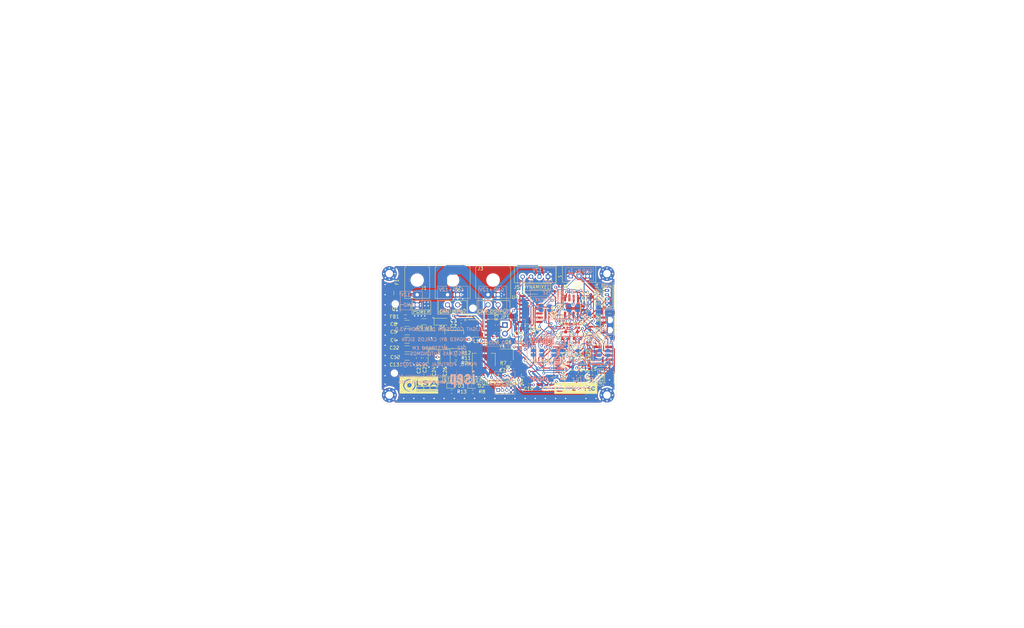
<source format=kicad_pcb>
(kicad_pcb (version 20171130) (host pcbnew 5.1.9-73d0e3b20d~88~ubuntu18.04.1)
  (title_block (title "Collision Avoidance Main Board") (date 2021-01-20) (rev V1.0) (company "Laboratório de Sistemas Autónomos") (comment 2 "Carlos Jorge Vieira da Silva"))
  (layers (0 F.Cu signal) (1 In1.Cu power) (2 In2.Cu power) (31 B.Cu signal) (34 B.Paste user) (35 F.Paste user) (36 B.SilkS user) (37 F.SilkS user) (38 B.Mask user) (39 F.Mask user) (44 Edge.Cuts user))
  (net 0 "")
  (net 1 GND)
  (net 2 +3V3)
  (net 3 +5V)
  (net 4 "Net-(C4-Pad1)")
  (net 5 HSE_IN)
  (net 6 "Net-(C7-Pad1)")
  (net 7 "Net-(C9-Pad1)")
  (net 8 "Net-(C9-Pad2)")
  (net 9 NRST)
  (net 10 "Net-(C22-Pad1)")
  (net 11 "Net-(C23-Pad2)")
  (net 12 "Net-(C23-Pad1)")
  (net 13 "Net-(D2-Pad1)")
  (net 14 LED_STATUS)
  (net 15 "Net-(D3-Pad1)")
  (net 16 "Net-(F1-Pad1)")
  (net 17 +12V)
  (net 18 "Net-(FB1-Pad1)")
  (net 19 CAN_L)
  (net 20 CAN_H)
  (net 21 UART2_Tx)
  (net 22 UART2_Rx)
  (net 23 Rx_Dynamixel)
  (net 24 Rx_PC)
  (net 25 Tx_PC)
  (net 26 SWDIO)
  (net 27 SWCLK)
  (net 28 SWO)
  (net 29 "Net-(J11-Pad7)")
  (net 30 "Net-(J11-Pad8)")
  (net 31 "Net-(JP1-Pad1)")
  (net 32 UART3_Tx_5V)
  (net 33 UART3_Tx_TTL)
  (net 34 UART3_Rx_5V)
  (net 35 UART3_Rx_TTL)
  (net 36 UART_Tx_485)
  (net 37 UART_Rx_485)
  (net 38 UART1_Tx_5V)
  (net 39 UART1_Rx_5V)
  (net 40 RS485_Tx_OUT)
  (net 41 RS485_Rx_OUT)
  (net 42 UART3_Tx)
  (net 43 UART3_Rx)
  (net 44 UART1_Tx)
  (net 45 UART1_Rx)
  (net 46 RS485_DIR_CTRL)
  (net 47 HSE_OUT)
  (net 48 "Net-(R12-Pad2)")
  (net 49 BOOT0)
  (net 50 "Net-(R19-Pad1)")
  (net 51 "Net-(U1-Pad2)")
  (net 52 "Net-(U1-Pad3)")
  (net 53 "Net-(U1-Pad4)")
  (net 54 "Net-(U1-Pad8)")
  (net 55 "Net-(U1-Pad9)")
  (net 56 "Net-(U1-Pad10)")
  (net 57 "Net-(U1-Pad11)")
  (net 58 "Net-(U1-Pad15)")
  (net 59 "Net-(U1-Pad20)")
  (net 60 "Net-(U1-Pad21)")
  (net 61 "Net-(U1-Pad22)")
  (net 62 "Net-(U1-Pad23)")
  (net 63 "Net-(U1-Pad24)")
  (net 64 "Net-(U1-Pad25)")
  (net 65 "Net-(U1-Pad26)")
  (net 66 "Net-(U1-Pad27)")
  (net 67 "Net-(U1-Pad28)")
  (net 68 "Net-(U1-Pad29)")
  (net 69 "Net-(U1-Pad30)")
  (net 70 "Net-(U1-Pad34)")
  (net 71 MOT_CTRL1)
  (net 72 MOT_CTRL2)
  (net 73 "Net-(U1-Pad37)")
  (net 74 "Net-(U1-Pad38)")
  (net 75 "Net-(U1-Pad39)")
  (net 76 "Net-(U1-Pad40)")
  (net 77 "Net-(U1-Pad41)")
  (net 78 "Net-(U1-Pad44)")
  (net 79 "Net-(U1-Pad45)")
  (net 80 "Net-(U1-Pad50)")
  (net 81 "Net-(U1-Pad53)")
  (net 82 "Net-(U1-Pad54)")
  (net 83 "Net-(U1-Pad56)")
  (net 84 "Net-(U1-Pad57)")
  (net 85 "Net-(U1-Pad58)")
  (net 86 "Net-(U1-Pad59)")
  (net 87 CAN_Rx)
  (net 88 CAN_Tx)
  (net 89 "Net-(U3-Pad3)")
  (net 90 "Net-(U4-Pad8)")
  (net 91 "Net-(U4-Pad9)")
  (net 92 "Net-(U4-Pad10)")
  (net 93 "Net-(U4-Pad11)")
  (net 94 "Net-(U4-Pad12)")
  (net 95 "Net-(U4-Pad13)")
  (net 96 Dt_Dynamixel)
  (module Capacitor_Tantalum_SMD:CP_EIA-3528-21_Kemet-B (layer F.Cu) (at 132.5 105.5 270)
    (fp_text reference C26 (at 4 0 90) (layer F.SilkS))
    (fp_text value 33u)
    (pad 2 smd roundrect (at 1.5375 0 270) (size 1.325 2.35) (layers F.Cu F.Paste F.Mask) (roundrect_rratio 0.1886784905660377) (net 1 GND))
    (pad 1 smd roundrect (at -1.5375 0 270) (size 1.325 2.35) (layers F.Cu F.Paste F.Mask) (roundrect_rratio 0.1886784905660377) (net 3 +5V))
  )
  (module Capacitor_Tantalum_SMD:CP_EIA-3528-21_Kemet-B (layer F.Cu) (at 129 105.5 270)
    (fp_text reference C24 (at 4 -0.25 90) (layer F.SilkS))
    (fp_text value 33u)
    (pad 2 smd roundrect (at 1.5375 0 270) (size 1.325 2.35) (layers F.Cu F.Paste F.Mask) (roundrect_rratio 0.1886784905660377) (net 1 GND))
    (pad 1 smd roundrect (at -1.5375 0 270) (size 1.325 2.35) (layers F.Cu F.Paste F.Mask) (roundrect_rratio 0.1886784905660377) (net 3 +5V))
  )
  (module Capacitor_SMD:C_0603_1608Metric (layer F.Cu) (at 126.5 105.5 270)
    (fp_text reference C25 (at 3 0 90) (layer F.SilkS))
    (fp_text value 39p)
    (pad 2 smd roundrect (at 0.775 0 270) (size 0.9 0.95) (layers F.Cu F.Paste F.Mask) (net 1 GND))
    (pad 1 smd roundrect (at -0.775 0 270) (size 0.9 0.95) (layers F.Cu F.Paste F.Mask) (net 12 "Net-(C23-Pad1)"))
  )
  (module Capacitor_SMD:C_0805_2012Metric (layer F.Cu) (at 124.75 105.5 270)
    (fp_text reference C23 (at 3.25 0 90) (layer F.SilkS))
    (fp_text value 4700p)
    (pad 2 smd roundrect (at 0.95 0 270) (size 1 1.45) (layers F.Cu F.Paste F.Mask) (net 11 "Net-(C23-Pad2)"))
    (pad 1 smd roundrect (at -0.95 0 270) (size 1 1.45) (layers F.Cu F.Paste F.Mask) (net 12 "Net-(C23-Pad1)"))
  )
  (module Package_TO_SOT_SMD:SOT-23 (layer F.Cu) (at 168.25 98.75 90)
    (fp_text reference Q2 (at 0 -2.5 90) (layer F.SilkS))
    (fp_text value BSS138)
    (pad 3 smd rect (at 1 0 90) (size 0.9 0.8) (layers F.Cu F.Paste F.Mask) (net 32 UART3_Tx_5V))
    (pad 2 smd rect (at -1 0.95 90) (size 0.9 0.8) (layers F.Cu F.Paste F.Mask) (net 42 UART3_Tx))
    (pad 1 smd rect (at -1 -0.95 90) (size 0.9 0.8) (layers F.Cu F.Paste F.Mask) (net 2 +3V3))
  )
  (module local:teste10 (layer B.Cu) (at 130 112.5 180)
    (fp_text reference G*** hide)
    (fp_text value LOGO hide)
  )
  (module local:teste8 (layer F.Cu) (at 171.25 114.5)
    (fp_text reference G*** hide)
    (fp_text value LOGO hide)
  )
  (module local:teste6 (layer F.Cu) (at 124.75 113.5)
    (fp_text reference G*** hide)
    (fp_text value LOGO hide)
  )
  (module "" (layer F.Cu) (at 0.85 -0.35)
    (fp_text reference "" (at 149.5 99.25) (layer F.SilkS) (effects (font (size 1.27 1.27))))
    (fp_text value "" (at 149.5 99.25) (layer F.SilkS) (effects (font (size 1.27 1.27))))
  )
  (module "" (layer F.Cu) (at 154.4 86.1)
    (fp_text reference "" (at 149.5 99.25) (layer F.SilkS) (effects (font (size 1.27 1.27))))
    (fp_text value "" (at 149.5 99.25) (layer F.SilkS) (effects (font (size 1.27 1.27))))
  )
  (module Capacitor_SMD:C_0402_1005Metric (layer F.Cu) (at 147.75 98 270)
    (fp_text reference C1 (at 2 0 90) (layer F.SilkS))
    (fp_text value 0.1u)
    (pad 2 smd roundrect (at 0.48 0 270) (size 0.56 0.62) (layers F.Cu F.Paste F.Mask) (net 1 GND))
    (pad 1 smd roundrect (at -0.48 0 270) (size 0.56 0.62) (layers F.Cu F.Paste F.Mask) (net 2 +3V3))
  )
  (module Capacitor_SMD:C_0402_1005Metric (layer F.Cu) (at 137.25 95.75 180)
    (fp_text reference C2 (at 2.25 -0.25) (layer F.SilkS))
    (fp_text value 0.1u)
    (pad 2 smd roundrect (at 0.48 0 180) (size 0.56 0.62) (layers F.Cu F.Paste F.Mask) (net 1 GND))
    (pad 1 smd roundrect (at -0.48 0 180) (size 0.56 0.62) (layers F.Cu F.Paste F.Mask) (net 3 +5V))
  )
  (module Capacitor_SMD:C_0402_1005Metric (layer F.Cu) (at 137.25 94.75 180)
    (fp_text reference C3 (at 2.25 0.25) (layer F.SilkS))
    (fp_text value 10u)
    (pad 1 smd roundrect (at -0.48 0 180) (size 0.56 0.62) (layers F.Cu F.Paste F.Mask) (net 3 +5V))
    (pad 2 smd roundrect (at 0.48 0 180) (size 0.56 0.62) (layers F.Cu F.Paste F.Mask) (net 1 GND))
  )
  (module Capacitor_SMD:C_1206_3216Metric (layer F.Cu) (at 121.25 100.25 180)
    (fp_text reference C4 (at 4 0) (layer F.SilkS))
    (fp_text value 4u7)
    (pad 1 smd roundrect (at -1.475 0 180) (size 1.15 1.8) (layers F.Cu F.Paste F.Mask) (roundrect_rratio 0.2173904347826087) (net 4 "Net-(C4-Pad1)"))
    (pad 2 smd roundrect (at 1.475 0 180) (size 1.15 1.8) (layers F.Cu F.Paste F.Mask) (roundrect_rratio 0.2173904347826087) (net 1 GND))
  )
  (module Capacitor_SMD:C_1206_3216Metric (layer F.Cu) (at 121.25 97.75 180)
    (fp_text reference C5 (at 4 0) (layer F.SilkS))
    (fp_text value 4u7)
    (pad 1 smd roundrect (at -1.475 0 180) (size 1.15 1.8) (layers F.Cu F.Paste F.Mask) (roundrect_rratio 0.2173904347826087) (net 4 "Net-(C4-Pad1)"))
    (pad 2 smd roundrect (at 1.475 0 180) (size 1.15 1.8) (layers F.Cu F.Paste F.Mask) (roundrect_rratio 0.2173904347826087) (net 1 GND))
  )
  (module Capacitor_SMD:C_0402_1005Metric (layer F.Cu) (at 151.25 102 180)
    (fp_text reference C6 (at 0 1.25) (layer F.SilkS))
    (fp_text value 12p)
    (pad 1 smd roundrect (at -0.48 0 180) (size 0.56 0.62) (layers F.Cu F.Paste F.Mask) (net 5 HSE_IN))
    (pad 2 smd roundrect (at 0.48 0 180) (size 0.56 0.62) (layers F.Cu F.Paste F.Mask) (net 1 GND))
  )
  (module Capacitor_SMD:C_0402_1005Metric (layer F.Cu) (at 149.48 108 180)
    (fp_text reference C7 (at 0 -1.16) (layer F.SilkS))
    (fp_text value 12p)
    (pad 2 smd roundrect (at 0.48 0 180) (size 0.56 0.62) (layers F.Cu F.Paste F.Mask) (net 1 GND))
    (pad 1 smd roundrect (at -0.48 0 180) (size 0.56 0.62) (layers F.Cu F.Paste F.Mask) (net 6 "Net-(C7-Pad1)"))
  )
  (module Capacitor_SMD:C_1206_3216Metric (layer F.Cu) (at 121.25 95.25 180)
    (fp_text reference C8 (at 4 -0.25) (layer F.SilkS))
    (fp_text value 0.01u)
    (pad 1 smd roundrect (at -1.475 0 180) (size 1.15 1.8) (layers F.Cu F.Paste F.Mask) (roundrect_rratio 0.2173904347826087) (net 4 "Net-(C4-Pad1)"))
    (pad 2 smd roundrect (at 1.475 0 180) (size 1.15 1.8) (layers F.Cu F.Paste F.Mask) (roundrect_rratio 0.2173904347826087) (net 1 GND))
  )
  (module Capacitor_SMD:C_1206_3216Metric (layer F.Cu) (at 126.25 94.75 180)
    (fp_text reference C9 (at 1.25 -1.75) (layer F.SilkS))
    (fp_text value 0.1u)
    (pad 1 smd roundrect (at -1.475 0 180) (size 1.15 1.8) (layers F.Cu F.Paste F.Mask) (roundrect_rratio 0.2173904347826087) (net 7 "Net-(C9-Pad1)"))
    (pad 2 smd roundrect (at 1.475 0 180) (size 1.15 1.8) (layers F.Cu F.Paste F.Mask) (roundrect_rratio 0.2173904347826087) (net 8 "Net-(C9-Pad2)"))
  )
  (module Capacitor_SMD:C_0402_1005Metric (layer F.Cu) (at 173.75 89.75 270)
    (fp_text reference C10 (at -2.5 0.25 90) (layer F.SilkS))
    (fp_text value 10u)
    (pad 2 smd roundrect (at 0.48 0 270) (size 0.56 0.62) (layers F.Cu F.Paste F.Mask) (net 1 GND))
    (pad 1 smd roundrect (at -0.48 0 270) (size 0.56 0.62) (layers F.Cu F.Paste F.Mask) (net 3 +5V))
  )
  (module Capacitor_SMD:C_0402_1005Metric (layer F.Cu) (at 174.75 89.75 90)
    (fp_text reference C11 (at 2.5 0 90) (layer F.SilkS))
    (fp_text value 0.1u)
    (pad 1 smd roundrect (at -0.48 0 90) (size 0.56 0.62) (layers F.Cu F.Paste F.Mask) (net 3 +5V))
    (pad 2 smd roundrect (at 0.48 0 90) (size 0.56 0.62) (layers F.Cu F.Paste F.Mask) (net 1 GND))
  )
  (module Capacitor_SMD:C_1206_3216Metric (layer F.Cu) (at 121.25 105.25 180)
    (fp_text reference C12 (at 3.5 0) (layer F.SilkS))
    (fp_text value 0.1u)
    (pad 2 smd roundrect (at 1.475 0 180) (size 1.15 1.8) (layers F.Cu F.Paste F.Mask) (roundrect_rratio 0.2173904347826087) (net 1 GND))
    (pad 1 smd roundrect (at -1.475 0 180) (size 1.15 1.8) (layers F.Cu F.Paste F.Mask) (roundrect_rratio 0.2173904347826087) (net 3 +5V))
  )
  (module Capacitor_SMD:C_0805_2012Metric (layer F.Cu) (at 120.75 107.5)
    (fp_text reference C13 (at -3.25 0) (layer F.SilkS))
    (fp_text value 22uF)
    (pad 1 smd roundrect (at -0.95 0) (size 1 1.45) (layers F.Cu F.Paste F.Mask) (net 2 +3V3))
    (pad 2 smd roundrect (at 0.95 0) (size 1 1.45) (layers F.Cu F.Paste F.Mask) (net 1 GND))
  )
  (module Capacitor_SMD:C_0603_1608Metric (layer F.Cu) (at 154.25 96.75 180)
    (fp_text reference C14 (at 0 -1.5) (layer F.SilkS))
    (fp_text value 4u7)
    (pad 1 smd roundrect (at -0.775 0 180) (size 0.9 0.95) (layers F.Cu F.Paste F.Mask) (net 2 +3V3))
    (pad 2 smd roundrect (at 0.775 0 180) (size 0.9 0.95) (layers F.Cu F.Paste F.Mask) (net 1 GND))
  )
  (module Capacitor_SMD:C_0402_1005Metric (layer F.Cu) (at 176.25 110 180)
    (fp_text reference C15 (at 0.25 1.25) (layer F.SilkS))
    (fp_text value 100n)
    (pad 2 smd roundrect (at 0.48 0 180) (size 0.56 0.62) (layers F.Cu F.Paste F.Mask) (net 1 GND))
    (pad 1 smd roundrect (at -0.48 0 180) (size 0.56 0.62) (layers F.Cu F.Paste F.Mask) (net 9 NRST))
  )
  (module Capacitor_SMD:C_0402_1005Metric (layer F.Cu) (at 156.75 97 180)
    (fp_text reference C16 (at -2.25 0.25) (layer F.SilkS))
    (fp_text value 100n)
    (pad 1 smd roundrect (at -0.48 0 180) (size 0.56 0.62) (layers F.Cu F.Paste F.Mask) (net 2 +3V3))
    (pad 2 smd roundrect (at 0.48 0 180) (size 0.56 0.62) (layers F.Cu F.Paste F.Mask) (net 1 GND))
  )
  (module Capacitor_SMD:C_0402_1005Metric (layer F.Cu) (at 157.02 98.5)
    (fp_text reference C17 (at 2.23 -0.5) (layer F.SilkS))
    (fp_text value 100n)
    (pad 2 smd roundrect (at 0.48 0) (size 0.56 0.62) (layers F.Cu F.Paste F.Mask) (net 1 GND))
    (pad 1 smd roundrect (at -0.48 0) (size 0.56 0.62) (layers F.Cu F.Paste F.Mask) (net 2 +3V3))
  )
  (module Capacitor_SMD:C_0402_1005Metric (layer F.Cu) (at 152.5 108.75 90)
    (fp_text reference C18 (at -0.25 -1.25 270) (layer F.SilkS))
    (fp_text value 100n)
    (pad 1 smd roundrect (at -0.48 0 90) (size 0.56 0.62) (layers F.Cu F.Paste F.Mask) (net 2 +3V3))
    (pad 2 smd roundrect (at 0.48 0 90) (size 0.56 0.62) (layers F.Cu F.Paste F.Mask) (net 1 GND))
  )
  (module Capacitor_SMD:C_0402_1005Metric (layer F.Cu) (at 157.25 113.5 180)
    (fp_text reference C19 (at 0 -1.16) (layer F.SilkS))
    (fp_text value 100n)
    (pad 1 smd roundrect (at -0.48 0 180) (size 0.56 0.62) (layers F.Cu F.Paste F.Mask) (net 2 +3V3))
    (pad 2 smd roundrect (at 0.48 0 180) (size 0.56 0.62) (layers F.Cu F.Paste F.Mask) (net 1 GND))
  )
  (module Capacitor_SMD:C_0402_1005Metric (layer F.Cu) (at 163.25 113.5 180)
    (fp_text reference C20 (at 0.5 -1.25) (layer F.SilkS))
    (fp_text value 100n)
    (pad 2 smd roundrect (at 0.48 0 180) (size 0.56 0.62) (layers F.Cu F.Paste F.Mask) (net 1 GND))
    (pad 1 smd roundrect (at -0.48 0 180) (size 0.56 0.62) (layers F.Cu F.Paste F.Mask) (net 2 +3V3))
  )
  (module Capacitor_SMD:C_0402_1005Metric (layer F.Cu) (at 168 102.75 270)
    (fp_text reference C21 (at 1.75 -0.5 180) (layer F.SilkS))
    (fp_text value 100n)
    (pad 1 smd roundrect (at -0.48 0 270) (size 0.56 0.62) (layers F.Cu F.Paste F.Mask) (net 2 +3V3))
    (pad 2 smd roundrect (at 0.48 0 270) (size 0.56 0.62) (layers F.Cu F.Paste F.Mask) (net 1 GND))
  )
  (module Capacitor_SMD:C_1206_3216Metric (layer F.Cu) (at 121.25 102.75 180)
    (fp_text reference C22 (at 3.75 0.25) (layer F.SilkS))
    (fp_text value 0.01u)
    (pad 2 smd roundrect (at 1.475 0 180) (size 1.15 1.8) (layers F.Cu F.Paste F.Mask) (roundrect_rratio 0.2173904347826087) (net 1 GND))
    (pad 1 smd roundrect (at -1.475 0 180) (size 1.15 1.8) (layers F.Cu F.Paste F.Mask) (roundrect_rratio 0.2173904347826087) (net 10 "Net-(C22-Pad1)"))
  )
  (module Diode_SMD:D_SOD-123 (layer F.Cu) (at 131.5 94.75)
    (fp_text reference D1 (at 0.25 1.75) (layer F.SilkS))
    (fp_text value B5819W hide)
    (pad 1 smd rect (at -1.65 0) (size 0.9 1.2) (layers F.Cu F.Paste F.Mask) (net 7 "Net-(C9-Pad1)"))
    (pad 2 smd rect (at 1.65 0) (size 0.9 1.2) (layers F.Cu F.Paste F.Mask) (net 1 GND))
  )
  (module LED_SMD:LED_0603_1608Metric (layer F.Cu) (at 140.75 113.75)
    (fp_text reference D2 (at 2.5 0) (layer F.SilkS))
    (fp_text value BLUE)
    (pad 1 smd roundrect (at -0.7875 0) (size 0.875 0.95) (layers F.Cu F.Paste F.Mask) (net 13 "Net-(D2-Pad1)"))
    (pad 2 smd roundrect (at 0.7875 0) (size 0.875 0.95) (layers F.Cu F.Paste F.Mask) (net 14 LED_STATUS))
  )
  (module LED_SMD:LED_0603_1608Metric (layer F.Cu) (at 134.5 113.75)
    (fp_text reference D3 (at 2.75 0) (layer F.SilkS))
    (fp_text value GREEN)
    (pad 2 smd roundrect (at 0.7875 0) (size 0.875 0.95) (layers F.Cu F.Paste F.Mask) (net 2 +3V3))
    (pad 1 smd roundrect (at -0.7875 0) (size 0.875 0.95) (layers F.Cu F.Paste F.Mask) (net 15 "Net-(D3-Pad1)"))
  )
  (module Fuse:Fuse_1206_3216Metric (layer F.Cu) (at 118.25 86.25 90)
    (fp_text reference F1 (at 3.25 0 270) (layer F.SilkS))
    (fp_text value 1.2A hide)
    (pad 1 smd roundrect (at -1.4 0 90) (size 1.25 1.75) (layers F.Cu F.Paste F.Mask) (roundrect_rratio 0.2) (net 16 "Net-(F1-Pad1)"))
    (pad 2 smd roundrect (at 1.4 0 90) (size 1.25 1.75) (layers F.Cu F.Paste F.Mask) (roundrect_rratio 0.2) (net 17 +12V))
  )
  (module Inductor_SMD:L_0805_2012Metric (layer F.Cu) (at 120.75 93.25)
    (fp_text reference FB1 (at -3.25 0) (layer F.SilkS))
    (fp_text value 600@600MHz)
    (pad 1 smd roundrect (at -1.0625 0) (size 0.875 1.2) (layers F.Cu F.Paste F.Mask) (net 18 "Net-(FB1-Pad1)"))
    (pad 2 smd roundrect (at 1.0625 0) (size 0.875 1.2) (layers F.Cu F.Paste F.Mask) (net 4 "Net-(C4-Pad1)"))
  )
  (module MountingHole:MountingHole_2.2mm_M2_Pad_Via (layer F.Cu) (at 116 116.5)
    (fp_text reference H1 hide)
    (fp_text value M2 hide)
    (pad 1 thru_hole circle (at 0 0) (size 4.4 4.4) (drill 2.2) (layers *.Cu *.Mask) (net 1 GND))
    (pad 1 thru_hole circle (at 1.65 0) (size 0.7 0.7) (drill 0.4) (layers *.Cu *.Mask) (net 1 GND))
    (pad 1 thru_hole circle (at 1.166726 1.166726) (size 0.7 0.7) (drill 0.4) (layers *.Cu *.Mask) (net 1 GND))
    (pad 1 thru_hole circle (at 0 1.65) (size 0.7 0.7) (drill 0.4) (layers *.Cu *.Mask) (net 1 GND))
    (pad 1 thru_hole circle (at -1.166726 1.166726) (size 0.7 0.7) (drill 0.4) (layers *.Cu *.Mask) (net 1 GND))
    (pad 1 thru_hole circle (at -1.65 0) (size 0.7 0.7) (drill 0.4) (layers *.Cu *.Mask) (net 1 GND))
    (pad 1 thru_hole circle (at -1.166726 -1.166726) (size 0.7 0.7) (drill 0.4) (layers *.Cu *.Mask) (net 1 GND))
    (pad 1 thru_hole circle (at 0 -1.65) (size 0.7 0.7) (drill 0.4) (layers *.Cu *.Mask) (net 1 GND))
    (pad 1 thru_hole circle (at 1.166726 -1.166726) (size 0.7 0.7) (drill 0.4) (layers *.Cu *.Mask) (net 1 GND))
  )
  (module MountingHole:MountingHole_2.2mm_M2_Pad_Via (layer F.Cu) (at 180.5 80.5)
    (fp_text reference H2 hide)
    (fp_text value M2 hide)
    (pad 1 thru_hole circle (at 1.166726 -1.166726) (size 0.7 0.7) (drill 0.4) (layers *.Cu *.Mask) (net 1 GND))
    (pad 1 thru_hole circle (at 0 -1.65) (size 0.7 0.7) (drill 0.4) (layers *.Cu *.Mask) (net 1 GND))
    (pad 1 thru_hole circle (at -1.166726 -1.166726) (size 0.7 0.7) (drill 0.4) (layers *.Cu *.Mask) (net 1 GND))
    (pad 1 thru_hole circle (at -1.65 0) (size 0.7 0.7) (drill 0.4) (layers *.Cu *.Mask) (net 1 GND))
    (pad 1 thru_hole circle (at -1.166726 1.166726) (size 0.7 0.7) (drill 0.4) (layers *.Cu *.Mask) (net 1 GND))
    (pad 1 thru_hole circle (at 0 1.65) (size 0.7 0.7) (drill 0.4) (layers *.Cu *.Mask) (net 1 GND))
    (pad 1 thru_hole circle (at 1.166726 1.166726) (size 0.7 0.7) (drill 0.4) (layers *.Cu *.Mask) (net 1 GND))
    (pad 1 thru_hole circle (at 1.65 0) (size 0.7 0.7) (drill 0.4) (layers *.Cu *.Mask) (net 1 GND))
    (pad 1 thru_hole circle (at 0 0) (size 4.4 4.4) (drill 2.2) (layers *.Cu *.Mask) (net 1 GND))
  )
  (module MountingHole:MountingHole_2.2mm_M2_Pad_Via (layer F.Cu) (at 180.5 116.5)
    (fp_text reference H3 hide)
    (fp_text value M2 hide)
    (pad 1 thru_hole circle (at 0 0) (size 4.4 4.4) (drill 2.2) (layers *.Cu *.Mask) (net 1 GND))
    (pad 1 thru_hole circle (at 1.65 0) (size 0.7 0.7) (drill 0.4) (layers *.Cu *.Mask) (net 1 GND))
    (pad 1 thru_hole circle (at 1.166726 1.166726) (size 0.7 0.7) (drill 0.4) (layers *.Cu *.Mask) (net 1 GND))
    (pad 1 thru_hole circle (at 0 1.65) (size 0.7 0.7) (drill 0.4) (layers *.Cu *.Mask) (net 1 GND))
    (pad 1 thru_hole circle (at -1.166726 1.166726) (size 0.7 0.7) (drill 0.4) (layers *.Cu *.Mask) (net 1 GND))
    (pad 1 thru_hole circle (at -1.65 0) (size 0.7 0.7) (drill 0.4) (layers *.Cu *.Mask) (net 1 GND))
    (pad 1 thru_hole circle (at -1.166726 -1.166726) (size 0.7 0.7) (drill 0.4) (layers *.Cu *.Mask) (net 1 GND))
    (pad 1 thru_hole circle (at 0 -1.65) (size 0.7 0.7) (drill 0.4) (layers *.Cu *.Mask) (net 1 GND))
    (pad 1 thru_hole circle (at 1.166726 -1.166726) (size 0.7 0.7) (drill 0.4) (layers *.Cu *.Mask) (net 1 GND))
  )
  (module MountingHole:MountingHole_2.2mm_M2_Pad_Via (layer F.Cu) (at 116 80.5)
    (fp_text reference H4 hide)
    (fp_text value M2 hide)
    (pad 1 thru_hole circle (at 1.166726 -1.166726) (size 0.7 0.7) (drill 0.4) (layers *.Cu *.Mask) (net 1 GND))
    (pad 1 thru_hole circle (at 0 -1.65) (size 0.7 0.7) (drill 0.4) (layers *.Cu *.Mask) (net 1 GND))
    (pad 1 thru_hole circle (at -1.166726 -1.166726) (size 0.7 0.7) (drill 0.4) (layers *.Cu *.Mask) (net 1 GND))
    (pad 1 thru_hole circle (at -1.65 0) (size 0.7 0.7) (drill 0.4) (layers *.Cu *.Mask) (net 1 GND))
    (pad 1 thru_hole circle (at -1.166726 1.166726) (size 0.7 0.7) (drill 0.4) (layers *.Cu *.Mask) (net 1 GND))
    (pad 1 thru_hole circle (at 0 1.65) (size 0.7 0.7) (drill 0.4) (layers *.Cu *.Mask) (net 1 GND))
    (pad 1 thru_hole circle (at 1.166726 1.166726) (size 0.7 0.7) (drill 0.4) (layers *.Cu *.Mask) (net 1 GND))
    (pad 1 thru_hole circle (at 1.65 0) (size 0.7 0.7) (drill 0.4) (layers *.Cu *.Mask) (net 1 GND))
    (pad 1 thru_hole circle (at 0 0) (size 4.4 4.4) (drill 2.2) (layers *.Cu *.Mask) (net 1 GND))
  )
  (module Connector_Molex:Molex_Micro-Fit_3.0_43045-0200_2x01_P3.00mm_Horizontal (layer F.Cu) (at 124.25 86.75)
    (fp_text reference J1 (at 2 -2) (layer F.SilkS))
    (fp_text value POWER (at 1.25 5 180) (layer F.SilkS) (effects (font (thickness 0.15) italic)))
    (pad "" np_thru_hole circle (at 0 -4.32) (size 3 3) (drill 3) (layers *.Cu *.Mask))
    (pad 1 thru_hole roundrect (at 0 0) (size 1.5 1.5) (drill 1.02) (layers *.Cu *.Mask) (roundrect_rratio 0.1666666666666667) (net 17 +12V))
    (pad 2 thru_hole circle (at 0 3) (size 1.5 1.5) (drill 1.02) (layers *.Cu *.Mask) (net 1 GND))
  )
  (module Connector_Molex:Molex_Micro-Fit_3.0_43045-0400_2x02_P3.00mm_Horizontal (layer F.Cu) (at 133.25 86.75)
    (fp_text reference J2 (at 3 -2) (layer F.SilkS))
    (fp_text value "CAN INPUT" (at 1.5 5) (layer F.SilkS) (effects (font (thickness 0.15) italic)))
    (pad 4 thru_hole circle (at 3 3) (size 1.5 1.5) (drill 1.02) (layers *.Cu *.Mask) (net 20 CAN_H))
    (pad 3 thru_hole circle (at 0 3) (size 1.5 1.5) (drill 1.02) (layers *.Cu *.Mask) (net 19 CAN_L))
    (pad 2 thru_hole circle (at 3 0) (size 1.5 1.5) (drill 1.02) (layers *.Cu *.Mask) (net 1 GND))
    (pad 1 thru_hole roundrect (at 0 0) (size 1.5 1.5) (drill 1.02) (layers *.Cu *.Mask) (roundrect_rratio 0.1666666666666667) (net 17 +12V))
    (pad "" np_thru_hole circle (at 1.5 -4.32) (size 3 3) (drill 3) (layers *.Cu *.Mask))
  )
  (module Connector_Molex:Molex_Micro-Fit_3.0_43045-0400_2x02_P3.00mm_Horizontal (layer F.Cu) (at 145.25 86.75)
    (fp_text reference J3 (at -2.25 -7.75) (layer F.SilkS))
    (fp_text value "CAN OUTPUT" (at 1.5 5) (layer F.SilkS) (effects (font (thickness 0.15) italic)))
    (pad "" np_thru_hole circle (at 1.5 -4.32) (size 3 3) (drill 3) (layers *.Cu *.Mask))
    (pad 1 thru_hole roundrect (at 0 0) (size 1.5 1.5) (drill 1.02) (layers *.Cu *.Mask) (roundrect_rratio 0.1666666666666667) (net 17 +12V))
    (pad 2 thru_hole circle (at 3 0) (size 1.5 1.5) (drill 1.02) (layers *.Cu *.Mask) (net 1 GND))
    (pad 3 thru_hole circle (at 0 3) (size 1.5 1.5) (drill 1.02) (layers *.Cu *.Mask) (net 19 CAN_L))
    (pad 4 thru_hole circle (at 3 3) (size 1.5 1.5) (drill 1.02) (layers *.Cu *.Mask) (net 20 CAN_H))
  )
  (module Connector_Molex:Molex_PicoBlade_53047-0410_1x04_P1.25mm_Vertical (layer F.Cu) (at 180.5 85.5 270)
    (fp_text reference J4 (at -1.25 3 90) (layer F.SilkS))
    (fp_text value LiDAR (at 2 2.75 90) (layer F.SilkS) (effects (font (thickness 0.15) italic)))
    (pad 1 thru_hole roundrect (at 0 0 270) (size 0.8 1.3) (drill 0.5) (layers *.Cu *.Mask) (net 3 +5V))
    (pad 2 thru_hole oval (at 1.25 0 270) (size 0.8 1.3) (drill 0.5) (layers *.Cu *.Mask) (net 21 UART2_Tx))
    (pad 3 thru_hole oval (at 2.5 0 270) (size 0.8 1.3) (drill 0.5) (layers *.Cu *.Mask) (net 22 UART2_Rx))
    (pad 4 thru_hole oval (at 3.75 0 270) (size 0.8 1.3) (drill 0.5) (layers *.Cu *.Mask) (net 1 GND))
  )
  (module local:MOLEX_22-03-5045 (layer F.Cu) (at 159.25 80.75 180)
    (fp_text reference J5 (at 5.5 -3.75) (layer F.SilkS) (effects (font (size 1.001331 1.001331))))
    (fp_text value DYNAMIXEL (at -0.25 -3.75) (layer F.SilkS) (effects (font (thickness 0.15) italic)))
    (pad 4 thru_hole circle (at 3.75 -0.65 180) (size 1.308 1.308) (drill 0.8) (layers *.Cu *.Mask) (net 23 Rx_Dynamixel))
    (pad 3 thru_hole circle (at 1.25 -0.65 180) (size 1.308 1.308) (drill 0.8) (layers *.Cu *.Mask) (net 96 Dt_Dynamixel))
    (pad 2 thru_hole circle (at -1.25 -0.65 180) (size 1.308 1.308) (drill 0.8) (layers *.Cu *.Mask) (net 17 +12V))
    (pad 1 thru_hole rect (at -3.75 -0.65 180) (size 1.308 1.308) (drill 0.8) (layers *.Cu *.Mask) (net 1 GND))
  )
  (module local:MOLEX_22-03-5035 (layer F.Cu) (at 169.75 81.25)
    (fp_text reference J6 (at -1.5 3) (layer F.SilkS) (effects (font (size 1.001331 1.001331))))
    (fp_text value PC (at 2.5 3.25) (layer F.SilkS) (effects (font (thickness 0.15) italic)))
    (pad 1 thru_hole rect (at 0 0) (size 1.28 1.28) (drill 0.85) (layers *.Cu *.Mask) (net 25 Tx_PC))
    (pad 2 thru_hole circle (at 2.5 0) (size 1.28 1.28) (drill 0.85) (layers *.Cu *.Mask) (net 24 Rx_PC))
    (pad 3 thru_hole circle (at 5 0) (size 1.28 1.28) (drill 0.85) (layers *.Cu *.Mask) (net 1 GND))
  )
  (module Connector_PinHeader_1.27mm:PinHeader_2x05_P1.27mm_Vertical_SMD (layer F.Cu) (at 179.25 104.75)
    (fp_text reference J11 (at 0 -4.235) (layer F.SilkS) (effects (font (thickness 0.15) italic)))
    (fp_text value SWD)
    (fp_text user SWD (at -4.25 0 90) (layer F.SilkS) (effects (font (thickness 0.15) italic)))
    (pad 1 smd rect (at -1.95 -2.54) (size 2.4 0.74) (layers F.Cu F.Paste F.Mask) (net 2 +3V3))
    (pad 2 smd rect (at 1.95 -2.54) (size 2.4 0.74) (layers F.Cu F.Paste F.Mask) (net 26 SWDIO))
    (pad 3 smd rect (at -1.95 -1.27) (size 2.4 0.74) (layers F.Cu F.Paste F.Mask) (net 1 GND))
    (pad 4 smd rect (at 1.95 -1.27) (size 2.4 0.74) (layers F.Cu F.Paste F.Mask) (net 27 SWCLK))
    (pad 5 smd rect (at -1.95 0) (size 2.4 0.74) (layers F.Cu F.Paste F.Mask) (net 1 GND))
    (pad 6 smd rect (at 1.95 0) (size 2.4 0.74) (layers F.Cu F.Paste F.Mask) (net 28 SWO))
    (pad 7 smd rect (at -1.95 1.27) (size 2.4 0.74) (layers F.Cu F.Paste F.Mask) (net 29 "Net-(J11-Pad7)"))
    (pad 8 smd rect (at 1.95 1.27) (size 2.4 0.74) (layers F.Cu F.Paste F.Mask) (net 30 "Net-(J11-Pad8)"))
    (pad 9 smd rect (at -1.95 2.54) (size 2.4 0.74) (layers F.Cu F.Paste F.Mask) (net 1 GND))
    (pad 10 smd rect (at 1.95 2.54) (size 2.4 0.74) (layers F.Cu F.Paste F.Mask) (net 9 NRST))
  )
  (module Connector_PinHeader_2.54mm:PinHeader_1x02_P2.54mm_Vertical (layer F.Cu) (at 150.25 95.75)
    (fp_text reference JP1 (at 0 -2.33) (layer F.SilkS))
    (fp_text value Jumper_2_Open)
    (pad 1 thru_hole rect (at 0 0) (size 1.7 1.7) (drill 1) (layers *.Cu *.Mask) (net 31 "Net-(JP1-Pad1)"))
    (pad 2 thru_hole oval (at 0 2.54) (size 1.7 1.7) (drill 1) (layers *.Cu *.Mask) (net 20 CAN_H))
  )
  (module Jumper:SolderJumper-2_P1.3mm_Open_RoundedPad1.0x1.5mm (layer B.Cu) (at 158.7 103.95 90)
    (fp_text reference JP2 (at -2.55 0) (layer B.SilkS) (effects (justify mirror)))
    (fp_text value SolderJumper_2_Open)
    (pad 1 smd custom (at -0.65 0 90) (size 1 0.5) (layers B.Cu B.Mask) (net 32 UART3_Tx_5V) (options (clearance outline) (anchor rect)) (primitives (gr_circle (center 0 -0.25) (end 0.5 -0.25) (width 0)) (gr_circle (center 0 0.25) (end 0.5 0.25) (width 0)) (gr_poly (pts (xy 0 0.75) (xy 0.5 0.75) (xy 0.5 -0.75) (xy 0 -0.75)) (width 0))))
    (pad 2 smd custom (at 0.65 0 90) (size 1 0.5) (layers B.Cu B.Mask) (net 33 UART3_Tx_TTL) (options (clearance outline) (anchor rect)) (primitives (gr_circle (center 0 -0.25) (end 0.5 -0.25) (width 0)) (gr_circle (center 0 0.25) (end 0.5 0.25) (width 0)) (gr_poly (pts (xy 0 0.75) (xy -0.5 0.75) (xy -0.5 -0.75) (xy 0 -0.75)) (width 0))))
  )
  (module Jumper:SolderJumper-2_P1.3mm_Open_RoundedPad1.0x1.5mm (layer B.Cu) (at 161.2 103.95 90)
    (fp_text reference JP3 (at -2.5 0.25) (layer B.SilkS) (effects (justify mirror)))
    (fp_text value SolderJumper_2_Open)
    (pad 1 smd custom (at -0.65 0 90) (size 1 0.5) (layers B.Cu B.Mask) (net 34 UART3_Rx_5V) (options (clearance outline) (anchor rect)) (primitives (gr_circle (center 0 -0.25) (end 0.5 -0.25) (width 0)) (gr_circle (center 0 0.25) (end 0.5 0.25) (width 0)) (gr_poly (pts (xy 0 0.75) (xy 0.5 0.75) (xy 0.5 -0.75) (xy 0 -0.75)) (width 0))))
    (pad 2 smd custom (at 0.65 0 90) (size 1 0.5) (layers B.Cu B.Mask) (net 35 UART3_Rx_TTL) (options (clearance outline) (anchor rect)) (primitives (gr_circle (center 0 -0.25) (end 0.5 -0.25) (width 0)) (gr_circle (center 0 0.25) (end 0.5 0.25) (width 0)) (gr_poly (pts (xy 0 0.75) (xy -0.5 0.75) (xy -0.5 -0.75) (xy 0 -0.75)) (width 0))))
  )
  (module Jumper:SolderJumper-2_P1.3mm_Open_RoundedPad1.0x1.5mm (layer B.Cu) (at 164.75 104 90)
    (fp_text reference JP4 (at -2.4 0) (layer B.SilkS) (effects (justify mirror)))
    (fp_text value SolderJumper_2_Open)
    (pad 2 smd custom (at 0.65 0 90) (size 1 0.5) (layers B.Cu B.Mask) (net 36 UART_Tx_485) (options (clearance outline) (anchor rect)) (primitives (gr_circle (center 0 -0.25) (end 0.5 -0.25) (width 0)) (gr_circle (center 0 0.25) (end 0.5 0.25) (width 0)) (gr_poly (pts (xy 0 0.75) (xy -0.5 0.75) (xy -0.5 -0.75) (xy 0 -0.75)) (width 0))))
    (pad 1 smd custom (at -0.65 0 90) (size 1 0.5) (layers B.Cu B.Mask) (net 32 UART3_Tx_5V) (options (clearance outline) (anchor rect)) (primitives (gr_circle (center 0 -0.25) (end 0.5 -0.25) (width 0)) (gr_circle (center 0 0.25) (end 0.5 0.25) (width 0)) (gr_poly (pts (xy 0 0.75) (xy 0.5 0.75) (xy 0.5 -0.75) (xy 0 -0.75)) (width 0))))
  )
  (module Jumper:SolderJumper-2_P1.3mm_Open_RoundedPad1.0x1.5mm (layer B.Cu) (at 167.25 104 90)
    (fp_text reference JP5 (at -2.5 0.25) (layer B.SilkS) (effects (justify mirror)))
    (fp_text value SolderJumper_2_Open)
    (pad 1 smd custom (at -0.65 0 90) (size 1 0.5) (layers B.Cu B.Mask) (net 34 UART3_Rx_5V) (options (clearance outline) (anchor rect)) (primitives (gr_circle (center 0 -0.25) (end 0.5 -0.25) (width 0)) (gr_circle (center 0 0.25) (end 0.5 0.25) (width 0)) (gr_poly (pts (xy 0 0.75) (xy 0.5 0.75) (xy 0.5 -0.75) (xy 0 -0.75)) (width 0))))
    (pad 2 smd custom (at 0.65 0 90) (size 1 0.5) (layers B.Cu B.Mask) (net 37 UART_Rx_485) (options (clearance outline) (anchor rect)) (primitives (gr_circle (center 0 -0.25) (end 0.5 -0.25) (width 0)) (gr_circle (center 0 0.25) (end 0.5 0.25) (width 0)) (gr_poly (pts (xy 0 0.75) (xy -0.5 0.75) (xy -0.5 -0.75) (xy 0 -0.75)) (width 0))))
  )
  (module Jumper:SolderJumper-2_P1.3mm_Open_RoundedPad1.0x1.5mm (layer B.Cu) (at 178.25 104 90)
    (fp_text reference JP6 (at -2.5 -0.25 180) (layer B.SilkS) (effects (justify mirror)))
    (fp_text value SolderJumper_2_Open)
    (pad 1 smd custom (at -0.65 0 90) (size 1 0.5) (layers B.Cu B.Mask) (net 38 UART1_Tx_5V) (options (clearance outline) (anchor rect)) (primitives (gr_circle (center 0 -0.25) (end 0.5 -0.25) (width 0)) (gr_circle (center 0 0.25) (end 0.5 0.25) (width 0)) (gr_poly (pts (xy 0 0.75) (xy 0.5 0.75) (xy 0.5 -0.75) (xy 0 -0.75)) (width 0))))
    (pad 2 smd custom (at 0.65 0 90) (size 1 0.5) (layers B.Cu B.Mask) (net 25 Tx_PC) (options (clearance outline) (anchor rect)) (primitives (gr_circle (center 0 -0.25) (end 0.5 -0.25) (width 0)) (gr_circle (center 0 0.25) (end 0.5 0.25) (width 0)) (gr_poly (pts (xy 0 0.75) (xy -0.5 0.75) (xy -0.5 -0.75) (xy 0 -0.75)) (width 0))))
  )
  (module Jumper:SolderJumper-2_P1.3mm_Open_RoundedPad1.0x1.5mm (layer B.Cu) (at 180.75 104 90)
    (fp_text reference JP7 (at -2.5 0 180) (layer B.SilkS) (effects (justify mirror)))
    (fp_text value SolderJumper_2_Open)
    (pad 2 smd custom (at 0.65 0 90) (size 1 0.5) (layers B.Cu B.Mask) (net 24 Rx_PC) (options (clearance outline) (anchor rect)) (primitives (gr_circle (center 0 -0.25) (end 0.5 -0.25) (width 0)) (gr_circle (center 0 0.25) (end 0.5 0.25) (width 0)) (gr_poly (pts (xy 0 0.75) (xy -0.5 0.75) (xy -0.5 -0.75) (xy 0 -0.75)) (width 0))))
    (pad 1 smd custom (at -0.65 0 90) (size 1 0.5) (layers B.Cu B.Mask) (net 39 UART1_Rx_5V) (options (clearance outline) (anchor rect)) (primitives (gr_circle (center 0 -0.25) (end 0.5 -0.25) (width 0)) (gr_circle (center 0 0.25) (end 0.5 0.25) (width 0)) (gr_poly (pts (xy 0 0.75) (xy 0.5 0.75) (xy 0.5 -0.75) (xy 0 -0.75)) (width 0))))
  )
  (module Jumper:SolderJumper-2_P1.3mm_Open_RoundedPad1.0x1.5mm (layer B.Cu) (at 172 104 90)
    (fp_text reference JP8 (at -2.5 -0.25 180) (layer B.SilkS) (effects (justify mirror)))
    (fp_text value SolderJumper_2_Open)
    (pad 2 smd custom (at 0.65 0 90) (size 1 0.5) (layers B.Cu B.Mask) (net 36 UART_Tx_485) (options (clearance outline) (anchor rect)) (primitives (gr_circle (center 0 -0.25) (end 0.5 -0.25) (width 0)) (gr_circle (center 0 0.25) (end 0.5 0.25) (width 0)) (gr_poly (pts (xy 0 0.75) (xy -0.5 0.75) (xy -0.5 -0.75) (xy 0 -0.75)) (width 0))))
    (pad 1 smd custom (at -0.65 0 90) (size 1 0.5) (layers B.Cu B.Mask) (net 38 UART1_Tx_5V) (options (clearance outline) (anchor rect)) (primitives (gr_circle (center 0 -0.25) (end 0.5 -0.25) (width 0)) (gr_circle (center 0 0.25) (end 0.5 0.25) (width 0)) (gr_poly (pts (xy 0 0.75) (xy 0.5 0.75) (xy 0.5 -0.75) (xy 0 -0.75)) (width 0))))
  )
  (module Jumper:SolderJumper-2_P1.3mm_Open_RoundedPad1.0x1.5mm (layer B.Cu) (at 174.5 104 90)
    (fp_text reference JP9 (at -2.5 0.25 180) (layer B.SilkS) (effects (justify mirror)))
    (fp_text value SolderJumper_2_Open)
    (pad 1 smd custom (at -0.65 0 90) (size 1 0.5) (layers B.Cu B.Mask) (net 39 UART1_Rx_5V) (options (clearance outline) (anchor rect)) (primitives (gr_circle (center 0 -0.25) (end 0.5 -0.25) (width 0)) (gr_circle (center 0 0.25) (end 0.5 0.25) (width 0)) (gr_poly (pts (xy 0 0.75) (xy 0.5 0.75) (xy 0.5 -0.75) (xy 0 -0.75)) (width 0))))
    (pad 2 smd custom (at 0.65 0 90) (size 1 0.5) (layers B.Cu B.Mask) (net 37 UART_Rx_485) (options (clearance outline) (anchor rect)) (primitives (gr_circle (center 0 -0.25) (end 0.5 -0.25) (width 0)) (gr_circle (center 0 0.25) (end 0.5 0.25) (width 0)) (gr_poly (pts (xy 0 0.75) (xy -0.5 0.75) (xy -0.5 -0.75) (xy 0 -0.75)) (width 0))))
  )
  (module Jumper:SolderJumper-2_P1.3mm_Open_RoundedPad1.0x1.5mm (layer B.Cu) (at 163.5 90.75 270)
    (fp_text reference JP10 (at 2.5 -0.75 180) (layer B.SilkS) (effects (justify mirror)))
    (fp_text value SolderJumper_2_Open)
    (pad 2 smd custom (at 0.65 0 270) (size 1 0.5) (layers B.Cu B.Mask) (net 96 Dt_Dynamixel) (options (clearance outline) (anchor rect)) (primitives (gr_circle (center 0 -0.25) (end 0.5 -0.25) (width 0)) (gr_circle (center 0 0.25) (end 0.5 0.25) (width 0)) (gr_poly (pts (xy 0 0.75) (xy -0.5 0.75) (xy -0.5 -0.75) (xy 0 -0.75)) (width 0))))
    (pad 1 smd custom (at -0.65 0 270) (size 1 0.5) (layers B.Cu B.Mask) (net 40 RS485_Tx_OUT) (options (clearance outline) (anchor rect)) (primitives (gr_circle (center 0 -0.25) (end 0.5 -0.25) (width 0)) (gr_circle (center 0 0.25) (end 0.5 0.25) (width 0)) (gr_poly (pts (xy 0 0.75) (xy 0.5 0.75) (xy 0.5 -0.75) (xy 0 -0.75)) (width 0))))
  )
  (module Jumper:SolderJumper-2_P1.3mm_Open_RoundedPad1.0x1.5mm (layer B.Cu) (at 161 90.75 270)
    (fp_text reference JP11 (at 2.5 0.75) (layer B.SilkS) (effects (justify mirror)))
    (fp_text value SolderJumper_2_Open)
    (pad 1 smd custom (at -0.65 0 270) (size 1 0.5) (layers B.Cu B.Mask) (net 41 RS485_Rx_OUT) (options (clearance outline) (anchor rect)) (primitives (gr_circle (center 0 -0.25) (end 0.5 -0.25) (width 0)) (gr_circle (center 0 0.25) (end 0.5 0.25) (width 0)) (gr_poly (pts (xy 0 0.75) (xy 0.5 0.75) (xy 0.5 -0.75) (xy 0 -0.75)) (width 0))))
    (pad 2 smd custom (at 0.65 0 270) (size 1 0.5) (layers B.Cu B.Mask) (net 23 Rx_Dynamixel) (options (clearance outline) (anchor rect)) (primitives (gr_circle (center 0 -0.25) (end 0.5 -0.25) (width 0)) (gr_circle (center 0 0.25) (end 0.5 0.25) (width 0)) (gr_poly (pts (xy 0 0.75) (xy -0.5 0.75) (xy -0.5 -0.75) (xy 0 -0.75)) (width 0))))
  )
  (module Jumper:SolderJumper-2_P1.3mm_Open_RoundedPad1.0x1.5mm (layer B.Cu) (at 169.25 90.75 270)
    (fp_text reference JP12 (at 2.5 0.5) (layer B.SilkS) (effects (justify mirror)))
    (fp_text value SolderJumper_2_Open)
    (pad 2 smd custom (at 0.65 0 270) (size 1 0.5) (layers B.Cu B.Mask) (net 25 Tx_PC) (options (clearance outline) (anchor rect)) (primitives (gr_circle (center 0 -0.25) (end 0.5 -0.25) (width 0)) (gr_circle (center 0 0.25) (end 0.5 0.25) (width 0)) (gr_poly (pts (xy 0 0.75) (xy -0.5 0.75) (xy -0.5 -0.75) (xy 0 -0.75)) (width 0))))
    (pad 1 smd custom (at -0.65 0 270) (size 1 0.5) (layers B.Cu B.Mask) (net 40 RS485_Tx_OUT) (options (clearance outline) (anchor rect)) (primitives (gr_circle (center 0 -0.25) (end 0.5 -0.25) (width 0)) (gr_circle (center 0 0.25) (end 0.5 0.25) (width 0)) (gr_poly (pts (xy 0 0.75) (xy 0.5 0.75) (xy 0.5 -0.75) (xy 0 -0.75)) (width 0))))
  )
  (module Jumper:SolderJumper-2_P1.3mm_Open_RoundedPad1.0x1.5mm (layer B.Cu) (at 171.75 90.75 270)
    (fp_text reference JP13 (at 2.5 -0.75) (layer B.SilkS) (effects (justify mirror)))
    (fp_text value SolderJumper_2_Open)
    (pad 2 smd custom (at 0.65 0 270) (size 1 0.5) (layers B.Cu B.Mask) (net 24 Rx_PC) (options (clearance outline) (anchor rect)) (primitives (gr_circle (center 0 -0.25) (end 0.5 -0.25) (width 0)) (gr_circle (center 0 0.25) (end 0.5 0.25) (width 0)) (gr_poly (pts (xy 0 0.75) (xy -0.5 0.75) (xy -0.5 -0.75) (xy 0 -0.75)) (width 0))))
    (pad 1 smd custom (at -0.65 0 270) (size 1 0.5) (layers B.Cu B.Mask) (net 41 RS485_Rx_OUT) (options (clearance outline) (anchor rect)) (primitives (gr_circle (center 0 -0.25) (end 0.5 -0.25) (width 0)) (gr_circle (center 0 0.25) (end 0.5 0.25) (width 0)) (gr_poly (pts (xy 0 0.75) (xy 0.5 0.75) (xy 0.5 -0.75) (xy 0 -0.75)) (width 0))))
  )
  (module Inductor_SMD:L_Sunlord_MWSA0518_5.4x5.2mm (layer F.Cu) (at 135.25 100)
    (fp_text reference L1 (at 6.5 0.5) (layer F.SilkS))
    (fp_text value 10u)
    (pad 1 smd rect (at -2.05 0) (size 1.9 2.5) (layers F.Cu F.Paste F.Mask) (net 7 "Net-(C9-Pad1)"))
    (pad 2 smd rect (at 2.05 0) (size 1.9 2.5) (layers F.Cu F.Paste F.Mask) (net 3 +5V))
  )
  (module Package_TO_SOT_SMD:SOT-23 (layer F.Cu) (at 120.75 90.5 90)
    (fp_text reference Q1 (at -0.5 -3 180) (layer F.SilkS))
    (fp_text value AO3401A)
    (pad 1 smd rect (at -1 -0.95 90) (size 0.9 0.8) (layers F.Cu F.Paste F.Mask) (net 1 GND))
    (pad 2 smd rect (at -1 0.95 90) (size 0.9 0.8) (layers F.Cu F.Paste F.Mask) (net 18 "Net-(FB1-Pad1)"))
    (pad 3 smd rect (at 1 0 90) (size 0.9 0.8) (layers F.Cu F.Paste F.Mask) (net 16 "Net-(F1-Pad1)"))
  )
  (module Package_TO_SOT_SMD:SOT-23 (layer F.Cu) (at 171.75 98.75 90)
    (fp_text reference Q3 (at 0 2.5 90) (layer F.SilkS))
    (fp_text value BSS138)
    (pad 1 smd rect (at -1 -0.95 90) (size 0.9 0.8) (layers F.Cu F.Paste F.Mask) (net 2 +3V3))
    (pad 2 smd rect (at -1 0.95 90) (size 0.9 0.8) (layers F.Cu F.Paste F.Mask) (net 43 UART3_Rx))
    (pad 3 smd rect (at 1 0 90) (size 0.9 0.8) (layers F.Cu F.Paste F.Mask) (net 34 UART3_Rx_5V))
  )
  (module Package_TO_SOT_SMD:SOT-23 (layer F.Cu) (at 171.25 110.75)
    (fp_text reference Q4 (at 2 -1.75) (layer F.SilkS))
    (fp_text value BSS138)
    (pad 1 smd rect (at -1 -0.95) (size 0.9 0.8) (layers F.Cu F.Paste F.Mask) (net 2 +3V3))
    (pad 2 smd rect (at -1 0.95) (size 0.9 0.8) (layers F.Cu F.Paste F.Mask) (net 44 UART1_Tx))
    (pad 3 smd rect (at 1 0) (size 0.9 0.8) (layers F.Cu F.Paste F.Mask) (net 38 UART1_Tx_5V))
  )
  (module Package_TO_SOT_SMD:SOT-23 (layer F.Cu) (at 171.25 107.25)
    (fp_text reference Q5 (at 0 -2.5) (layer F.SilkS))
    (fp_text value BSS138)
    (pad 3 smd rect (at 1 0) (size 0.9 0.8) (layers F.Cu F.Paste F.Mask) (net 39 UART1_Rx_5V))
    (pad 2 smd rect (at -1 0.95) (size 0.9 0.8) (layers F.Cu F.Paste F.Mask) (net 45 UART1_Rx))
    (pad 1 smd rect (at -1 -0.95) (size 0.9 0.8) (layers F.Cu F.Paste F.Mask) (net 2 +3V3))
  )
  (module Resistor_SMD:R_0402_1005Metric (layer F.Cu) (at 147.75 95.76 90)
    (fp_text reference R3 (at 2.26 0 90) (layer F.SilkS))
    (fp_text value 120)
    (pad 2 smd roundrect (at 0.51 0 90) (size 0.54 0.64) (layers F.Cu F.Paste F.Mask) (net 19 CAN_L))
    (pad 1 smd roundrect (at -0.51 0 90) (size 0.54 0.64) (layers F.Cu F.Paste F.Mask) (net 31 "Net-(JP1-Pad1)"))
  )
  (module Resistor_SMD:R_0402_1005Metric (layer F.Cu) (at 162.75 91.25)
    (fp_text reference R4 (at 2 -0.5) (layer F.SilkS))
    (fp_text value 10k)
    (pad 1 smd roundrect (at -0.51 0) (size 0.54 0.64) (layers F.Cu F.Paste F.Mask) (net 3 +5V))
    (pad 2 smd roundrect (at 0.51 0) (size 0.54 0.64) (layers F.Cu F.Paste F.Mask) (net 37 UART_Rx_485))
  )
  (module Resistor_SMD:R_0402_1005Metric (layer F.Cu) (at 162.75 93.25)
    (fp_text reference R5 (at 2 0) (layer F.SilkS))
    (fp_text value 10k)
    (pad 2 smd roundrect (at 0.51 0) (size 0.54 0.64) (layers F.Cu F.Paste F.Mask) (net 36 UART_Tx_485))
    (pad 1 smd roundrect (at -0.51 0) (size 0.54 0.64) (layers F.Cu F.Paste F.Mask) (net 3 +5V))
  )
  (module Resistor_SMD:R_0402_1005Metric (layer F.Cu) (at 162.75 92.25)
    (fp_text reference R6 (at 2 -0.25) (layer F.SilkS))
    (fp_text value 10k)
    (pad 1 smd roundrect (at -0.51 0) (size 0.54 0.64) (layers F.Cu F.Paste F.Mask) (net 3 +5V))
    (pad 2 smd roundrect (at 0.51 0) (size 0.54 0.64) (layers F.Cu F.Paste F.Mask) (net 46 RS485_DIR_CTRL))
  )
  (module Resistor_SMD:R_0402_1005Metric (layer F.Cu) (at 152 107 180)
    (fp_text reference R7 (at 2.25 0) (layer F.SilkS))
    (fp_text value 47)
    (pad 1 smd roundrect (at -0.51 0 180) (size 0.54 0.64) (layers F.Cu F.Paste F.Mask) (net 47 HSE_OUT))
    (pad 2 smd roundrect (at 0.51 0 180) (size 0.54 0.64) (layers F.Cu F.Paste F.Mask) (net 6 "Net-(C7-Pad1)"))
  )
  (module Resistor_SMD:R_0603_1608Metric (layer F.Cu) (at 140.75 115.5)
    (fp_text reference R8 (at 2.75 0) (layer F.SilkS))
    (fp_text value 1k)
    (pad 1 smd roundrect (at -0.825 0) (size 0.8 0.95) (layers F.Cu F.Paste F.Mask) (net 13 "Net-(D2-Pad1)"))
    (pad 2 smd roundrect (at 0.825 0) (size 0.8 0.95) (layers F.Cu F.Paste F.Mask) (net 1 GND))
  )
  (module Resistor_SMD:R_0402_1005Metric (layer F.Cu) (at 174.75 91.75 270)
    (fp_text reference R9 (at 2.25 -0.5 90) (layer F.SilkS))
    (fp_text value 20k)
    (pad 2 smd roundrect (at 0.51 0 270) (size 0.54 0.64) (layers F.Cu F.Paste F.Mask) (net 40 RS485_Tx_OUT))
    (pad 1 smd roundrect (at -0.51 0 270) (size 0.54 0.64) (layers F.Cu F.Paste F.Mask) (net 3 +5V))
  )
  (module Resistor_SMD:R_0402_1005Metric (layer F.Cu) (at 173.75 91.75 90)
    (fp_text reference R10 (at -2.5 0 90) (layer F.SilkS))
    (fp_text value 20k)
    (pad 1 smd roundrect (at -0.51 0 90) (size 0.54 0.64) (layers F.Cu F.Paste F.Mask) (net 41 RS485_Rx_OUT))
    (pad 2 smd roundrect (at 0.51 0 90) (size 0.54 0.64) (layers F.Cu F.Paste F.Mask) (net 1 GND))
  )
  (module Resistor_SMD:R_0603_1608Metric (layer F.Cu) (at 135.75 107)
    (fp_text reference R11 (at 3 -1.5) (layer F.SilkS))
    (fp_text value 49.9k)
    (pad 1 smd roundrect (at -0.825 0) (size 0.8 0.95) (layers F.Cu F.Paste F.Mask) (net 11 "Net-(C23-Pad2)"))
    (pad 2 smd roundrect (at 0.825 0) (size 0.8 0.95) (layers F.Cu F.Paste F.Mask) (net 1 GND))
  )
  (module Resistor_SMD:R_0603_1608Metric (layer F.Cu) (at 135.75 104)
    (fp_text reference R12 (at 3 0) (layer F.SilkS))
    (fp_text value 10k)
    (pad 2 smd roundrect (at 0.825 0) (size 0.8 0.95) (layers F.Cu F.Paste F.Mask) (net 48 "Net-(R12-Pad2)"))
    (pad 1 smd roundrect (at -0.825 0) (size 0.8 0.95) (layers F.Cu F.Paste F.Mask) (net 3 +5V))
  )
  (module Resistor_SMD:R_0603_1608Metric (layer F.Cu) (at 134.5 115.5)
    (fp_text reference R13 (at 3 0) (layer F.SilkS))
    (fp_text value 220)
    (pad 2 smd roundrect (at 0.825 0) (size 0.8 0.95) (layers F.Cu F.Paste F.Mask) (net 1 GND))
    (pad 1 smd roundrect (at -0.825 0) (size 0.8 0.95) (layers F.Cu F.Paste F.Mask) (net 15 "Net-(D3-Pad1)"))
  )
  (module Resistor_SMD:R_0402_1005Metric (layer F.Cu) (at 168.25 101)
    (fp_text reference R14 (at 1 1.5 270) (layer F.SilkS))
    (fp_text value 10k)
    (pad 1 smd roundrect (at -0.51 0) (size 0.54 0.64) (layers F.Cu F.Paste F.Mask) (net 2 +3V3))
    (pad 2 smd roundrect (at 0.51 0) (size 0.54 0.64) (layers F.Cu F.Paste F.Mask) (net 42 UART3_Tx))
  )
  (module Resistor_SMD:R_0402_1005Metric (layer F.Cu) (at 171.75 101)
    (fp_text reference R15 (at 0 1.25) (layer F.SilkS))
    (fp_text value 10k)
    (pad 1 smd roundrect (at -0.51 0) (size 0.54 0.64) (layers F.Cu F.Paste F.Mask) (net 2 +3V3))
    (pad 2 smd roundrect (at 0.51 0) (size 0.54 0.64) (layers F.Cu F.Paste F.Mask) (net 43 UART3_Rx))
  )
  (module Resistor_SMD:R_0402_1005Metric (layer F.Cu) (at 176.25 111)
    (fp_text reference R16 (at 0 1.25) (layer F.SilkS))
    (fp_text value 10k)
    (pad 1 smd roundrect (at -0.51 0) (size 0.54 0.64) (layers F.Cu F.Paste F.Mask) (net 2 +3V3))
    (pad 2 smd roundrect (at 0.51 0) (size 0.54 0.64) (layers F.Cu F.Paste F.Mask) (net 9 NRST))
  )
  (module Resistor_SMD:R_0402_1005Metric (layer F.Cu) (at 168.25 96.5)
    (fp_text reference R17 (at -0.25 -1.25) (layer F.SilkS))
    (fp_text value 10k)
    (pad 2 smd roundrect (at 0.51 0) (size 0.54 0.64) (layers F.Cu F.Paste F.Mask) (net 32 UART3_Tx_5V))
    (pad 1 smd roundrect (at -0.51 0) (size 0.54 0.64) (layers F.Cu F.Paste F.Mask) (net 3 +5V))
  )
  (module Resistor_SMD:R_0402_1005Metric (layer F.Cu) (at 171.75 96.5)
    (fp_text reference R18 (at 0 -1.17) (layer F.SilkS))
    (fp_text value 10k)
    (pad 1 smd roundrect (at -0.51 0) (size 0.54 0.64) (layers F.Cu F.Paste F.Mask) (net 3 +5V))
    (pad 2 smd roundrect (at 0.51 0) (size 0.54 0.64) (layers F.Cu F.Paste F.Mask) (net 34 UART3_Rx_5V))
  )
  (module Resistor_SMD:R_0402_1005Metric (layer F.Cu) (at 175.5 96.75 270)
    (fp_text reference R19 (at 2.5 0 90) (layer F.SilkS))
    (fp_text value 10k)
    (pad 2 smd roundrect (at 0.51 0 270) (size 0.54 0.64) (layers F.Cu F.Paste F.Mask) (net 49 BOOT0))
    (pad 1 smd roundrect (at -0.51 0 270) (size 0.54 0.64) (layers F.Cu F.Paste F.Mask) (net 50 "Net-(R19-Pad1)"))
  )
  (module Resistor_SMD:R_0402_1005Metric (layer F.Cu) (at 169 110.75 270)
    (fp_text reference R20 (at 0 1.25 90) (layer F.SilkS))
    (fp_text value 10k)
    (pad 1 smd roundrect (at -0.51 0 270) (size 0.54 0.64) (layers F.Cu F.Paste F.Mask) (net 2 +3V3))
    (pad 2 smd roundrect (at 0.51 0 270) (size 0.54 0.64) (layers F.Cu F.Paste F.Mask) (net 44 UART1_Tx))
  )
  (module Resistor_SMD:R_0402_1005Metric (layer F.Cu) (at 169 107.25 270)
    (fp_text reference R21 (at -0.25 1.25 90) (layer F.SilkS))
    (fp_text value 10k)
    (pad 1 smd roundrect (at -0.51 0 270) (size 0.54 0.64) (layers F.Cu F.Paste F.Mask) (net 2 +3V3))
    (pad 2 smd roundrect (at 0.51 0 270) (size 0.54 0.64) (layers F.Cu F.Paste F.Mask) (net 45 UART1_Rx))
  )
  (module Resistor_SMD:R_0402_1005Metric (layer F.Cu) (at 173.5 110.75 90)
    (fp_text reference R22 (at 0.25 1.25 90) (layer F.SilkS))
    (fp_text value 10k)
    (pad 2 smd roundrect (at 0.51 0 90) (size 0.54 0.64) (layers F.Cu F.Paste F.Mask) (net 38 UART1_Tx_5V))
    (pad 1 smd roundrect (at -0.51 0 90) (size 0.54 0.64) (layers F.Cu F.Paste F.Mask) (net 3 +5V))
  )
  (module Resistor_SMD:R_0402_1005Metric (layer F.Cu) (at 173.5 107.25 90)
    (fp_text reference R23 (at 2.5 -0.5 90) (layer F.SilkS))
    (fp_text value 10k)
    (pad 2 smd roundrect (at 0.51 0 90) (size 0.54 0.64) (layers F.Cu F.Paste F.Mask) (net 39 UART1_Rx_5V))
    (pad 1 smd roundrect (at -0.51 0 90) (size 0.54 0.64) (layers F.Cu F.Paste F.Mask) (net 3 +5V))
  )
  (module Resistor_SMD:R_0603_1608Metric (layer F.Cu) (at 135.75 105.5)
    (fp_text reference R24 (at 3 1.5) (layer F.SilkS))
    (fp_text value 1.91k)
    (pad 1 smd roundrect (at -0.825 0) (size 0.8 0.95) (layers F.Cu F.Paste F.Mask) (net 48 "Net-(R12-Pad2)"))
    (pad 2 smd roundrect (at 0.825 0) (size 0.8 0.95) (layers F.Cu F.Paste F.Mask) (net 1 GND))
  )
  (module Button_Switch_SMD:SW_SPDT_PCM12 (layer F.Cu) (at 181 95.75 90)
    (fp_text reference "BOOT SW" (at -0.25 -3.5 90) (layer F.SilkS))
    (fp_text value SW_SPDT)
    (pad "" np_thru_hole circle (at -1.5 0.33 90) (size 0.9 0.9) (drill 0.9) (layers *.Cu *.Mask))
    (pad "" np_thru_hole circle (at 1.5 0.33 90) (size 0.9 0.9) (drill 0.9) (layers *.Cu *.Mask))
    (pad 1 smd rect (at -2.25 -1.43 90) (size 0.7 1.5) (layers F.Cu F.Paste F.Mask) (net 2 +3V3))
    (pad 2 smd rect (at 0.75 -1.43 90) (size 0.7 1.5) (layers F.Cu F.Paste F.Mask) (net 50 "Net-(R19-Pad1)"))
    (pad 3 smd rect (at 2.25 -1.43 90) (size 0.7 1.5) (layers F.Cu F.Paste F.Mask) (net 1 GND))
    (pad "" smd rect (at -3.65 1.43 90) (size 1 0.8) (layers F.Cu F.Paste F.Mask))
    (pad "" smd rect (at 3.65 1.43 90) (size 1 0.8) (layers F.Cu F.Paste F.Mask))
    (pad "" smd rect (at 3.65 -0.78 90) (size 1 0.8) (layers F.Cu F.Paste F.Mask))
    (pad "" smd rect (at -3.65 -0.78 90) (size 1 0.8) (layers F.Cu F.Paste F.Mask))
  )
  (module Package_QFP:LQFP-64_10x10mm_P0.5mm (layer F.Cu) (at 160.25 106)
    (fp_text reference U1 (at -6 -6) (layer F.SilkS))
    (fp_text value STM32F103RBTx)
    (pad 1 smd roundrect (at -5.675 -3.75) (size 1.55 0.3) (layers F.Cu F.Paste F.Mask) (net 2 +3V3))
    (pad 2 smd roundrect (at -5.675 -3.25) (size 1.55 0.3) (layers F.Cu F.Paste F.Mask) (net 51 "Net-(U1-Pad2)"))
    (pad 3 smd roundrect (at -5.675 -2.75) (size 1.55 0.3) (layers F.Cu F.Paste F.Mask) (net 52 "Net-(U1-Pad3)"))
    (pad 4 smd roundrect (at -5.675 -2.25) (size 1.55 0.3) (layers F.Cu F.Paste F.Mask) (net 53 "Net-(U1-Pad4)"))
    (pad 5 smd roundrect (at -5.675 -1.75) (size 1.55 0.3) (layers F.Cu F.Paste F.Mask) (net 5 HSE_IN))
    (pad 6 smd roundrect (at -5.675 -1.25) (size 1.55 0.3) (layers F.Cu F.Paste F.Mask) (net 47 HSE_OUT))
    (pad 7 smd roundrect (at -5.675 -0.75) (size 1.55 0.3) (layers F.Cu F.Paste F.Mask) (net 9 NRST))
    (pad 8 smd roundrect (at -5.675 -0.25) (size 1.55 0.3) (layers F.Cu F.Paste F.Mask) (net 54 "Net-(U1-Pad8)"))
    (pad 9 smd roundrect (at -5.675 0.25) (size 1.55 0.3) (layers F.Cu F.Paste F.Mask) (net 55 "Net-(U1-Pad9)"))
    (pad 10 smd roundrect (at -5.675 0.75) (size 1.55 0.3) (layers F.Cu F.Paste F.Mask) (net 56 "Net-(U1-Pad10)"))
    (pad 11 smd roundrect (at -5.675 1.25) (size 1.55 0.3) (layers F.Cu F.Paste F.Mask) (net 57 "Net-(U1-Pad11)"))
    (pad 12 smd roundrect (at -5.675 1.75) (size 1.55 0.3) (layers F.Cu F.Paste F.Mask) (net 1 GND))
    (pad 13 smd roundrect (at -5.675 2.25) (size 1.55 0.3) (layers F.Cu F.Paste F.Mask) (net 2 +3V3))
    (pad 14 smd roundrect (at -5.675 2.75) (size 1.55 0.3) (layers F.Cu F.Paste F.Mask) (net 14 LED_STATUS))
    (pad 15 smd roundrect (at -5.675 3.25) (size 1.55 0.3) (layers F.Cu F.Paste F.Mask) (net 58 "Net-(U1-Pad15)"))
    (pad 16 smd roundrect (at -5.675 3.75) (size 1.55 0.3) (layers F.Cu F.Paste F.Mask) (net 21 UART2_Tx))
    (pad 17 smd roundrect (at -3.75 5.675) (size 0.3 1.55) (layers F.Cu F.Paste F.Mask) (net 22 UART2_Rx))
    (pad 18 smd roundrect (at -3.25 5.675) (size 0.3 1.55) (layers F.Cu F.Paste F.Mask) (net 1 GND))
    (pad 19 smd roundrect (at -2.75 5.675) (size 0.3 1.55) (layers F.Cu F.Paste F.Mask) (net 2 +3V3))
    (pad 20 smd roundrect (at -2.25 5.675) (size 0.3 1.55) (layers F.Cu F.Paste F.Mask) (net 59 "Net-(U1-Pad20)"))
    (pad 21 smd roundrect (at -1.75 5.675) (size 0.3 1.55) (layers F.Cu F.Paste F.Mask) (net 60 "Net-(U1-Pad21)"))
    (pad 22 smd roundrect (at -1.25 5.675) (size 0.3 1.55) (layers F.Cu F.Paste F.Mask) (net 61 "Net-(U1-Pad22)"))
    (pad 23 smd roundrect (at -0.75 5.675) (size 0.3 1.55) (layers F.Cu F.Paste F.Mask) (net 62 "Net-(U1-Pad23)"))
    (pad 24 smd roundrect (at -0.25 5.675) (size 0.3 1.55) (layers F.Cu F.Paste F.Mask) (net 63 "Net-(U1-Pad24)"))
    (pad 25 smd roundrect (at 0.25 5.675) (size 0.3 1.55) (layers F.Cu F.Paste F.Mask) (net 64 "Net-(U1-Pad25)"))
    (pad 26 smd roundrect (at 0.75 5.675) (size 0.3 1.55) (layers F.Cu F.Paste F.Mask) (net 65 "Net-(U1-Pad26)"))
    (pad 27 smd roundrect (at 1.25 5.675) (size 0.3 1.55) (layers F.Cu F.Paste F.Mask) (net 66 "Net-(U1-Pad27)"))
    (pad 28 smd roundrect (at 1.75 5.675) (size 0.3 1.55) (layers F.Cu F.Paste F.Mask) (net 67 "Net-(U1-Pad28)"))
    (pad 29 smd roundrect (at 2.25 5.675) (size 0.3 1.55) (layers F.Cu F.Paste F.Mask) (net 68 "Net-(U1-Pad29)"))
    (pad 30 smd roundrect (at 2.75 5.675) (size 0.3 1.55) (layers F.Cu F.Paste F.Mask) (net 69 "Net-(U1-Pad30)"))
    (pad 31 smd roundrect (at 3.25 5.675) (size 0.3 1.55) (layers F.Cu F.Paste F.Mask) (net 1 GND))
    (pad 32 smd roundrect (at 3.75 5.675) (size 0.3 1.55) (layers F.Cu F.Paste F.Mask) (net 2 +3V3))
    (pad 33 smd roundrect (at 5.675 3.75) (size 1.55 0.3) (layers F.Cu F.Paste F.Mask) (net 46 RS485_DIR_CTRL))
    (pad 34 smd roundrect (at 5.675 3.25) (size 1.55 0.3) (layers F.Cu F.Paste F.Mask) (net 70 "Net-(U1-Pad34)"))
    (pad 35 smd roundrect (at 5.675 2.75) (size 1.55 0.3) (layers F.Cu F.Paste F.Mask) (net 71 MOT_CTRL1))
    (pad 36 smd roundrect (at 5.675 2.25) (size 1.55 0.3) (layers F.Cu F.Paste F.Mask) (net 72 MOT_CTRL2))
    (pad 37 smd roundrect (at 5.675 1.75) (size 1.55 0.3) (layers F.Cu F.Paste F.Mask) (net 73 "Net-(U1-Pad37)"))
    (pad 38 smd roundrect (at 5.675 1.25) (size 1.55 0.3) (layers F.Cu F.Paste F.Mask) (net 74 "Net-(U1-Pad38)"))
    (pad 39 smd roundrect (at 5.675 0.75) (size 1.55 0.3) (layers F.Cu F.Paste F.Mask) (net 75 "Net-(U1-Pad39)"))
    (pad 40 smd roundrect (at 5.675 0.25) (size 1.55 0.3) (layers F.Cu F.Paste F.Mask) (net 76 "Net-(U1-Pad40)"))
    (pad 41 smd roundrect (at 5.675 -0.25) (size 1.55 0.3) (layers F.Cu F.Paste F.Mask) (net 77 "Net-(U1-Pad41)"))
    (pad 42 smd roundrect (at 5.675 -0.75) (size 1.55 0.3) (layers F.Cu F.Paste F.Mask) (net 44 UART1_Tx))
    (pad 43 smd roundrect (at 5.675 -1.25) (size 1.55 0.3) (layers F.Cu F.Paste F.Mask) (net 45 UART1_Rx))
    (pad 44 smd roundrect (at 5.675 -1.75) (size 1.55 0.3) (layers F.Cu F.Paste F.Mask) (net 78 "Net-(U1-Pad44)"))
    (pad 45 smd roundrect (at 5.675 -2.25) (size 1.55 0.3) (layers F.Cu F.Paste F.Mask) (net 79 "Net-(U1-Pad45)"))
    (pad 46 smd roundrect (at 5.675 -2.75) (size 1.55 0.3) (layers F.Cu F.Paste F.Mask) (net 26 SWDIO))
    (pad 47 smd roundrect (at 5.675 -3.25) (size 1.55 0.3) (layers F.Cu F.Paste F.Mask) (net 1 GND))
    (pad 48 smd roundrect (at 5.675 -3.75) (size 1.55 0.3) (layers F.Cu F.Paste F.Mask) (net 2 +3V3))
    (pad 49 smd roundrect (at 3.75 -5.675) (size 0.3 1.55) (layers F.Cu F.Paste F.Mask) (net 27 SWCLK))
    (pad 50 smd roundrect (at 3.25 -5.675) (size 0.3 1.55) (layers F.Cu F.Paste F.Mask) (net 80 "Net-(U1-Pad50)"))
    (pad 51 smd roundrect (at 2.75 -5.675) (size 0.3 1.55) (layers F.Cu F.Paste F.Mask) (net 42 UART3_Tx))
    (pad 52 smd roundrect (at 2.25 -5.675) (size 0.3 1.55) (layers F.Cu F.Paste F.Mask) (net 43 UART3_Rx))
    (pad 53 smd roundrect (at 1.75 -5.675) (size 0.3 1.55) (layers F.Cu F.Paste F.Mask) (net 81 "Net-(U1-Pad53)"))
    (pad 54 smd roundrect (at 1.25 -5.675) (size 0.3 1.55) (layers F.Cu F.Paste F.Mask) (net 82 "Net-(U1-Pad54)"))
    (pad 55 smd roundrect (at 0.75 -5.675) (size 0.3 1.55) (layers F.Cu F.Paste F.Mask) (net 28 SWO))
    (pad 56 smd roundrect (at 0.25 -5.675) (size 0.3 1.55) (layers F.Cu F.Paste F.Mask) (net 83 "Net-(U1-Pad56)"))
    (pad 57 smd roundrect (at -0.25 -5.675) (size 0.3 1.55) (layers F.Cu F.Paste F.Mask) (net 84 "Net-(U1-Pad57)"))
    (pad 58 smd roundrect (at -0.75 -5.675) (size 0.3 1.55) (layers F.Cu F.Paste F.Mask) (net 85 "Net-(U1-Pad58)"))
    (pad 59 smd roundrect (at -1.25 -5.675) (size 0.3 1.55) (layers F.Cu F.Paste F.Mask) (net 86 "Net-(U1-Pad59)"))
    (pad 60 smd roundrect (at -1.75 -5.675) (size 0.3 1.55) (layers F.Cu F.Paste F.Mask) (net 49 BOOT0))
    (pad 61 smd roundrect (at -2.25 -5.675) (size 0.3 1.55) (layers F.Cu F.Paste F.Mask) (net 87 CAN_Rx))
    (pad 62 smd roundrect (at -2.75 -5.675) (size 0.3 1.55) (layers F.Cu F.Paste F.Mask) (net 88 CAN_Tx))
    (pad 63 smd roundrect (at -3.25 -5.675) (size 0.3 1.55) (layers F.Cu F.Paste F.Mask) (net 1 GND))
    (pad 64 smd roundrect (at -3.75 -5.675) (size 0.3 1.55) (layers F.Cu F.Paste F.Mask) (net 2 +3V3))
  )
  (module Package_SO:SOIC-8_3.9x4.9mm_P1.27mm (layer F.Cu) (at 142.75 96.75)
    (fp_text reference U2 (at -3 -3.75) (layer F.SilkS))
    (fp_text value TJA1051T-3)
    (pad 8 smd roundrect (at 2.475 -1.905) (size 1.95 0.6) (layers F.Cu F.Paste F.Mask) (net 1 GND))
    (pad 7 smd roundrect (at 2.475 -0.635) (size 1.95 0.6) (layers F.Cu F.Paste F.Mask) (net 20 CAN_H))
    (pad 6 smd roundrect (at 2.475 0.635) (size 1.95 0.6) (layers F.Cu F.Paste F.Mask) (net 19 CAN_L))
    (pad 5 smd roundrect (at 2.475 1.905) (size 1.95 0.6) (layers F.Cu F.Paste F.Mask) (net 2 +3V3))
    (pad 4 smd roundrect (at -2.475 1.905) (size 1.95 0.6) (layers F.Cu F.Paste F.Mask) (net 87 CAN_Rx))
    (pad 3 smd roundrect (at -2.475 0.635) (size 1.95 0.6) (layers F.Cu F.Paste F.Mask) (net 3 +5V))
    (pad 2 smd roundrect (at -2.475 -0.635) (size 1.95 0.6) (layers F.Cu F.Paste F.Mask) (net 1 GND))
    (pad 1 smd roundrect (at -2.475 -1.905) (size 1.95 0.6) (layers F.Cu F.Paste F.Mask) (net 88 CAN_Tx))
  )
  (module Package_SO:SOIC-8_3.9x4.9mm_P1.27mm (layer F.Cu) (at 127.75 100)
    (fp_text reference U3 (at 0 -3.4) (layer F.SilkS))
    (fp_text value TPS54331)
    (pad 1 smd roundrect (at -2.475 -1.905) (size 1.95 0.6) (layers F.Cu F.Paste F.Mask) (net 8 "Net-(C9-Pad2)"))
    (pad 2 smd roundrect (at -2.475 -0.635) (size 1.95 0.6) (layers F.Cu F.Paste F.Mask) (net 4 "Net-(C4-Pad1)"))
    (pad 3 smd roundrect (at -2.475 0.635) (size 1.95 0.6) (layers F.Cu F.Paste F.Mask) (net 89 "Net-(U3-Pad3)"))
    (pad 4 smd roundrect (at -2.475 1.905) (size 1.95 0.6) (layers F.Cu F.Paste F.Mask) (net 10 "Net-(C22-Pad1)"))
    (pad 5 smd roundrect (at 2.475 1.905) (size 1.95 0.6) (layers F.Cu F.Paste F.Mask) (net 48 "Net-(R12-Pad2)"))
    (pad 6 smd roundrect (at 2.475 0.635) (size 1.95 0.6) (layers F.Cu F.Paste F.Mask) (net 12 "Net-(C23-Pad1)"))
    (pad 7 smd roundrect (at 2.475 -0.635) (size 1.95 0.6) (layers F.Cu F.Paste F.Mask) (net 1 GND))
    (pad 8 smd roundrect (at 2.475 -1.905) (size 1.95 0.6) (layers F.Cu F.Paste F.Mask) (net 7 "Net-(C9-Pad1)"))
  )
  (module Package_SO:SOIC-14_3.9x8.7mm_P1.27mm (layer F.Cu) (at 158 91)
    (fp_text reference U4 (at -4.75 -3.5) (layer F.SilkS))
    (fp_text value 74HC126)
    (pad 1 smd roundrect (at -2.475 -3.81) (size 1.95 0.6) (layers F.Cu F.Paste F.Mask) (net 71 MOT_CTRL1))
    (pad 2 smd roundrect (at -2.475 -2.54) (size 1.95 0.6) (layers F.Cu F.Paste F.Mask) (net 33 UART3_Tx_TTL))
    (pad 3 smd roundrect (at -2.475 -1.27) (size 1.95 0.6) (layers F.Cu F.Paste F.Mask) (net 96 Dt_Dynamixel))
    (pad 4 smd roundrect (at -2.475 0) (size 1.95 0.6) (layers F.Cu F.Paste F.Mask) (net 72 MOT_CTRL2))
    (pad 5 smd roundrect (at -2.475 1.27) (size 1.95 0.6) (layers F.Cu F.Paste F.Mask) (net 96 Dt_Dynamixel))
    (pad 6 smd roundrect (at -2.475 2.54) (size 1.95 0.6) (layers F.Cu F.Paste F.Mask) (net 35 UART3_Rx_TTL))
    (pad 7 smd roundrect (at -2.475 3.81) (size 1.95 0.6) (layers F.Cu F.Paste F.Mask) (net 1 GND))
    (pad 8 smd roundrect (at 2.475 3.81) (size 1.95 0.6) (layers F.Cu F.Paste F.Mask) (net 90 "Net-(U4-Pad8)"))
    (pad 9 smd roundrect (at 2.475 2.54) (size 1.95 0.6) (layers F.Cu F.Paste F.Mask) (net 91 "Net-(U4-Pad9)"))
    (pad 10 smd roundrect (at 2.475 1.27) (size 1.95 0.6) (layers F.Cu F.Paste F.Mask) (net 92 "Net-(U4-Pad10)"))
    (pad 11 smd roundrect (at 2.475 0) (size 1.95 0.6) (layers F.Cu F.Paste F.Mask) (net 93 "Net-(U4-Pad11)"))
    (pad 12 smd roundrect (at 2.475 -1.27) (size 1.95 0.6) (layers F.Cu F.Paste F.Mask) (net 94 "Net-(U4-Pad12)"))
    (pad 13 smd roundrect (at 2.475 -2.54) (size 1.95 0.6) (layers F.Cu F.Paste F.Mask) (net 95 "Net-(U4-Pad13)"))
    (pad 14 smd roundrect (at 2.475 -3.81) (size 1.95 0.6) (layers F.Cu F.Paste F.Mask) (net 2 +3V3))
  )
  (module Package_SO:SOIC-8_3.9x4.9mm_P1.27mm (layer F.Cu) (at 170 90.25 90)
    (fp_text reference U5 (at 0 -3.4 90) (layer F.SilkS))
    (fp_text value SN75176AD)
    (pad 8 smd roundrect (at 2.475 -1.905 90) (size 1.95 0.6) (layers F.Cu F.Paste F.Mask) (net 3 +5V))
    (pad 7 smd roundrect (at 2.475 -0.635 90) (size 1.95 0.6) (layers F.Cu F.Paste F.Mask) (net 41 RS485_Rx_OUT))
    (pad 6 smd roundrect (at 2.475 0.635 90) (size 1.95 0.6) (layers F.Cu F.Paste F.Mask) (net 40 RS485_Tx_OUT))
    (pad 5 smd roundrect (at 2.475 1.905 90) (size 1.95 0.6) (layers F.Cu F.Paste F.Mask) (net 1 GND))
    (pad 4 smd roundrect (at -2.475 1.905 90) (size 1.95 0.6) (layers F.Cu F.Paste F.Mask) (net 36 UART_Tx_485))
    (pad 3 smd roundrect (at -2.475 0.635 90) (size 1.95 0.6) (layers F.Cu F.Paste F.Mask) (net 46 RS485_DIR_CTRL))
    (pad 2 smd roundrect (at -2.475 -0.635 90) (size 1.95 0.6) (layers F.Cu F.Paste F.Mask) (net 46 RS485_DIR_CTRL))
    (pad 1 smd roundrect (at -2.475 -1.905 90) (size 1.95 0.6) (layers F.Cu F.Paste F.Mask) (net 37 UART_Rx_485))
  )
  (module Package_TO_SOT_SMD:SOT-223 (layer F.Cu) (at 144 106 90)
    (fp_text reference U6 (at 5.25 0 180) (layer F.SilkS))
    (fp_text value AMS1117-3.3)
    (pad 4 smd rect (at 3.15 0 90) (size 2 3.8) (layers F.Cu F.Paste F.Mask))
    (pad 2 smd rect (at -3.15 0 90) (size 2 1.5) (layers F.Cu F.Paste F.Mask) (net 2 +3V3))
    (pad 3 smd rect (at -3.15 2.3 90) (size 2 1.5) (layers F.Cu F.Paste F.Mask) (net 3 +5V))
    (pad 1 smd rect (at -3.15 -2.3 90) (size 2 1.5) (layers F.Cu F.Paste F.Mask) (net 1 GND))
  )
  (module Crystal:Crystal_SMD_3225-4Pin_3.2x2.5mm (layer F.Cu) (at 150.75 104.5 180)
    (fp_text reference Y1 (at 1.25 2.5) (layer F.SilkS))
    (fp_text value "16 MHz")
    (pad 1 smd rect (at -1.1 0.85 180) (size 1.4 1.2) (layers F.Cu F.Paste F.Mask) (net 5 HSE_IN))
    (pad 2 smd rect (at 1.1 0.85 180) (size 1.4 1.2) (layers F.Cu F.Paste F.Mask) (net 1 GND))
    (pad 3 smd rect (at 1.1 -0.85 180) (size 1.4 1.2) (layers F.Cu F.Paste F.Mask) (net 6 "Net-(C7-Pad1)"))
    (pad 4 smd rect (at -1.1 -0.85 180) (size 1.4 1.2) (layers F.Cu F.Paste F.Mask) (net 1 GND))
  )
  (module Button_Switch_SMD:SW_SPST_B3U-1000P (layer F.Cu) (at 181.25 111.25 90)
    (fp_text reference RESET (at 0 -2.5 90) (layer F.SilkS) (effects (font (thickness 0.15) italic)))
    (fp_text value SW_Push)
    (pad 1 smd rect (at -1.7 0 90) (size 0.9 1.7) (layers F.Cu F.Paste F.Mask) (net 1 GND))
    (pad 2 smd rect (at 1.7 0 90) (size 0.9 1.7) (layers F.Cu F.Paste F.Mask) (net 9 NRST))
  )
  (module Connector_PinHeader_1.27mm:PinHeader_1x04_P1.27mm_Vertical (layer F.Cu) (at 148.25 115 90)
    (fp_text reference "POWER DEBUG" (at 2.25 1.75 180) (layer F.SilkS) (effects (font (thickness 0.15) italic)))
    (fp_text value "Debug Hardware" hide)
    (pad 1 thru_hole rect (at 0 0 90) (size 1 1) (drill 0.65) (layers *.Cu *.Mask) (net 2 +3V3))
    (pad 2 thru_hole oval (at 0 1.27 90) (size 1 1) (drill 0.65) (layers *.Cu *.Mask) (net 3 +5V))
    (pad 3 thru_hole oval (at 0 2.54 90) (size 1 1) (drill 0.65) (layers *.Cu *.Mask) (net 17 +12V))
    (pad 4 thru_hole oval (at 0 3.81 90) (size 1 1) (drill 0.65) (layers *.Cu *.Mask) (net 1 GND))
  )
  (gr_circle (center 117.75 89.5) (end 118.326 89.5) (layer Edge.Cuts) (width 0.05))
  (gr_circle (center 170 84.25) (end 170.576 84.25) (layer Edge.Cuts) (width 0.05))
  (gr_circle (center 117.5 110) (end 118.076 110) (layer Edge.Cuts) (width 0.05))
  (gr_circle (center 140.75 90.75) (end 141.326 90.75) (layer Edge.Cuts) (width 0.05))
  (gr_text JLCJLCJLCJLC (at 160.25 106.25) (layer F.SilkS) (effects (font (size 0.8 0.8))))
  (gr_text + (at 129 93.5) (layer F.SilkS) (effects (font (size 0.8 0.8) (thickness 0.1))))
  (gr_text + (at 142.25 113.25) (layer F.SilkS) (effects (font (size 0.8 0.8) (thickness 0.1))))
  (gr_text + (at 136 113.25) (layer F.SilkS) (effects (font (size 0.8 0.8) (thickness 0.1))))
  (gr_circle (center 138.5 94.25) (end 138.75 94.25) (layer F.SilkS) (width 0.12))
  (gr_circle (center 167 93.5) (end 167.25 93.5) (layer F.SilkS) (width 0.12))
  (gr_circle (center 155.25 86) (end 155.5 86) (layer F.SilkS) (width 0.12))
  (gr_circle (center 123.75 97) (end 124 97) (layer F.SilkS) (width 0.12))
  (gr_circle (center 152.25 102.5) (end 152.5 102.5) (layer F.SilkS) (width 0.12))
  (gr_circle (center 153.5 101.5) (end 153.75 101.5) (layer F.SilkS) (width 0.12))
  (gr_circle (center 175.5 101.25) (end 175.75 101.25) (layer F.SilkS) (width 0.12))
  (gr_line (start 182.5 93.25) (end 182.25 93.25) (layer B.SilkS) (width 0.12))
  (gr_line (start 182.5 98.25) (end 182.5 93.25) (layer B.SilkS) (width 0.12))
  (gr_line (start 182.25 98.25) (end 182.5 98.25) (layer B.SilkS) (width 0.12))
  (gr_line (start 176.5 93.25) (end 176.5 98.25) (layer B.SilkS) (width 0.12))
  (gr_line (start 182.25 93.25) (end 176.5 93.25) (layer B.SilkS) (width 0.12))
  (gr_line (start 176.5 98.25) (end 182.25 98.25) (layer B.SilkS) (width 0.12))
  (gr_text BOOT (at 178.75 97.25) (layer B.SilkS) (effects (font (size 1 1) (thickness 0.15) italic) (justify mirror)))
  (gr_text RUN (at 179 94.25) (layer B.SilkS) (effects (font (size 1 1)) (justify mirror)))
  (gr_text "Fernando Pessoa" (at 168.5 114.25) (layer B.SilkS) (effects (font (size 1 1) (thickness 0.125)) (justify mirror)))
  (gr_text "\"Sentir é criar\"" (at 168.5 111.75) (layer B.SilkS) (effects (font (size 2 2) (thickness 0.15) italic) (justify mirror)))
  (gr_line (start 170 107.5) (end 170 106.75) (layer B.SilkS) (width 0.12))
  (gr_line (start 182.5 107.5) (end 170 107.5) (layer B.SilkS) (width 0.12))
  (gr_line (start 182.5 106.75) (end 182.5 107.5) (layer B.SilkS) (width 0.12))
  (gr_line (start 182.25 107.25) (end 182.25 107) (layer B.SilkS) (width 0.12))
  (gr_line (start 176.5 107.25) (end 182.25 107.25) (layer B.SilkS) (width 0.12))
  (gr_line (start 176.5 107) (end 176.5 107.25) (layer B.SilkS) (width 0.12))
  (gr_line (start 176.25 107.25) (end 176.25 107) (layer B.SilkS) (width 0.12))
  (gr_line (start 170.25 107.25) (end 176.25 107.25) (layer B.SilkS) (width 0.12))
  (gr_line (start 170.25 107) (end 170.25 107.25) (layer B.SilkS) (width 0.12))
  (gr_line (start 169.25 107.5) (end 169.25 98.5) (layer B.SilkS) (width 0.12))
  (gr_line (start 156.75 98.5) (end 157 98.5) (layer B.SilkS) (width 0.12))
  (gr_line (start 156.75 107.5) (end 156.75 98.5) (layer B.SilkS) (width 0.12))
  (gr_line (start 169.25 107.5) (end 156.75 107.5) (layer B.SilkS) (width 0.12))
  (gr_line (start 169 98.5) (end 169.25 98.5) (layer B.SilkS) (width 0.12))
  (gr_line (start 169 98.5) (end 157 98.5) (layer B.SilkS) (width 0.12))
  (gr_text "DY. PROTOCOL" (at 163 99.5) (layer B.SilkS) (effects (font (size 1 1)) (justify mirror)))
  (gr_line (start 169 107.25) (end 169 100.5) (layer B.SilkS) (width 0.12))
  (gr_line (start 163.25 107.25) (end 169 107.25) (layer B.SilkS) (width 0.12))
  (gr_line (start 163.25 100.5) (end 169 100.5) (layer B.SilkS) (width 0.12))
  (gr_line (start 163.25 107.25) (end 163.25 100.5) (layer B.SilkS) (width 0.12))
  (gr_line (start 157 107.25) (end 163 107.25) (layer B.SilkS) (width 0.12))
  (gr_line (start 157 100.5) (end 157 107.25) (layer B.SilkS) (width 0.12))
  (gr_line (start 163 100.5) (end 157 100.5) (layer B.SilkS) (width 0.12))
  (gr_line (start 163 107.25) (end 163 100.5) (layer B.SilkS) (width 0.12))
  (gr_text RS485 (at 166 101.5) (layer B.SilkS) (effects (font (size 1 1)) (justify mirror)))
  (gr_text TTL (at 160 101.5) (layer B.SilkS) (effects (font (size 1 1)) (justify mirror)))
  (gr_line (start 174.75 85.25) (end 174.75 94.25) (layer B.SilkS) (width 0.12))
  (gr_line (start 157.75 85.25) (end 174.75 85.25) (layer B.SilkS) (width 0.12))
  (gr_line (start 157.75 94.25) (end 157.75 85.25) (layer B.SilkS) (width 0.12))
  (gr_line (start 174.75 94.25) (end 157.75 94.25) (layer B.SilkS) (width 0.12))
  (gr_line (start 174.5 87.25) (end 174 87.25) (layer B.SilkS) (width 0.12))
  (gr_line (start 174.5 94) (end 174.5 87.25) (layer B.SilkS) (width 0.12))
  (gr_line (start 174 94) (end 174.5 94) (layer B.SilkS) (width 0.12))
  (gr_text "RS-485 USE" (at 166.25 86.25) (layer B.SilkS) (effects (font (size 1 1) (thickness 0.15) italic) (justify mirror)))
  (gr_line (start 158 87.25) (end 166.5 87.25) (layer B.SilkS) (width 0.12))
  (gr_line (start 158 94) (end 158 87.25) (layer B.SilkS) (width 0.12))
  (gr_line (start 166.5 94) (end 158 94) (layer B.SilkS) (width 0.12))
  (gr_line (start 166.5 87.25) (end 166.5 94) (layer B.SilkS) (width 0.12))
  (gr_text DYNAMIXEL (at 162.25 88.25) (layer B.SilkS) (effects (font (size 1 1) (thickness 0.15) italic) (justify mirror)))
  (gr_line (start 166.75 87.25) (end 174 87.25) (layer B.SilkS) (width 0.12))
  (gr_line (start 166.75 94) (end 166.75 87.25) (layer B.SilkS) (width 0.12))
  (gr_line (start 166.75 94) (end 174 94) (layer B.SilkS) (width 0.12))
  (gr_text PC (at 170.25 88.25) (layer B.SilkS) (effects (font (size 1 1) (thickness 0.15) italic) (justify mirror)))
  (gr_line (start 182.5 98.5) (end 170 98.5) (layer B.SilkS) (width 0.12))
  (gr_line (start 170.25 100.5) (end 170.25 100.75) (layer B.SilkS) (width 0.12))
  (gr_line (start 176.25 100.5) (end 170.25 100.5) (layer B.SilkS) (width 0.12))
  (gr_line (start 176.25 100.75) (end 176.25 100.5) (layer B.SilkS) (width 0.12))
  (gr_line (start 176.5 100.5) (end 176.5 100.75) (layer B.SilkS) (width 0.12))
  (gr_line (start 182.25 100.75) (end 182.25 100.5) (layer B.SilkS) (width 0.12))
  (gr_line (start 182.5 98.75) (end 182.5 98.5) (layer B.SilkS) (width 0.12))
  (gr_line (start 182.5 106.75) (end 182.5 98.75) (layer B.SilkS) (width 0.12))
  (gr_line (start 170 98.5) (end 170 106.75) (layer B.SilkS) (width 0.12))
  (gr_text "PC PROTOCOL" (at 176 99.5) (layer B.SilkS) (effects (font (size 1 1) (thickness 0.15) italic) (justify mirror)))
  (gr_line (start 170.25 107) (end 170.25 100.75) (layer B.SilkS) (width 0.12))
  (gr_line (start 176.25 100.75) (end 176.25 107) (layer B.SilkS) (width 0.12))
  (gr_line (start 176.5 100.75) (end 176.5 107) (layer B.SilkS) (width 0.12))
  (gr_line (start 182.25 100.75) (end 182.25 107) (layer B.SilkS) (width 0.12))
  (gr_line (start 176.5 100.5) (end 182.25 100.5) (layer B.SilkS) (width 0.12))
  (gr_text RS485 (at 173.25 101.5) (layer B.SilkS) (effects (font (size 1 1) (thickness 0.15) italic) (justify mirror)))
  (gr_text LVTTL (at 179.5 101.5) (layer B.SilkS) (effects (font (size 1 1) (thickness 0.15) italic) (justify mirror)))
  (gr_text "DEE - MESTRADO EM \nSISTEMAS AUTÓNOMOS\n\nPORTO, PORTUGAL 2020/2021" (at 130.5 105) (layer B.SilkS) (effects (font (size 1 1) (thickness 0.15) italic) (justify mirror)))
  (gr_text "FLIGHT COLLISION DETECTION V3.0" (at 130.75 97) (layer B.SilkS) (effects (font (size 1 1)) (justify mirror)))
  (gr_line (start 156.25 94) (end 156 94) (layer B.SilkS) (width 0.12))
  (gr_line (start 156.25 102) (end 156.25 94) (layer B.SilkS) (width 0.12))
  (gr_line (start 156 102) (end 156.25 102) (layer B.SilkS) (width 0.12))
  (gr_line (start 144.25 94) (end 144.25 102) (layer B.SilkS) (width 0.12))
  (gr_line (start 144.5 94) (end 144.25 94) (layer B.SilkS) (width 0.12))
  (gr_line (start 145 94) (end 144.5 94) (layer B.SilkS) (width 0.12))
  (gr_line (start 156 94) (end 145 94) (layer B.SilkS) (width 0.12))
  (gr_line (start 144.25 102) (end 156 102) (layer B.SilkS) (width 0.12))
  (gr_text "CAN END NODE" (at 150.25 101) (layer B.SilkS) (effects (font (size 1 1) (thickness 0.15) italic) (justify mirror)))
  (gr_line (start 154 84) (end 154 78.75) (layer B.SilkS) (width 0.12))
  (gr_line (start 165.25 84) (end 154 84) (layer B.SilkS) (width 0.12))
  (gr_line (start 165.25 78.75) (end 165.25 84) (layer B.SilkS) (width 0.12))
  (gr_line (start 154 78.75) (end 165.25 78.75) (layer B.SilkS) (width 0.12))
  (gr_line (start 168.25 82.5) (end 168.25 78.75) (layer B.SilkS) (width 0.12))
  (gr_line (start 176.5 82.5) (end 168.25 82.5) (layer B.SilkS) (width 0.12))
  (gr_line (start 176.5 78.75) (end 176.5 82.5) (layer B.SilkS) (width 0.12))
  (gr_line (start 168.25 78.75) (end 176.5 78.75) (layer B.SilkS) (width 0.12))
  (gr_text Rx (at 155.5 83) (layer B.SilkS) (effects (font (size 1 1)) (justify mirror)))
  (gr_text Tx (at 158 83) (layer B.SilkS) (effects (font (size 1 1)) (justify mirror)))
  (gr_text GND (at 163 83) (layer B.SilkS) (effects (font (size 1 1) (thickness 0.15) italic) (justify mirror)))
  (gr_text Rx (at 172 79.75) (layer B.SilkS) (effects (font (size 1 1) (thickness 0.15) italic) (justify mirror)))
  (gr_text Tx (at 169.75 79.75) (layer B.SilkS) (effects (font (size 1 1) (thickness 0.15) italic) (justify mirror)))
  (gr_text GND (at 174.75 79.75) (layer B.SilkS) (effects (font (size 1 1) (thickness 0.15) italic) (justify mirror)))
  (gr_text +12V (at 160.5 79.5) (layer B.SilkS) (effects (font (size 1 1) (thickness 0.15) italic) (justify mirror)))
  (gr_line (start 177.25 91.25) (end 177.25 83.25) (layer B.SilkS) (width 0.12))
  (gr_line (start 182.5 91.25) (end 177.25 91.25) (layer B.SilkS) (width 0.12))
  (gr_line (start 182.5 83.25) (end 182.5 91.25) (layer B.SilkS) (width 0.12))
  (gr_line (start 177.25 83.25) (end 182.5 83.25) (layer B.SilkS) (width 0.12))
  (gr_text GND (at 180.5 90.5) (layer B.SilkS) (effects (font (size 1 1) (thickness 0.15) italic) (justify mirror)))
  (gr_text Rx (at 178.5 88.25) (layer B.SilkS) (effects (font (size 1 1) (thickness 0.15) italic) (justify mirror)))
  (gr_text Tx (at 178.5 87) (layer B.SilkS) (effects (font (size 1 1) (thickness 0.15) italic) (justify mirror)))
  (gr_text +5V (at 180.75 84.25) (layer B.SilkS) (effects (font (size 1 1) (thickness 0.15) italic) (justify mirror)))
  (gr_line (start 139.25 84.25) (end 139.25 84.5) (layer B.SilkS) (width 0.12))
  (gr_line (start 130.25 84.25) (end 139.25 84.25) (layer B.SilkS) (width 0.12))
  (gr_line (start 130.25 84.5) (end 130.25 84.25) (layer B.SilkS) (width 0.12))
  (gr_line (start 150.75 84.25) (end 150.75 84.5) (layer B.SilkS) (width 0.12))
  (gr_line (start 142.5 84.25) (end 150.75 84.25) (layer B.SilkS) (width 0.12))
  (gr_line (start 142.5 84.5) (end 142.5 84.25) (layer B.SilkS) (width 0.12))
  (gr_line (start 142.5 92.5) (end 142.5 84.5) (layer B.SilkS) (width 0.12))
  (gr_line (start 150.75 92.5) (end 142.5 92.5) (layer B.SilkS) (width 0.12))
  (gr_line (start 150.75 84.5) (end 150.75 92.5) (layer B.SilkS) (width 0.12))
  (gr_line (start 130.25 92.5) (end 130.25 84.5) (layer B.SilkS) (width 0.12))
  (gr_line (start 139.25 92.5) (end 130.25 92.5) (layer B.SilkS) (width 0.12))
  (gr_line (start 139.25 84.5) (end 139.25 92.5) (layer B.SilkS) (width 0.12))
  (gr_text GND (at 148.5 85.25) (layer B.SilkS) (effects (font (size 1 1) (thickness 0.15) italic) (justify mirror)))
  (gr_text CANH (at 148.75 91.5) (layer B.SilkS) (effects (font (size 1 1)) (justify mirror)))
  (gr_text CANL (at 144.5 91.5) (layer B.SilkS) (effects (font (size 1 1)) (justify mirror)))
  (gr_text CANH (at 136.75 91.5) (layer B.SilkS) (effects (font (size 1 1)) (justify mirror)))
  (gr_text CANL (at 132.5 91.5) (layer B.SilkS) (effects (font (size 1 1)) (justify mirror)))
  (gr_text +12V (at 144.75 85.25) (layer B.SilkS) (effects (font (size 1 1) (thickness 0.15) italic) (justify mirror)))
  (gr_text GND (at 136.5 85.25) (layer B.SilkS) (effects (font (size 1 1) (thickness 0.15) italic) (justify mirror)))
  (gr_text +12V (at 132.75 85.25) (layer B.SilkS) (effects (font (size 1 1) (thickness 0.15) italic) (justify mirror)))
  (gr_line (start 119.25 85.75) (end 119.5 85.75) (layer B.SilkS) (width 0.12))
  (gr_line (start 119.25 91.25) (end 119.25 85.75) (layer B.SilkS) (width 0.12))
  (gr_line (start 125.75 91.25) (end 119.25 91.25) (layer B.SilkS) (width 0.12))
  (gr_line (start 125.75 85.75) (end 125.75 91.25) (layer B.SilkS) (width 0.12))
  (gr_line (start 119.5 85.75) (end 125.75 85.75) (layer B.SilkS) (width 0.12))
  (gr_text GND (at 121.75 89.75) (layer B.SilkS) (effects (font (size 1 1) (thickness 0.15) italic) (justify mirror)))
  (gr_text +12V (at 121.5 86.75) (layer B.SilkS) (effects (font (size 1 1) (thickness 0.15) italic) (justify mirror)))
  (gr_line (start 147.25 109.5) (end 147.25 109.75) (layer B.SilkS) (width 0.12))
  (gr_line (start 153.25 109.5) (end 147.25 109.5) (layer B.SilkS) (width 0.12))
  (gr_line (start 153.25 116.25) (end 153.25 109.5) (layer B.SilkS) (width 0.12))
  (gr_line (start 147.25 116.25) (end 153.25 116.25) (layer B.SilkS) (width 0.12))
  (gr_line (start 147.25 109.75) (end 147.25 116.25) (layer B.SilkS) (width 0.12))
  (gr_text "DESIGNED BY: CARLOS SILVA" (at 130.5 100) (layer B.SilkS) (effects (font (size 1 1) (thickness 0.15) italic) (justify mirror)))
  (gr_line (start 174.25 106.5) (end 175.75 106.5) (layer F.SilkS) (width 0.12))
  (gr_line (start 174.25 103) (end 174.25 106.5) (layer F.SilkS) (width 0.12))
  (gr_line (start 175.75 103) (end 174.25 103) (layer F.SilkS) (width 0.12))
  (gr_line (start 175.75 103.25) (end 175.75 103) (layer F.SilkS) (width 0.12))
  (gr_line (start 175.75 106.5) (end 175.75 103.25) (layer F.SilkS) (width 0.12))
  (gr_line (start 177.75 108.75) (end 177.75 109) (layer F.SilkS) (width 0.12))
  (gr_line (start 179.5 108.75) (end 177.75 108.75) (layer F.SilkS) (width 0.12))
  (gr_line (start 179.5 109) (end 179.5 108.75) (layer F.SilkS) (width 0.12))
  (gr_line (start 177.75 109) (end 177.75 113.75) (layer F.SilkS) (width 0.12))
  (gr_line (start 179.5 113.75) (end 179.5 109) (layer F.SilkS) (width 0.12))
  (gr_line (start 177.75 113.75) (end 179.5 113.75) (layer F.SilkS) (width 0.12))
  (gr_line (start 143.75 111) (end 138.25 111) (layer F.SilkS) (width 0.12))
  (gr_line (start 143.75 112.75) (end 143.75 111) (layer F.SilkS) (width 0.12))
  (gr_line (start 138.25 112.75) (end 143.75 112.75) (layer F.SilkS) (width 0.12))
  (gr_line (start 138.25 111) (end 138.25 112.75) (layer F.SilkS) (width 0.12))
  (gr_line (start 131.75 111) (end 131.75 112.75) (layer F.SilkS) (width 0.12))
  (gr_line (start 137.75 111) (end 131.75 111) (layer F.SilkS) (width 0.12))
  (gr_line (start 137.75 112.75) (end 137.75 111) (layer F.SilkS) (width 0.12))
  (gr_line (start 131.75 112.75) (end 137.75 112.75) (layer F.SilkS) (width 0.12))
  (gr_text STATUS (at 134.75 112) (layer F.SilkS) (effects (font (size 1 1) (thickness 0.15) italic)))
  (gr_text POWER (at 141 112) (layer F.SilkS) (effects (font (size 1 1) (thickness 0.15) italic)))
  (gr_line (start 144.25 111.75) (end 145.5 111.75) (layer F.SilkS) (width 0.12))
  (gr_line (start 144.25 113.5) (end 144.25 111.75) (layer F.SilkS) (width 0.12))
  (gr_line (start 145.5 113.5) (end 144.25 113.5) (layer F.SilkS) (width 0.12))
  (gr_line (start 145.5 113.5) (end 155.5 113.5) (layer F.SilkS) (width 0.12))
  (gr_line (start 155.5 111.75) (end 145.5 111.75) (layer F.SilkS) (width 0.12))
  (gr_line (start 155.5 113.5) (end 155.5 111.75) (layer F.SilkS) (width 0.12))
  (gr_line (start 113.25 116.5) (end 113.25 80.5) (layer Edge.Cuts) (width 0.05))
  (gr_line (start 183.25 116.5) (end 183.25 80.5) (layer Edge.Cuts) (width 0.05))
  (gr_line (start 178.5 99.75) (end 178.5 97) (layer F.SilkS) (width 0.12))
  (gr_line (start 176.5 99.75) (end 178.5 99.75) (layer F.SilkS) (width 0.12))
  (gr_line (start 176.5 97) (end 176.5 99.75) (layer F.SilkS) (width 0.12))
  (gr_line (start 178.5 97) (end 178.5 92.5) (layer F.SilkS) (width 0.12))
  (gr_line (start 176.5 92.5) (end 176.5 97) (layer F.SilkS) (width 0.12))
  (gr_line (start 178.5 92.5) (end 176.5 92.5) (layer F.SilkS) (width 0.12))
  (gr_line (start 176.75 89.75) (end 177 89.75) (layer F.SilkS) (width 0.12))
  (gr_line (start 176.75 85.25) (end 176.75 89.75) (layer F.SilkS) (width 0.12))
  (gr_line (start 178.75 89.75) (end 178.75 85.25) (layer F.SilkS) (width 0.12))
  (gr_line (start 178.75 85.25) (end 176.75 85.25) (layer F.SilkS) (width 0.12))
  (gr_line (start 178.75 89.75) (end 177 89.75) (layer F.SilkS) (width 0.12))
  (gr_line (start 171 85.5) (end 173.5 85.5) (layer F.SilkS) (width 0.12))
  (gr_line (start 171 83.5) (end 173.5 83.5) (layer F.SilkS) (width 0.12))
  (gr_line (start 171 83.75) (end 171 83.5) (layer F.SilkS) (width 0.12))
  (gr_line (start 173.5 85.5) (end 173.5 83.5) (layer F.SilkS) (width 0.12))
  (gr_line (start 171 85.5) (end 171 83.75) (layer F.SilkS) (width 0.12))
  (gr_line (start 163.75 83.5) (end 163.5 83.5) (layer F.SilkS) (width 0.12))
  (gr_line (start 163.75 85.5) (end 163.75 83.5) (layer F.SilkS) (width 0.12))
  (gr_line (start 163.5 85.5) (end 163.75 85.5) (layer F.SilkS) (width 0.12))
  (gr_line (start 163.5 83.5) (end 163.25 83.5) (layer F.SilkS) (width 0.12))
  (gr_line (start 163.25 85.5) (end 163.5 85.5) (layer F.SilkS) (width 0.12))
  (gr_line (start 155.25 83.5) (end 155.25 83.75) (layer F.SilkS) (width 0.12))
  (gr_line (start 163.25 83.5) (end 155.25 83.5) (layer F.SilkS) (width 0.12))
  (gr_line (start 155.25 85.5) (end 155.25 83.75) (layer F.SilkS) (width 0.12))
  (gr_line (start 163.25 85.5) (end 155.25 85.5) (layer F.SilkS) (width 0.12))
  (gr_line (start 151.75 92.5) (end 151.75 88.5) (layer F.SilkS) (width 0.12))
  (gr_line (start 142 92.5) (end 151.75 92.5) (layer F.SilkS) (width 0.12))
  (gr_line (start 142 88.5) (end 142 92.5) (layer F.SilkS) (width 0.12))
  (gr_line (start 151.75 88.5) (end 142 88.5) (layer F.SilkS) (width 0.12))
  (gr_line (start 139 88.5) (end 138.75 88.5) (layer F.SilkS) (width 0.12))
  (gr_line (start 139 92.5) (end 139 88.5) (layer F.SilkS) (width 0.12))
  (gr_line (start 138.75 92.5) (end 139 92.5) (layer F.SilkS) (width 0.12))
  (gr_line (start 138.75 88.5) (end 130.5 88.5) (layer F.SilkS) (width 0.12))
  (gr_line (start 138.5 92.5) (end 138.75 92.5) (layer F.SilkS) (width 0.12))
  (gr_line (start 130.5 92.5) (end 138.5 92.5) (layer F.SilkS) (width 0.12))
  (gr_line (start 130.5 88.5) (end 130.5 92.5) (layer F.SilkS) (width 0.12))
  (gr_line (start 128.25 88.5) (end 128 88.5) (layer F.SilkS) (width 0.12))
  (gr_line (start 128.25 92.5) (end 128.25 88.5) (layer F.SilkS) (width 0.12))
  (gr_line (start 128 92.5) (end 128.25 92.5) (layer F.SilkS) (width 0.12))
  (gr_line (start 128 88.5) (end 122.75 88.5) (layer F.SilkS) (width 0.12))
  (gr_line (start 122.75 92.5) (end 128 92.5) (layer F.SilkS) (width 0.12))
  (gr_line (start 122.75 88.5) (end 122.75 92.5) (layer F.SilkS) (width 0.12))
  (gr_text GND (at 152.25 112.25 90) (layer B.SilkS) (effects (font (size 1 1) (thickness 0.15) italic) (justify mirror)))
  (gr_text +12V (at 151 111.75 90) (layer B.SilkS) (effects (font (size 1 1) (thickness 0.15) italic) (justify mirror)))
  (gr_text +5V (at 149.75 112.25 90) (layer B.SilkS) (effects (font (size 1 1) (thickness 0.15) italic) (justify mirror)))
  (gr_text +3V3 (at 148.25 111.75 90) (layer B.SilkS) (effects (font (size 1 1) (thickness 0.15) italic) (justify mirror)))
  (gr_line (start 180.5 119.25) (end 116 119.25) (layer Edge.Cuts) (width 0.05))
  (gr_line (start 116 77.75) (end 180.5 77.75) (layer Edge.Cuts) (width 0.05))
  (gr_arc (start 180.5 80.5) (end 183.25 80.5) (angle -90) (layer Edge.Cuts) (width 0.05))
  (gr_arc (start 180.5 116.5) (end 180.5 119.25) (angle -90) (layer Edge.Cuts) (width 0.05))
  (gr_arc (start 116 116.5) (end 113.25 116.5) (angle -90) (layer Edge.Cuts) (width 0.05))
  (gr_arc (start 116 80.5) (end 116 77.75) (angle -90) (layer Edge.Cuts) (width 0.05))
  (via (at 127.5 90) (size 0.8) (drill 0.4) (layers F.Cu B.Cu) (net 1))
  (via (at 137.75 85.5) (size 0.8) (drill 0.4) (layers F.Cu B.Cu) (net 1))
  (via (at 136.25 88) (size 0.8) (drill 0.4) (layers F.Cu B.Cu) (net 1))
  (via (at 135 88) (size 0.8) (drill 0.4) (layers F.Cu B.Cu) (net 1))
  (via (at 126.5 93) (size 0.8) (drill 0.4) (layers F.Cu B.Cu) (net 1))
  (via (at 125.5 93) (size 0.8) (drill 0.4) (layers F.Cu B.Cu) (net 1))
  (via (at 124.5 93) (size 0.8) (drill 0.4) (layers F.Cu B.Cu) (net 1))
  (via (at 123.5 93) (size 0.8) (drill 0.4) (layers F.Cu B.Cu) (net 1))
  (via (at 118.25 105.25) (size 0.8) (drill 0.4) (layers F.Cu B.Cu) (net 1))
  (via (at 118.25 100.25) (size 0.8) (drill 0.4) (layers F.Cu B.Cu) (net 1))
  (via (at 118.25 97.75) (size 0.8) (drill 0.4) (layers F.Cu B.Cu) (net 1))
  (via (at 118.25 95.25) (size 0.8) (drill 0.4) (layers F.Cu B.Cu) (net 1))
  (via (at 118.25 102.75) (size 0.8) (drill 0.4) (layers F.Cu B.Cu) (net 1))
  (via (at 177.25 117.5) (size 0.8) (drill 0.4) (layers F.Cu B.Cu) (net 1))
  (via (at 174.25 117.5) (size 0.8) (drill 0.4) (layers F.Cu B.Cu) (net 1))
  (via (at 168.25 117.5) (size 0.8) (drill 0.4) (layers F.Cu B.Cu) (net 1))
  (via (at 165.25 117.5) (size 0.8) (drill 0.4) (layers F.Cu B.Cu) (net 1))
  (via (at 162.25 117.5) (size 0.8) (drill 0.4) (layers F.Cu B.Cu) (net 1))
  (via (at 159.25 117.5) (size 0.8) (drill 0.4) (layers F.Cu B.Cu) (net 1))
  (via (at 156.25 117.5) (size 0.8) (drill 0.4) (layers F.Cu B.Cu) (net 1))
  (via (at 153.25 117.5) (size 0.8) (drill 0.4) (layers F.Cu B.Cu) (net 1))
  (via (at 150.25 117.5) (size 0.8) (drill 0.4) (layers F.Cu B.Cu) (net 1))
  (via (at 147.25 117.5) (size 0.8) (drill 0.4) (layers F.Cu B.Cu) (net 1))
  (via (at 144.25 117.5) (size 0.8) (drill 0.4) (layers F.Cu B.Cu) (net 1))
  (via (at 141.25 117.5) (size 0.8) (drill 0.4) (layers F.Cu B.Cu) (net 1))
  (via (at 138.25 117.5) (size 0.8) (drill 0.4) (layers F.Cu B.Cu) (net 1))
  (via (at 135.25 117.5) (size 0.8) (drill 0.4) (layers F.Cu B.Cu) (net 1))
  (via (at 132.25 117.5) (size 0.8) (drill 0.4) (layers F.Cu B.Cu) (net 1))
  (via (at 129.25 117.5) (size 0.8) (drill 0.4) (layers F.Cu B.Cu) (net 1))
  (via (at 126.25 117.5) (size 0.8) (drill 0.4) (layers F.Cu B.Cu) (net 1))
  (via (at 123.25 117.5) (size 0.8) (drill 0.4) (layers F.Cu B.Cu) (net 1))
  (via (at 114.75 113.25) (size 0.8) (drill 0.4) (layers F.Cu B.Cu) (net 1))
  (via (at 114.75 110.75) (size 0.8) (drill 0.4) (layers F.Cu B.Cu) (net 1))
  (via (at 114.75 107.75) (size 0.8) (drill 0.4) (layers F.Cu B.Cu) (net 1))
  (via (at 114.75 104.75) (size 0.8) (drill 0.4) (layers F.Cu B.Cu) (net 1))
  (via (at 114.75 101.75) (size 0.8) (drill 0.4) (layers F.Cu B.Cu) (net 1))
  (via (at 114.75 98.75) (size 0.8) (drill 0.4) (layers F.Cu B.Cu) (net 1))
  (via (at 114.75 95.75) (size 0.8) (drill 0.4) (layers F.Cu B.Cu) (net 1))
  (via (at 114.75 92.75) (size 0.8) (drill 0.4) (layers F.Cu B.Cu) (net 1))
  (via (at 114.75 89.75) (size 0.8) (drill 0.4) (layers F.Cu B.Cu) (net 1))
  (via (at 114.75 86.75) (size 0.8) (drill 0.4) (layers F.Cu B.Cu) (net 1))
  (via (at 114.75 83.75) (size 0.8) (drill 0.4) (layers F.Cu B.Cu) (net 1))
  (via (at 120.25 117.5) (size 0.8) (drill 0.4) (layers F.Cu B.Cu) (net 1))
  (segment (start 119.775 95.25) (end 119.775 97.75) (width 1) (layer F.Cu) (net 1))
  (segment (start 119.775 97.75) (end 119.775 100.25) (width 1) (layer F.Cu) (net 1))
  (segment (start 119.775 100.25) (end 119.775 102.75) (width 1) (layer F.Cu) (net 1))
  (segment (start 119.775 102.75) (end 119.775 105.25) (width 1) (layer F.Cu) (net 1))
  (segment (start 119.775 95.25) (end 118.25 95.25) (width 0.5) (layer F.Cu) (net 1))
  (segment (start 119.775 97.75) (end 118.25 97.75) (width 0.5) (layer F.Cu) (net 1))
  (segment (start 119.775 100.25) (end 118.25 100.25) (width 0.5) (layer F.Cu) (net 1))
  (segment (start 119.775 102.75) (end 118.25 102.75) (width 0.5) (layer F.Cu) (net 1))
  (segment (start 119.775 105.25) (end 118.25 105.25) (width 0.5) (layer F.Cu) (net 1))
  (via (at 123.25 107.5) (size 0.8) (drill 0.4) (layers F.Cu B.Cu) (net 1))
  (segment (start 121.7 107.5) (end 123.25 107.5) (width 0.5) (layer F.Cu) (net 1))
  (via (at 127.5 89) (size 0.8) (drill 0.4) (layers F.Cu B.Cu) (net 1))
  (via (at 126.5 90) (size 0.8) (drill 0.4) (layers F.Cu B.Cu) (net 1))
  (via (at 126.5 89) (size 0.8) (drill 0.4) (layers F.Cu B.Cu) (net 1))
  (via (at 127.75 108.223) (size 0.8) (drill 0.4) (layers F.Cu B.Cu) (net 1))
  (segment (start 127.75 106.975) (end 127.75 108.223) (width 0.3) (layer F.Cu) (net 1))
  (via (at 130.25 108.223) (size 0.8) (drill 0.4) (layers F.Cu B.Cu) (net 1))
  (via (at 132.75 108.223) (size 0.8) (drill 0.4) (layers F.Cu B.Cu) (net 1))
  (segment (start 132.75 106.975) (end 132.75 108.223) (width 0.3) (layer F.Cu) (net 1))
  (via (at 128.5 99.5) (size 0.8) (drill 0.4) (layers F.Cu B.Cu) (net 1))
  (segment (start 130.225 99.365) (end 128.635 99.365) (width 0.3) (layer F.Cu) (net 1))
  (segment (start 128.635 99.365) (end 128.5 99.5) (width 0.3) (layer F.Cu) (net 1))
  (via (at 137.75 105.5) (size 0.8) (drill 0.4) (layers F.Cu B.Cu) (net 1))
  (segment (start 136.575 105.5) (end 137.75 105.5) (width 0.5) (layer F.Cu) (net 1))
  (via (at 137.75 107) (size 0.8) (drill 0.4) (layers F.Cu B.Cu) (net 1))
  (segment (start 136.575 107) (end 137.75 107) (width 0.5) (layer F.Cu) (net 1))
  (via (at 136.5 115.5) (size 0.8) (drill 0.4) (layers F.Cu B.Cu) (net 1))
  (segment (start 135.325 115.5) (end 136.5 115.5) (width 0.5) (layer F.Cu) (net 1))
  (via (at 142.75 115.5) (size 0.8) (drill 0.4) (layers F.Cu B.Cu) (net 1))
  (segment (start 141.575 115.5) (end 142.75 115.5) (width 0.5) (layer F.Cu) (net 1))
  (via (at 155.75 113.5) (size 0.8) (drill 0.4) (layers F.Cu B.Cu) (net 1))
  (segment (start 156.77 113.5) (end 155.75 113.5) (width 0.5) (layer F.Cu) (net 1))
  (via (at 161.75 113.5) (size 0.8) (drill 0.4) (layers F.Cu B.Cu) (net 1))
  (segment (start 162.77 113.5) (end 161.75 113.5) (width 0.5) (layer F.Cu) (net 1))
  (via (at 174.75 110) (size 0.8) (drill 0.4) (layers F.Cu B.Cu) (net 1))
  (segment (start 175.77 110) (end 174.75 110) (width 0.5) (layer F.Cu) (net 1))
  (via (at 181.25 112) (size 0.8) (drill 0.4) (layers F.Cu B.Cu) (net 1))
  (segment (start 181.25 112.95) (end 181.25 112) (width 0.5) (layer F.Cu) (net 1))
  (via (at 177.25 108.25) (size 0.8) (drill 0.4) (layers F.Cu B.Cu) (net 1))
  (segment (start 177.3 107.29) (end 177.3 108.2) (width 0.5) (layer F.Cu) (net 1))
  (segment (start 177.3 108.2) (end 177.25 108.25) (width 0.5) (layer F.Cu) (net 1))
  (via (at 175 102.25) (size 0.8) (drill 0.4) (layers F.Cu B.Cu) (net 1))
  (segment (start 177.3 103.48) (end 176.23 103.48) (width 0.5) (layer F.Cu) (net 1))
  (segment (start 176.23 103.48) (end 175 102.25) (width 0.5) (layer F.Cu) (net 1))
  (via (at 175 105.75) (size 0.8) (drill 0.4) (layers F.Cu B.Cu) (net 1))
  (segment (start 177.3 104.75) (end 176 104.75) (width 0.5) (layer F.Cu) (net 1))
  (segment (start 176 104.75) (end 175 105.75) (width 0.5) (layer F.Cu) (net 1))
  (via (at 180.5 90.25) (size 0.8) (drill 0.4) (layers F.Cu B.Cu) (net 1))
  (via (at 163 80) (size 0.8) (drill 0.4) (layers F.Cu B.Cu) (net 1))
  (via (at 174.75 80) (size 0.8) (drill 0.4) (layers F.Cu B.Cu) (net 1))
  (via (at 150 86.75) (size 0.8) (drill 0.4) (layers F.Cu B.Cu) (net 1))
  (via (at 137.75 86.75) (size 0.8) (drill 0.4) (layers F.Cu B.Cu) (net 1))
  (segment (start 148.25 86.75) (end 150 86.75) (width 0.5) (layer B.Cu) (net 1))
  (segment (start 180.5 89.25) (end 180.5 90.25) (width 0.5) (layer B.Cu) (net 1))
  (segment (start 174.75 81.25) (end 174.75 80) (width 0.5) (layer B.Cu) (net 1))
  (segment (start 163 81.4) (end 163 80) (width 0.5) (layer B.Cu) (net 1))
  (via (at 135 85.5) (size 0.8) (drill 0.4) (layers F.Cu B.Cu) (net 1))
  (via (at 136.25 85.5) (size 0.8) (drill 0.4) (layers F.Cu B.Cu) (net 1))
  (via (at 137.75 88) (size 0.8) (drill 0.4) (layers F.Cu B.Cu) (net 1))
  (via (at 118.25 91.5) (size 0.8) (drill 0.4) (layers F.Cu B.Cu) (net 1))
  (segment (start 119.8 91.5) (end 118.25 91.5) (width 0.5) (layer F.Cu) (net 1))
  (via (at 149 109) (size 0.8) (drill 0.4) (layers F.Cu B.Cu) (net 1))
  (segment (start 149 108) (end 149 109) (width 0.5) (layer F.Cu) (net 1))
  (via (at 134.5 94.75) (size 0.8) (drill 0.4) (layers F.Cu B.Cu) (net 1))
  (segment (start 133.15 94.75) (end 134.5 94.75) (width 0.5) (layer F.Cu) (net 1))
  (via (at 135.75 94.75) (size 0.8) (drill 0.4) (layers F.Cu B.Cu) (net 1))
  (segment (start 136.77 94.75) (end 135.75 94.75) (width 0.5) (layer F.Cu) (net 1))
  (via (at 135.75 95.75) (size 0.8) (drill 0.4) (layers F.Cu B.Cu) (net 1))
  (segment (start 136.77 95.75) (end 135.75 95.75) (width 0.5) (layer F.Cu) (net 1))
  (via (at 142 96) (size 0.8) (drill 0.4) (layers F.Cu B.Cu) (net 1))
  (segment (start 140.275 96.115) (end 141.885 96.115) (width 0.5) (layer F.Cu) (net 1))
  (segment (start 141.885 96.115) (end 142 96) (width 0.5) (layer F.Cu) (net 1))
  (via (at 145.25 94) (size 0.8) (drill 0.4) (layers F.Cu B.Cu) (net 1))
  (segment (start 145.225 94.845) (end 145.225 94.025) (width 0.5) (layer F.Cu) (net 1))
  (segment (start 145.225 94.025) (end 145.25 94) (width 0.5) (layer F.Cu) (net 1))
  (via (at 153.75 94.75) (size 0.8) (drill 0.4) (layers F.Cu B.Cu) (net 1))
  (segment (start 155.525 94.81) (end 153.81 94.81) (width 0.3) (layer F.Cu) (net 1))
  (segment (start 153.81 94.81) (end 153.75 94.75) (width 0.3) (layer F.Cu) (net 1))
  (via (at 153 95.5) (size 0.8) (drill 0.4) (layers F.Cu B.Cu) (net 1))
  (segment (start 153.475 96.75) (end 153.475 95.975) (width 0.3) (layer F.Cu) (net 1))
  (segment (start 153.475 95.975) (end 153 95.5) (width 0.3) (layer F.Cu) (net 1))
  (via (at 156.25 96) (size 0.8) (drill 0.4) (layers F.Cu B.Cu) (net 1))
  (segment (start 156.27 97) (end 156.27 96.02) (width 0.3) (layer F.Cu) (net 1))
  (segment (start 156.27 96.02) (end 156.25 96) (width 0.3) (layer F.Cu) (net 1))
  (via (at 172.75 89.25) (size 0.8) (drill 0.4) (layers F.Cu B.Cu) (net 1))
  (segment (start 173.75 90.23) (end 173.73 90.23) (width 0.3) (layer F.Cu) (net 1))
  (segment (start 173.73 90.23) (end 172.75 89.25) (width 0.3) (layer F.Cu) (net 1))
  (segment (start 173.75 91.24) (end 173.51 91.24) (width 0.3) (layer F.Cu) (net 1))
  (segment (start 173.51 91.24) (end 172.75 92) (width 0.3) (layer F.Cu) (net 1))
  (via (at 173 93.25) (size 0.8) (drill 0.4) (layers F.Cu B.Cu) (net 1))
  (segment (start 172.75 92) (end 172.75 93) (width 0.3) (layer F.Cu) (net 1))
  (segment (start 172.75 93) (end 173 93.25) (width 0.3) (layer F.Cu) (net 1))
  (via (at 173 87.75) (size 0.8) (drill 0.4) (layers F.Cu B.Cu) (net 1))
  (segment (start 171.905 87.775) (end 172.975 87.775) (width 0.3) (layer F.Cu) (net 1))
  (segment (start 172.975 87.775) (end 173 87.75) (width 0.3) (layer F.Cu) (net 1))
  (via (at 174.75 88.25) (size 0.8) (drill 0.4) (layers F.Cu B.Cu) (net 1))
  (segment (start 174.75 89.27) (end 174.75 88.25) (width 0.3) (layer F.Cu) (net 1))
  (via (at 178 93.5) (size 0.8) (drill 0.4) (layers F.Cu B.Cu) (net 1))
  (segment (start 179.57 93.5) (end 178 93.5) (width 0.3) (layer F.Cu) (net 1))
  (segment (start 163.5 111.675) (end 163.5 112.5) (width 0.2) (layer F.Cu) (net 1))
  (segment (start 162.77 113.23) (end 162.77 113.5) (width 0.2) (layer F.Cu) (net 1))
  (segment (start 163.5 112.5) (end 162.77 113.23) (width 0.2) (layer F.Cu) (net 1))
  (segment (start 152.74 107.75) (end 154.575 107.75) (width 0.2) (layer F.Cu) (net 1))
  (segment (start 152.5 107.99) (end 152.74 107.75) (width 0.2) (layer F.Cu) (net 1))
  (segment (start 152.5 108.27) (end 152.5 107.99) (width 0.2) (layer F.Cu) (net 1))
  (via (at 151.5 108.25) (size 0.8) (drill 0.4) (layers F.Cu B.Cu) (net 1))
  (segment (start 152.5 108.27) (end 151.52 108.27) (width 0.2) (layer F.Cu) (net 1))
  (segment (start 151.52 108.27) (end 151.5 108.25) (width 0.2) (layer F.Cu) (net 1))
  (via (at 149.75 102) (size 0.8) (drill 0.4) (layers F.Cu B.Cu) (net 1))
  (segment (start 150.77 102) (end 149.75 102) (width 0.2) (layer F.Cu) (net 1))
  (segment (start 149.65 102.1) (end 149.75 102) (width 0.2) (layer F.Cu) (net 1))
  (segment (start 149.65 103.65) (end 149.65 102.1) (width 0.2) (layer F.Cu) (net 1))
  (segment (start 157 99) (end 157 100.325) (width 0.2) (layer F.Cu) (net 1))
  (segment (start 157.5 98.5) (end 157 99) (width 0.2) (layer F.Cu) (net 1))
  (via (at 141.75 111) (size 0.8) (drill 0.4) (layers F.Cu B.Cu) (net 1))
  (segment (start 141.7 109.15) (end 141.7 110.95) (width 0.5) (layer F.Cu) (net 1))
  (segment (start 141.7 110.95) (end 141.75 111) (width 0.5) (layer F.Cu) (net 1))
  (via (at 152 113.75) (size 0.8) (drill 0.4) (layers F.Cu B.Cu) (net 1))
  (segment (start 152.06 115) (end 152.06 113.81) (width 0.3) (layer B.Cu) (net 1))
  (segment (start 152.06 113.81) (end 152 113.75) (width 0.3) (layer B.Cu) (net 1))
  (segment (start 167.52 102.75) (end 165.925 102.75) (width 0.3) (layer F.Cu) (net 1))
  (segment (start 168 103.23) (end 167.52 102.75) (width 0.3) (layer F.Cu) (net 1))
  (segment (start 125.5 89.75) (end 126.5 88.75) (width 0.2) (layer B.Cu) (net 1))
  (segment (start 124.25 89.75) (end 125.5 89.75) (width 0.2) (layer B.Cu) (net 1))
  (segment (start 136.25 86.75) (end 136.25 85.5) (width 0.3) (layer B.Cu) (net 1))
  (via (at 148.25 99.5) (size 0.8) (drill 0.4) (layers F.Cu B.Cu) (net 1))
  (segment (start 147.75 98.48) (end 147.75 99) (width 0.5) (layer F.Cu) (net 1))
  (segment (start 147.75 99) (end 148.25 99.5) (width 0.5) (layer F.Cu) (net 1))
  (via (at 158.75 98.5) (size 0.8) (drill 0.4) (layers F.Cu B.Cu) (net 1))
  (segment (start 157.5 98.5) (end 158.75 98.5) (width 0.3) (layer F.Cu) (net 1))
  (via (at 175 100.5) (size 0.8) (drill 0.4) (layers F.Cu B.Cu) (net 1))
  (segment (start 175 102.25) (end 175 100.5) (width 0.2) (layer F.Cu) (net 1))
  (via (at 168.873 102.543143) (size 0.8) (drill 0.4) (layers F.Cu B.Cu) (net 1))
  (segment (start 168 103.23) (end 168.186143 103.23) (width 0.3) (layer F.Cu) (net 1))
  (segment (start 168.186143 103.23) (end 168.873 102.543143) (width 0.3) (layer F.Cu) (net 1))
  (segment (start 135 88) (end 136.25 88) (width 0.2) (layer B.Cu) (net 1))
  (segment (start 157 113.27) (end 156.77 113.5) (width 0.3) (layer F.Cu) (net 1))
  (segment (start 157 111.675) (end 157 113.27) (width 0.3) (layer F.Cu) (net 1))
  (segment (start 151.85 105.35) (end 151.6 105.35) (width 0.2) (layer F.Cu) (net 1))
  (segment (start 149.9 103.65) (end 149.65 103.65) (width 0.2) (layer F.Cu) (net 1))
  (segment (start 151.6 105.35) (end 149.9 103.65) (width 0.2) (layer F.Cu) (net 1))
  (segment (start 127.75 106.275) (end 127.75 106.975) (width 0.5) (layer F.Cu) (net 1))
  (segment (start 127.2 106.975) (end 126.5 106.275) (width 0.5) (layer F.Cu) (net 1))
  (segment (start 127.75 106.975) (end 127.2 106.975) (width 0.5) (layer F.Cu) (net 1))
  (segment (start 129.2125 107.25) (end 129 107.0375) (width 0.5) (layer F.Cu) (net 1))
  (segment (start 130.25 107.25) (end 129.2125 107.25) (width 0.5) (layer F.Cu) (net 1))
  (segment (start 130.25 107.25) (end 130.25 108.223) (width 0.3) (layer F.Cu) (net 1))
  (segment (start 130.25 106.975) (end 130.25 107.25) (width 0.3) (layer F.Cu) (net 1))
  (segment (start 121.92701 109.62701) (end 121.92701 109.67701) (width 0.5) (layer F.Cu) (net 2))
  (segment (start 119.8 107.5) (end 121.92701 109.62701) (width 0.5) (layer F.Cu) (net 2))
  (segment (start 121.92701 109.67701) (end 122.5 110.25) (width 0.5) (layer F.Cu) (net 2))
  (segment (start 131.7875 110.25) (end 135.2875 113.75) (width 0.5) (layer F.Cu) (net 2))
  (segment (start 122.5 110.25) (end 131.7875 110.25) (width 0.5) (layer F.Cu) (net 2))
  (segment (start 156.5 99.55) (end 156.5 100.325) (width 0.3) (layer F.Cu) (net 2))
  (segment (start 167.74 100.19) (end 167.3 99.75) (width 0.3) (layer F.Cu) (net 2))
  (segment (start 167.74 101) (end 167.74 100.19) (width 0.3) (layer F.Cu) (net 2))
  (segment (start 171.24 100.19) (end 170.8 99.75) (width 0.3) (layer F.Cu) (net 2))
  (segment (start 171.24 101) (end 171.24 100.19) (width 0.3) (layer F.Cu) (net 2))
  (segment (start 164 113.23) (end 163.73 113.5) (width 0.2) (layer F.Cu) (net 2))
  (segment (start 164 111.675) (end 164 113.23) (width 0.2) (layer F.Cu) (net 2))
  (segment (start 157.5 113.27) (end 157.5 111.675) (width 0.2) (layer F.Cu) (net 2))
  (segment (start 157.73 113.5) (end 157.5 113.27) (width 0.2) (layer F.Cu) (net 2))
  (segment (start 153.48 108.25) (end 154.575 108.25) (width 0.2) (layer F.Cu) (net 2))
  (segment (start 152.5 109.23) (end 153.48 108.25) (width 0.2) (layer F.Cu) (net 2))
  (segment (start 156.54 100.285) (end 156.5 100.325) (width 0.2) (layer F.Cu) (net 2))
  (segment (start 156.54 98.5) (end 156.54 100.285) (width 0.2) (layer F.Cu) (net 2))
  (segment (start 157.23 97) (end 157.23 97.02) (width 0.2) (layer F.Cu) (net 2))
  (segment (start 156.54 97.71) (end 156.54 98.5) (width 0.2) (layer F.Cu) (net 2))
  (segment (start 157.23 97.02) (end 156.54 97.71) (width 0.2) (layer F.Cu) (net 2))
  (segment (start 165.945 102.27) (end 165.925 102.25) (width 0.3) (layer F.Cu) (net 2))
  (segment (start 168 102.27) (end 165.945 102.27) (width 0.3) (layer F.Cu) (net 2))
  (segment (start 169.81 110.24) (end 170.25 109.8) (width 0.5) (layer F.Cu) (net 2))
  (segment (start 169 110.24) (end 169.81 110.24) (width 0.5) (layer F.Cu) (net 2))
  (segment (start 169.81 106.74) (end 170.25 106.3) (width 0.5) (layer F.Cu) (net 2))
  (segment (start 169 106.74) (end 169.81 106.74) (width 0.5) (layer F.Cu) (net 2))
  (segment (start 158.677001 95.552999) (end 157.23 97) (width 0.3) (layer F.Cu) (net 2))
  (segment (start 158.677001 88.012999) (end 158.677001 95.552999) (width 0.3) (layer F.Cu) (net 2))
  (segment (start 159.5 87.19) (end 158.677001 88.012999) (width 0.3) (layer F.Cu) (net 2))
  (segment (start 160.475 87.19) (end 159.5 87.19) (width 0.3) (layer F.Cu) (net 2))
  (via (at 158.75 97) (size 0.8) (drill 0.4) (layers F.Cu B.Cu) (net 2))
  (segment (start 157.23 97) (end 158.75 97) (width 0.3) (layer F.Cu) (net 2))
  (via (at 144 111) (size 0.8) (drill 0.4) (layers F.Cu B.Cu) (net 2))
  (segment (start 144 109.15) (end 144 111) (width 0.3) (layer F.Cu) (net 2))
  (segment (start 148 115) (end 144 111) (width 0.2) (layer B.Cu) (net 2))
  (segment (start 148.25 115) (end 148 115) (width 0.2) (layer B.Cu) (net 2))
  (via (at 166.75 101) (size 0.8) (drill 0.4) (layers F.Cu B.Cu) (net 2))
  (segment (start 167.74 101) (end 166.75 101) (width 0.3) (layer F.Cu) (net 2))
  (via (at 170.25 101) (size 0.8) (drill 0.4) (layers F.Cu B.Cu) (net 2))
  (segment (start 171.24 101) (end 170.25 101) (width 0.3) (layer F.Cu) (net 2))
  (via (at 176.75 100.75) (size 0.8) (drill 0.4) (layers F.Cu B.Cu) (net 2))
  (segment (start 177.3 102.21) (end 177.3 101.3) (width 0.3) (layer F.Cu) (net 2))
  (segment (start 177.3 101.3) (end 176.75 100.75) (width 0.3) (layer F.Cu) (net 2))
  (segment (start 179.57 98) (end 179.57 97.32) (width 0.3) (layer F.Cu) (net 2))
  (via (at 179.25 97) (size 0.8) (drill 0.4) (layers F.Cu B.Cu) (net 2))
  (segment (start 179.57 97.32) (end 179.25 97) (width 0.3) (layer F.Cu) (net 2))
  (via (at 174.75 111) (size 0.8) (drill 0.4) (layers F.Cu B.Cu) (net 2))
  (segment (start 175.74 111) (end 174.75 111) (width 0.5) (layer F.Cu) (net 2))
  (segment (start 155.025 96.75) (end 155.025 97.975) (width 0.5) (layer F.Cu) (net 2))
  (via (at 155 98) (size 0.8) (drill 0.4) (layers F.Cu B.Cu) (net 2))
  (segment (start 155.025 97.975) (end 155 98) (width 0.5) (layer F.Cu) (net 2))
  (via (at 147 99.5) (size 0.8) (drill 0.4) (layers F.Cu B.Cu) (net 2))
  (segment (start 145.225 98.655) (end 146.155 98.655) (width 0.5) (layer F.Cu) (net 2))
  (segment (start 146.155 98.655) (end 147 99.5) (width 0.5) (layer F.Cu) (net 2))
  (segment (start 145.675306 98.655) (end 145.225 98.655) (width 0.5) (layer F.Cu) (net 2))
  (segment (start 146.810306 97.52) (end 145.675306 98.655) (width 0.5) (layer F.Cu) (net 2))
  (segment (start 147.75 97.52) (end 146.810306 97.52) (width 0.5) (layer F.Cu) (net 2))
  (via (at 168 111) (size 0.8) (drill 0.4) (layers F.Cu B.Cu) (net 2))
  (segment (start 169 110.24) (end 168.76 110.24) (width 0.5) (layer F.Cu) (net 2))
  (segment (start 168.76 110.24) (end 168 111) (width 0.5) (layer F.Cu) (net 2))
  (via (at 171.5 106.25) (size 0.8) (drill 0.4) (layers F.Cu B.Cu) (net 2))
  (segment (start 170.25 106.3) (end 171.45 106.3) (width 0.5) (layer F.Cu) (net 2))
  (segment (start 171.45 106.3) (end 171.5 106.25) (width 0.5) (layer F.Cu) (net 2))
  (segment (start 144 110) (end 144 109.15) (width 0.3) (layer F.Cu) (net 2))
  (segment (start 141.75 112.25) (end 144 110) (width 0.3) (layer F.Cu) (net 2))
  (segment (start 135.2875 113.75) (end 136.7875 112.25) (width 0.3) (layer F.Cu) (net 2))
  (segment (start 136.7875 112.25) (end 141.75 112.25) (width 0.3) (layer F.Cu) (net 2))
  (via (at 165.5 112.5) (size 0.8) (drill 0.4) (layers F.Cu B.Cu) (net 2))
  (segment (start 163.73 113.5) (end 164.5 113.5) (width 0.3) (layer F.Cu) (net 2))
  (segment (start 164.5 113.5) (end 165.5 112.5) (width 0.3) (layer F.Cu) (net 2))
  (segment (start 165.925 102.25) (end 165 102.25) (width 0.2) (layer F.Cu) (net 2))
  (via (at 153 102.25) (size 0.8) (drill 0.4) (layers F.Cu B.Cu) (net 2))
  (segment (start 154.575 102.25) (end 153 102.25) (width 0.2) (layer F.Cu) (net 2))
  (via (at 151.5 109.25) (size 0.8) (drill 0.4) (layers F.Cu B.Cu) (net 2))
  (segment (start 152.5 109.23) (end 151.52 109.23) (width 0.3) (layer F.Cu) (net 2))
  (segment (start 151.52 109.23) (end 151.5 109.25) (width 0.3) (layer F.Cu) (net 2))
  (via (at 158.75 113.5) (size 0.8) (drill 0.4) (layers F.Cu B.Cu) (net 2))
  (segment (start 157.73 113.5) (end 158.75 113.5) (width 0.3) (layer F.Cu) (net 2))
  (via (at 164.318356 102.318356) (size 0.8) (drill 0.4) (layers F.Cu B.Cu) (net 2))
  (segment (start 165 102.25) (end 164.386712 102.25) (width 0.2) (layer F.Cu) (net 2))
  (segment (start 164.386712 102.25) (end 164.318356 102.318356) (width 0.2) (layer F.Cu) (net 2))
  (segment (start 179.48 85.5) (end 174.75 90.23) (width 0.3) (layer F.Cu) (net 3))
  (segment (start 180.5 85.5) (end 179.48 85.5) (width 0.3) (layer F.Cu) (net 3))
  (segment (start 174.75 91.24) (end 174.75 90.23) (width 0.3) (layer F.Cu) (net 3))
  (segment (start 174.71 90.23) (end 173.75 89.27) (width 0.3) (layer F.Cu) (net 3))
  (segment (start 174.75 90.23) (end 174.71 90.23) (width 0.3) (layer F.Cu) (net 3))
  (segment (start 138.165 97.385) (end 140.275 97.385) (width 0.5) (layer F.Cu) (net 3))
  (segment (start 137.3 98.25) (end 138.165 97.385) (width 0.5) (layer F.Cu) (net 3))
  (segment (start 137.3 100) (end 137.3 98.25) (width 0.5) (layer F.Cu) (net 3))
  (segment (start 137.73 96.95) (end 138.165 97.385) (width 0.5) (layer F.Cu) (net 3))
  (segment (start 137.73 95.75) (end 137.73 96.95) (width 0.5) (layer F.Cu) (net 3))
  (segment (start 137.73 94.75) (end 137.73 95.75) (width 0.5) (layer F.Cu) (net 3))
  (segment (start 132.775 104) (end 132.75 104.025) (width 0.5) (layer F.Cu) (net 3))
  (segment (start 134.925 104) (end 132.775 104) (width 0.5) (layer F.Cu) (net 3))
  (segment (start 132.75 104.025) (end 130.25 104.025) (width 0.5) (layer F.Cu) (net 3))
  (via (at 130.25 105.25) (size 0.8) (drill 0.4) (layers F.Cu B.Cu) (net 3))
  (segment (start 131.525 105.25) (end 132.75 104.025) (width 0.3) (layer F.Cu) (net 3))
  (segment (start 130.25 105.25) (end 131.525 105.25) (width 0.3) (layer F.Cu) (net 3))
  (via (at 139.5 100) (size 0.8) (drill 0.4) (layers F.Cu B.Cu) (net 3))
  (segment (start 137.3 100) (end 139.5 100) (width 0.5) (layer F.Cu) (net 3))
  (segment (start 146.3 109) (end 137.3 100) (width 0.5) (layer F.Cu) (net 3))
  (segment (start 146.3 109.15) (end 146.3 109) (width 0.5) (layer F.Cu) (net 3))
  (via (at 146.25 111.25) (size 0.8) (drill 0.4) (layers F.Cu B.Cu) (net 3))
  (segment (start 149.52 115) (end 149.52 114.52) (width 0.2) (layer B.Cu) (net 3))
  (segment (start 149.52 114.52) (end 146.25 111.25) (width 0.2) (layer B.Cu) (net 3))
  (segment (start 146.25 109.2) (end 146.3 109.15) (width 0.2) (layer F.Cu) (net 3))
  (segment (start 146.25 111.25) (end 146.25 109.2) (width 0.2) (layer F.Cu) (net 3))
  (segment (start 162.24 93.25) (end 162.24 92.99) (width 0.2) (layer F.Cu) (net 3))
  (segment (start 162.24 91.25) (end 162.24 92.25) (width 0.5) (layer F.Cu) (net 3))
  (segment (start 162.24 92.25) (end 162.24 93.25) (width 0.5) (layer F.Cu) (net 3))
  (via (at 162.25 94.75) (size 0.8) (drill 0.4) (layers F.Cu B.Cu) (net 3))
  (segment (start 162.24 93.25) (end 162.24 94.74) (width 0.5) (layer F.Cu) (net 3))
  (segment (start 162.24 94.74) (end 162.25 94.75) (width 0.5) (layer F.Cu) (net 3))
  (segment (start 173.5 111.26) (end 172.99 111.26) (width 0.3) (layer F.Cu) (net 3))
  (via (at 153 112.5) (size 0.8) (drill 0.4) (layers F.Cu B.Cu) (net 3))
  (segment (start 169.75 114.5) (end 155 114.5) (width 0.3) (layer F.Cu) (net 3))
  (segment (start 155 114.5) (end 153 112.5) (width 0.3) (layer F.Cu) (net 3))
  (via (at 150.25 110.75) (size 0.8) (drill 0.4) (layers F.Cu B.Cu) (net 3))
  (segment (start 153 112.5) (end 151.25 110.75) (width 0.3) (layer B.Cu) (net 3))
  (segment (start 151.25 110.75) (end 150.25 110.75) (width 0.3) (layer B.Cu) (net 3))
  (segment (start 147.9 110.75) (end 146.3 109.15) (width 0.3) (layer F.Cu) (net 3))
  (segment (start 150.25 110.75) (end 147.9 110.75) (width 0.3) (layer F.Cu) (net 3))
  (segment (start 173.5 107.76) (end 173.49 107.76) (width 0.3) (layer F.Cu) (net 3))
  (segment (start 173.49 107.76) (end 171.25 110) (width 0.3) (layer F.Cu) (net 3))
  (segment (start 171.25 110) (end 171.25 112) (width 0.3) (layer F.Cu) (net 3))
  (segment (start 171.25 112) (end 171.75 112.5) (width 0.3) (layer F.Cu) (net 3))
  (segment (start 172.99 111.26) (end 171.75 112.5) (width 0.3) (layer F.Cu) (net 3))
  (segment (start 171.75 112.5) (end 169.75 114.5) (width 0.3) (layer F.Cu) (net 3))
  (via (at 170.25 86) (size 0.8) (drill 0.4) (layers F.Cu B.Cu) (net 3))
  (segment (start 173.75 89.27) (end 173.75 87.498038) (width 0.3) (layer F.Cu) (net 3))
  (segment (start 172.251962 86) (end 170.25 86) (width 0.3) (layer F.Cu) (net 3))
  (segment (start 173.75 87.498038) (end 172.251962 86) (width 0.3) (layer F.Cu) (net 3))
  (via (at 168.485792 86.021312) (size 0.8) (drill 0.4) (layers F.Cu B.Cu) (net 3))
  (segment (start 170.25 86) (end 168.507104 86) (width 0.3) (layer B.Cu) (net 3))
  (segment (start 168.507104 86) (end 168.485792 86.021312) (width 0.3) (layer B.Cu) (net 3))
  (segment (start 168.485792 87.384208) (end 168.095 87.775) (width 0.3) (layer F.Cu) (net 3))
  (segment (start 168.485792 86.021312) (end 168.485792 87.384208) (width 0.3) (layer F.Cu) (net 3))
  (segment (start 163.937 96.114962) (end 163.937 95.25) (width 0.2) (layer F.Cu) (net 3))
  (via (at 163.937 95.25) (size 0.8) (drill 0.4) (layers F.Cu B.Cu) (net 3))
  (segment (start 164.699039 96.877001) (end 163.937 96.114962) (width 0.2) (layer F.Cu) (net 3))
  (segment (start 167.74 96.5) (end 167.362999 96.877001) (width 0.2) (layer F.Cu) (net 3))
  (segment (start 167.362999 96.877001) (end 164.699039 96.877001) (width 0.2) (layer F.Cu) (net 3))
  (segment (start 162.75 95.25) (end 162.25 94.75) (width 0.2) (layer B.Cu) (net 3))
  (segment (start 163.937 95.25) (end 162.75 95.25) (width 0.2) (layer B.Cu) (net 3))
  (segment (start 170.69299 97.04701) (end 168.28701 97.04701) (width 0.2) (layer F.Cu) (net 3))
  (segment (start 168.28701 97.04701) (end 167.74 96.5) (width 0.2) (layer F.Cu) (net 3))
  (segment (start 171.24 96.5) (end 170.69299 97.04701) (width 0.2) (layer F.Cu) (net 3))
  (segment (start 122.975 105.5) (end 122.725 105.25) (width 0.2) (layer F.Cu) (net 3))
  (segment (start 126.25 105.5) (end 122.975 105.5) (width 0.2) (layer F.Cu) (net 3))
  (segment (start 128.15995 105.5) (end 126.25 105.5) (width 0.3) (layer F.Cu) (net 3))
  (segment (start 128.40995 105.25) (end 128.15995 105.5) (width 0.3) (layer F.Cu) (net 3))
  (segment (start 130.25 105.25) (end 128.40995 105.25) (width 0.3) (layer F.Cu) (net 3))
  (segment (start 129 103.9625) (end 132.5 103.9625) (width 0.5) (layer F.Cu) (net 3))
  (segment (start 121.8125 94.3375) (end 122.725 95.25) (width 1) (layer F.Cu) (net 4))
  (segment (start 121.8125 93.25) (end 121.8125 94.3375) (width 1) (layer F.Cu) (net 4))
  (segment (start 122.725 95.25) (end 122.725 97.75) (width 1) (layer F.Cu) (net 4))
  (segment (start 122.725 97.75) (end 122.725 99.225) (width 1) (layer F.Cu) (net 4))
  (segment (start 122.725 99.225) (end 122.725 100.25) (width 1) (layer F.Cu) (net 4))
  (segment (start 122.865 99.365) (end 122.725 99.225) (width 0.5) (layer F.Cu) (net 4))
  (segment (start 125.275 99.365) (end 122.865 99.365) (width 0.5) (layer F.Cu) (net 4))
  (segment (start 152.45 104.25) (end 154.575 104.25) (width 0.2) (layer F.Cu) (net 5))
  (segment (start 151.85 103.65) (end 152.45 104.25) (width 0.2) (layer F.Cu) (net 5))
  (segment (start 151.73 103.53) (end 151.85 103.65) (width 0.2) (layer F.Cu) (net 5))
  (segment (start 151.73 102) (end 151.73 103.53) (width 0.2) (layer F.Cu) (net 5))
  (segment (start 149.84 105.35) (end 151.49 107) (width 0.2) (layer F.Cu) (net 6))
  (segment (start 149.65 105.35) (end 149.84 105.35) (width 0.2) (layer F.Cu) (net 6))
  (segment (start 149.96 105.66) (end 149.65 105.35) (width 0.2) (layer F.Cu) (net 6))
  (segment (start 149.96 108) (end 149.96 105.66) (width 0.2) (layer F.Cu) (net 6))
  (segment (start 127.725 94.75) (end 129.85 94.75) (width 0.5) (layer F.Cu) (net 7))
  (segment (start 129.85 97.72) (end 130.225 98.095) (width 0.5) (layer F.Cu) (net 7))
  (segment (start 129.85 94.75) (end 129.85 97.72) (width 0.5) (layer F.Cu) (net 7))
  (segment (start 131.295 98.095) (end 133.2 100) (width 0.5) (layer F.Cu) (net 7))
  (segment (start 130.225 98.095) (end 131.295 98.095) (width 0.5) (layer F.Cu) (net 7))
  (segment (start 125.275 95.25) (end 124.775 94.75) (width 0.5) (layer F.Cu) (net 8))
  (segment (start 125.275 98.095) (end 125.275 95.25) (width 0.5) (layer F.Cu) (net 8))
  (segment (start 176.76 110.03) (end 176.73 110) (width 0.5) (layer F.Cu) (net 9))
  (segment (start 176.76 111) (end 176.76 110.03) (width 0.5) (layer F.Cu) (net 9))
  (segment (start 180.8 110) (end 181.25 109.55) (width 0.5) (layer F.Cu) (net 9))
  (segment (start 176.73 110) (end 180.8 110) (width 0.5) (layer F.Cu) (net 9))
  (segment (start 181.25 107.34) (end 181.2 107.29) (width 0.5) (layer F.Cu) (net 9))
  (segment (start 181.25 109.55) (end 181.25 107.34) (width 0.5) (layer F.Cu) (net 9))
  (via (at 175 113.25) (size 0.8) (drill 0.4) (layers F.Cu B.Cu) (net 9))
  (segment (start 176.76 111) (end 176.76 111.49) (width 0.3) (layer F.Cu) (net 9))
  (segment (start 176.76 111.49) (end 175 113.25) (width 0.3) (layer F.Cu) (net 9))
  (via (at 156.25 106.25) (size 0.8) (drill 0.4) (layers F.Cu B.Cu) (net 9))
  (segment (start 175 113.25) (end 163.25 113.25) (width 0.3) (layer B.Cu) (net 9))
  (segment (start 163.25 113.25) (end 156.25 106.25) (width 0.3) (layer B.Cu) (net 9))
  (segment (start 155.815685 105.25) (end 154.575 105.25) (width 0.3) (layer F.Cu) (net 9))
  (segment (start 156.25 105.684315) (end 155.815685 105.25) (width 0.3) (layer F.Cu) (net 9))
  (segment (start 156.25 106.25) (end 156.25 105.684315) (width 0.3) (layer F.Cu) (net 9))
  (segment (start 123.57 101.905) (end 122.725 102.75) (width 0.5) (layer F.Cu) (net 10))
  (segment (start 125.275 101.905) (end 123.57 101.905) (width 0.5) (layer F.Cu) (net 10))
  (segment (start 134.925 107) (end 134.925 108.575) (width 0.5) (layer F.Cu) (net 11))
  (segment (start 134.925 108.575) (end 134.5 109) (width 0.5) (layer F.Cu) (net 11))
  (segment (start 134.5 109) (end 125.75 109) (width 0.5) (layer F.Cu) (net 11))
  (segment (start 125.75 109) (end 125.25 108.5) (width 0.5) (layer F.Cu) (net 11))
  (segment (start 125.25 108.5) (end 125.25 106.45) (width 0.2) (layer F.Cu) (net 11))
  (segment (start 125.25 104.025) (end 125.25 104.55) (width 0.2) (layer F.Cu) (net 12))
  (segment (start 126.5 103.385) (end 126.5 104.725) (width 0.5) (layer F.Cu) (net 12))
  (segment (start 129.25 100.635) (end 126.5 103.385) (width 0.5) (layer F.Cu) (net 12))
  (segment (start 130.225 100.635) (end 129.25 100.635) (width 0.5) (layer F.Cu) (net 12))
  (segment (start 124.925 104.725) (end 124.75 104.55) (width 0.5) (layer F.Cu) (net 12))
  (segment (start 126.5 104.725) (end 124.925 104.725) (width 0.5) (layer F.Cu) (net 12))
  (segment (start 139.925 113.7875) (end 139.9625 113.75) (width 0.5) (layer F.Cu) (net 13))
  (segment (start 139.925 115.5) (end 139.925 113.7875) (width 0.5) (layer F.Cu) (net 13))
  (segment (start 154.575 108.75) (end 153.8 108.75) (width 0.3) (layer F.Cu) (net 14))
  (segment (start 143.995304 113.75) (end 141.5375 113.75) (width 0.3) (layer F.Cu) (net 14))
  (segment (start 153.8 108.75) (end 153.25 109.3) (width 0.3) (layer F.Cu) (net 14))
  (segment (start 153.25 109.3) (end 153.25 110.5) (width 0.3) (layer F.Cu) (net 14))
  (segment (start 153.25 110.5) (end 151.5 112.25) (width 0.3) (layer F.Cu) (net 14))
  (segment (start 151.5 112.25) (end 145.495304 112.25) (width 0.3) (layer F.Cu) (net 14))
  (segment (start 145.495304 112.25) (end 143.995304 113.75) (width 0.3) (layer F.Cu) (net 14))
  (segment (start 133.7125 115.4625) (end 133.675 115.5) (width 0.5) (layer F.Cu) (net 15))
  (segment (start 133.7125 113.75) (end 133.7125 115.4625) (width 0.5) (layer F.Cu) (net 15))
  (segment (start 118.9 87.65) (end 120.75 89.5) (width 1) (layer F.Cu) (net 16))
  (segment (start 118.25 87.65) (end 118.9 87.65) (width 1) (layer F.Cu) (net 16))
  (segment (start 124.25 86.75) (end 133.25 86.75) (width 3) (layer B.Cu) (net 17))
  (segment (start 137.902999 79.402999) (end 145.25 86.75) (width 2.8) (layer B.Cu) (net 17))
  (segment (start 133.297039 79.402999) (end 137.902999 79.402999) (width 2.8) (layer B.Cu) (net 17))
  (segment (start 131.722999 80.977039) (end 133.297039 79.402999) (width 2.8) (layer B.Cu) (net 17))
  (segment (start 131.722999 85.972999) (end 131.722999 80.977039) (width 2.8) (layer B.Cu) (net 17))
  (segment (start 132.5 86.75) (end 131.722999 85.972999) (width 2.8) (layer B.Cu) (net 17))
  (segment (start 133.25 86.75) (end 132.5 86.75) (width 2.8) (layer B.Cu) (net 17))
  (segment (start 146 86.75) (end 154.25 78.5) (width 1) (layer B.Cu) (net 17))
  (segment (start 145.25 86.75) (end 146 86.75) (width 1) (layer B.Cu) (net 17))
  (segment (start 154.25 78.5) (end 159.75 78.5) (width 1) (layer B.Cu) (net 17))
  (segment (start 160.5 79.25) (end 160.5 81.4) (width 1) (layer B.Cu) (net 17))
  (segment (start 159.75 78.5) (end 160.5 79.25) (width 1) (layer B.Cu) (net 17))
  (segment (start 120.15 86.75) (end 118.25 84.85) (width 1) (layer F.Cu) (net 17))
  (segment (start 124.25 86.75) (end 120.15 86.75) (width 1) (layer F.Cu) (net 17))
  (segment (start 144.272999 107.775893) (end 144.272999 87.727001) (width 0.2) (layer B.Cu) (net 17))
  (segment (start 150.79 114.292894) (end 144.272999 107.775893) (width 0.2) (layer B.Cu) (net 17))
  (segment (start 144.272999 87.727001) (end 145.25 86.75) (width 0.2) (layer B.Cu) (net 17))
  (segment (start 150.79 115) (end 150.79 114.292894) (width 0.2) (layer B.Cu) (net 17))
  (segment (start 119.95 93.25) (end 119.6875 93.25) (width 1) (layer F.Cu) (net 18))
  (segment (start 121.7 91.5) (end 119.95 93.25) (width 1) (layer F.Cu) (net 18))
  (segment (start 143.885 97.385) (end 145.225 97.385) (width 0.3) (layer F.Cu) (net 19))
  (segment (start 143.75 97.25) (end 143.885 97.385) (width 0.3) (layer F.Cu) (net 19))
  (segment (start 143.75 91.25) (end 143.75 96.5) (width 0.3) (layer F.Cu) (net 19))
  (segment (start 145.25 89.75) (end 143.75 91.25) (width 0.3) (layer F.Cu) (net 19))
  (segment (start 143.75 96.5) (end 143.75 97.25) (width 0.3) (layer F.Cu) (net 19))
  (segment (start 136.75 93.25) (end 133.25 89.75) (width 0.3) (layer F.Cu) (net 19))
  (segment (start 140.75 93.25) (end 136.75 93.25) (width 0.3) (layer F.Cu) (net 19))
  (segment (start 143.75 96.5) (end 143.75 96.25) (width 0.3) (layer F.Cu) (net 19))
  (segment (start 143.75 96.25) (end 140.75 93.25) (width 0.3) (layer F.Cu) (net 19))
  (segment (start 145.615 97.385) (end 145.225 97.385) (width 0.3) (layer F.Cu) (net 19))
  (segment (start 147.75 95.25) (end 145.615 97.385) (width 0.3) (layer F.Cu) (net 19))
  (segment (start 147 88.5) (end 148.25 89.75) (width 0.3) (layer F.Cu) (net 20))
  (segment (start 140.75 88.5) (end 147 88.5) (width 0.3) (layer F.Cu) (net 20))
  (segment (start 136.25 89.75) (end 139.5 89.75) (width 0.3) (layer F.Cu) (net 20))
  (segment (start 139.5 89.75) (end 140.75 88.5) (width 0.3) (layer F.Cu) (net 20))
  (segment (start 148.25 93.398884) (end 148.25 89.75) (width 0.3) (layer F.Cu) (net 20))
  (segment (start 145.533884 96.115) (end 148.25 93.398884) (width 0.3) (layer F.Cu) (net 20))
  (segment (start 150.25 98.29) (end 152 96.54) (width 0.3) (layer F.Cu) (net 20))
  (segment (start 152 96.54) (end 152 95.301398) (width 0.3) (layer F.Cu) (net 20))
  (segment (start 152 95.301398) (end 152 94.75) (width 0.3) (layer F.Cu) (net 20))
  (segment (start 152 94.75) (end 151.5 94.25) (width 0.3) (layer F.Cu) (net 20))
  (segment (start 145.533884 96.115) (end 145.225 96.115) (width 0.3) (layer F.Cu) (net 20))
  (segment (start 147.398884 94.25) (end 145.533884 96.115) (width 0.3) (layer F.Cu) (net 20))
  (segment (start 151.5 94.25) (end 147.398884 94.25) (width 0.3) (layer F.Cu) (net 20))
  (via (at 181.75 101) (size 0.8) (drill 0.4) (layers F.Cu B.Cu) (net 21))
  (segment (start 181.42701 87.67701) (end 181.42701 92.291592) (width 0.3) (layer F.Cu) (net 21))
  (segment (start 181.42701 92.291592) (end 180.597001 93.121601) (width 0.3) (layer F.Cu) (net 21))
  (segment (start 180.5 86.75) (end 181.42701 87.67701) (width 0.3) (layer F.Cu) (net 21))
  (segment (start 180.597001 93.121601) (end 180.597001 98.378399) (width 0.3) (layer F.Cu) (net 21))
  (segment (start 180.597001 98.378399) (end 181.75 99.531398) (width 0.3) (layer F.Cu) (net 21))
  (segment (start 181.75 99.531398) (end 181.75 101) (width 0.3) (layer F.Cu) (net 21))
  (segment (start 182.149999 107.101963) (end 173.501962 115.75) (width 0.3) (layer B.Cu) (net 21))
  (segment (start 181.75 101) (end 182.149999 101.399999) (width 0.3) (layer B.Cu) (net 21))
  (segment (start 182.149999 101.399999) (end 182.149999 107.101963) (width 0.3) (layer B.Cu) (net 21))
  (segment (start 173.501962 115.75) (end 155.75 115.75) (width 0.3) (layer B.Cu) (net 21))
  (via (at 154.25 112) (size 0.8) (drill 0.4) (layers F.Cu B.Cu) (net 21))
  (segment (start 155.75 115.75) (end 154.25 114.25) (width 0.3) (layer B.Cu) (net 21))
  (segment (start 154.25 114.25) (end 154.25 112) (width 0.3) (layer B.Cu) (net 21))
  (segment (start 154.25 110.075) (end 154.575 109.75) (width 0.3) (layer F.Cu) (net 21))
  (segment (start 154.25 112) (end 154.25 110.075) (width 0.3) (layer F.Cu) (net 21))
  (segment (start 166.501962 96.25) (end 165 96.25) (width 0.3) (layer F.Cu) (net 22))
  (segment (start 167.074952 95.67701) (end 166.501962 96.25) (width 0.3) (layer F.Cu) (net 22))
  (via (at 165 96.25) (size 0.8) (drill 0.4) (layers F.Cu B.Cu) (net 22))
  (segment (start 180.5 88) (end 172.82299 95.67701) (width 0.3) (layer F.Cu) (net 22))
  (segment (start 172.82299 95.67701) (end 167.074952 95.67701) (width 0.3) (layer F.Cu) (net 22))
  (via (at 158.75 102) (size 0.8) (drill 0.4) (layers F.Cu B.Cu) (net 22))
  (segment (start 158.75 100.498038) (end 158.75 102) (width 0.3) (layer B.Cu) (net 22))
  (segment (start 165 96.25) (end 162.998038 96.25) (width 0.3) (layer B.Cu) (net 22))
  (segment (start 162.998038 96.25) (end 158.75 100.498038) (width 0.3) (layer B.Cu) (net 22))
  (segment (start 158.75 107.248038) (end 157.748038 108.25) (width 0.3) (layer F.Cu) (net 22))
  (segment (start 158.75 102) (end 158.75 107.248038) (width 0.3) (layer F.Cu) (net 22))
  (segment (start 157.748038 108.25) (end 157 108.25) (width 0.3) (layer F.Cu) (net 22))
  (segment (start 156.5 108.75) (end 156.5 111.675) (width 0.3) (layer F.Cu) (net 22))
  (segment (start 157 108.25) (end 156.5 108.75) (width 0.3) (layer F.Cu) (net 22))
  (segment (start 155.5 86.397592) (end 155.5 81.4) (width 0.3) (layer B.Cu) (net 23))
  (segment (start 160.502408 91.4) (end 155.5 86.397592) (width 0.3) (layer B.Cu) (net 23))
  (segment (start 161.25 91.4) (end 160.502408 91.4) (width 0.3) (layer B.Cu) (net 23))
  (segment (start 172.151962 91.4) (end 171.75 91.4) (width 0.3) (layer B.Cu) (net 24))
  (segment (start 180.75 99.998038) (end 172.151962 91.4) (width 0.3) (layer B.Cu) (net 24))
  (segment (start 180.75 103.35) (end 180.75 99.998038) (width 0.3) (layer B.Cu) (net 24))
  (segment (start 172.25 81.25) (end 173.75 82.75) (width 0.3) (layer B.Cu) (net 24))
  (segment (start 173.75 82.75) (end 173.75 90.5) (width 0.3) (layer B.Cu) (net 24))
  (segment (start 172.85 91.4) (end 171.75 91.4) (width 0.3) (layer B.Cu) (net 24))
  (segment (start 173.75 90.5) (end 172.85 91.4) (width 0.3) (layer B.Cu) (net 24))
  (segment (start 178.25 100.4) (end 169.25 91.4) (width 0.3) (layer B.Cu) (net 25))
  (segment (start 178.25 103.35) (end 178.25 100.4) (width 0.3) (layer B.Cu) (net 25))
  (via (at 167.5 91) (size 0.8) (drill 0.4) (layers F.Cu B.Cu) (net 25))
  (segment (start 167.5 82.56) (end 167.5 91) (width 0.3) (layer F.Cu) (net 25))
  (segment (start 169.75 81.25) (end 168.81 81.25) (width 0.3) (layer F.Cu) (net 25))
  (segment (start 168.81 81.25) (end 167.5 82.56) (width 0.3) (layer F.Cu) (net 25))
  (segment (start 167.5 91) (end 167.75 91) (width 0.3) (layer B.Cu) (net 25))
  (segment (start 167.75 91) (end 168 91.25) (width 0.3) (layer B.Cu) (net 25))
  (segment (start 169.1 91.25) (end 169.25 91.4) (width 0.3) (layer B.Cu) (net 25))
  (segment (start 168 91.25) (end 169.1 91.25) (width 0.3) (layer B.Cu) (net 25))
  (via (at 172 114.5) (size 0.8) (drill 0.4) (layers F.Cu B.Cu) (net 26))
  (segment (start 177.045304 114.5) (end 172 114.5) (width 0.3) (layer F.Cu) (net 26))
  (segment (start 182.03 102.21) (end 182.7 102.88) (width 0.3) (layer F.Cu) (net 26))
  (segment (start 181.2 102.21) (end 182.03 102.21) (width 0.3) (layer F.Cu) (net 26))
  (segment (start 182.7 102.88) (end 182.7 109.898602) (width 0.3) (layer F.Cu) (net 26))
  (segment (start 182.7 109.898602) (end 182.321601 110.277001) (width 0.3) (layer F.Cu) (net 26))
  (segment (start 182.321601 110.277001) (end 181.268303 110.277001) (width 0.3) (layer F.Cu) (net 26))
  (segment (start 181.268303 110.277001) (end 177.045304 114.5) (width 0.3) (layer F.Cu) (net 26))
  (via (at 157.5 109.5) (size 0.8) (drill 0.4) (layers F.Cu B.Cu) (net 26))
  (segment (start 157.5 110.251962) (end 157.5 109.5) (width 0.3) (layer B.Cu) (net 26))
  (segment (start 172 114.5) (end 161.748038 114.5) (width 0.3) (layer B.Cu) (net 26))
  (segment (start 161.748038 114.5) (end 157.5 110.251962) (width 0.3) (layer B.Cu) (net 26))
  (via (at 160.25 108.5) (size 0.8) (drill 0.4) (layers F.Cu B.Cu) (net 26))
  (segment (start 157.5 109.5) (end 159.25 109.5) (width 0.3) (layer F.Cu) (net 26))
  (segment (start 159.25 109.5) (end 160.25 108.5) (width 0.3) (layer F.Cu) (net 26))
  (via (at 161.978712 107.521288) (size 0.8) (drill 0.4) (layers F.Cu B.Cu) (net 26))
  (segment (start 160.25 108.5) (end 161 108.5) (width 0.3) (layer B.Cu) (net 26))
  (segment (start 161 108.5) (end 161.978712 107.521288) (width 0.3) (layer B.Cu) (net 26))
  (segment (start 163.748038 103.25) (end 165.925 103.25) (width 0.3) (layer F.Cu) (net 26))
  (segment (start 161.322999 106.865575) (end 161.322999 105.675039) (width 0.3) (layer F.Cu) (net 26))
  (segment (start 161.322999 105.675039) (end 163.748038 103.25) (width 0.3) (layer F.Cu) (net 26))
  (segment (start 161.978712 107.521288) (end 161.322999 106.865575) (width 0.3) (layer F.Cu) (net 26))
  (via (at 179.5 100.75) (size 0.8) (drill 0.4) (layers F.Cu B.Cu) (net 27))
  (segment (start 179.5 103.28) (end 179.5 100.75) (width 0.3) (layer F.Cu) (net 27))
  (segment (start 181.2 103.48) (end 179.7 103.48) (width 0.3) (layer F.Cu) (net 27))
  (segment (start 179.7 103.48) (end 179.5 103.28) (width 0.3) (layer F.Cu) (net 27))
  (via (at 174.25 95.25) (size 0.8) (drill 0.4) (layers F.Cu B.Cu) (net 27))
  (segment (start 179.5 100.75) (end 174.25 95.5) (width 0.3) (layer B.Cu) (net 27))
  (segment (start 174.25 95.5) (end 174.25 95.25) (width 0.3) (layer B.Cu) (net 27))
  (via (at 173.5 97.75) (size 0.8) (drill 0.4) (layers F.Cu B.Cu) (net 27))
  (segment (start 174.25 95.25) (end 174.25 97) (width 0.3) (layer F.Cu) (net 27))
  (segment (start 174.25 97) (end 173.5 97.75) (width 0.3) (layer F.Cu) (net 27))
  (via (at 170.25 102.25) (size 0.8) (drill 0.4) (layers F.Cu B.Cu) (net 27))
  (segment (start 173.5 97.75) (end 173.5 99) (width 0.3) (layer B.Cu) (net 27))
  (segment (start 173.5 99) (end 170.25 102.25) (width 0.3) (layer B.Cu) (net 27))
  (via (at 165.75 101) (size 0.8) (drill 0.4) (layers F.Cu B.Cu) (net 27))
  (segment (start 166.427001 101.677001) (end 165.75 101) (width 0.3) (layer F.Cu) (net 27))
  (segment (start 170.25 102.25) (end 169.677001 101.677001) (width 0.3) (layer F.Cu) (net 27))
  (segment (start 169.677001 101.677001) (end 166.427001 101.677001) (width 0.3) (layer F.Cu) (net 27))
  (via (at 162.25 102.25) (size 0.8) (drill 0.4) (layers F.Cu B.Cu) (net 27))
  (segment (start 164 101.097818) (end 164 100.325) (width 0.3) (layer F.Cu) (net 27))
  (segment (start 163.399759 101.698059) (end 164 101.097818) (width 0.3) (layer F.Cu) (net 27))
  (segment (start 162.25 102.25) (end 162.801941 101.698059) (width 0.3) (layer F.Cu) (net 27))
  (segment (start 162.801941 101.698059) (end 163.399759 101.698059) (width 0.3) (layer F.Cu) (net 27))
  (segment (start 181.2 104.75) (end 179.7 104.75) (width 0.3) (layer F.Cu) (net 28))
  (segment (start 178.777001 103.827001) (end 178.777001 101.618399) (width 0.3) (layer F.Cu) (net 28))
  (segment (start 179.7 104.75) (end 178.777001 103.827001) (width 0.3) (layer F.Cu) (net 28))
  (via (at 161.5 98.75) (size 0.8) (drill 0.4) (layers F.Cu B.Cu) (net 28))
  (segment (start 161 99.25) (end 161 100.325) (width 0.3) (layer F.Cu) (net 28))
  (segment (start 161.5 98.75) (end 161 99.25) (width 0.3) (layer F.Cu) (net 28))
  (segment (start 178.777001 101.618399) (end 175.954301 98.795699) (width 0.3) (layer F.Cu) (net 28))
  (segment (start 175.954301 98.795699) (end 175.908602 98.75) (width 0.3) (layer F.Cu) (net 28))
  (segment (start 163.300961 98.377001) (end 162.127001 98.377001) (width 0.2) (layer F.Cu) (net 28))
  (segment (start 163.75 98.25) (end 163.427962 98.25) (width 0.2) (layer F.Cu) (net 28))
  (segment (start 163.427962 98.25) (end 163.300961 98.377001) (width 0.2) (layer F.Cu) (net 28))
  (segment (start 161.754002 98.75) (end 161.5 98.75) (width 0.2) (layer F.Cu) (net 28))
  (segment (start 162.127001 98.377001) (end 161.754002 98.75) (width 0.2) (layer F.Cu) (net 28))
  (via (at 164.307307 98.014731) (size 0.8) (drill 0.4) (layers F.Cu B.Cu) (net 28))
  (segment (start 163.985269 98.014731) (end 163.75 98.25) (width 0.2) (layer F.Cu) (net 28))
  (segment (start 164.307307 98.014731) (end 163.985269 98.014731) (width 0.2) (layer F.Cu) (net 28))
  (via (at 166 99.6) (size 0.8) (drill 0.4) (layers F.Cu B.Cu) (net 28))
  (segment (start 166.527001 99.072999) (end 166 99.6) (width 0.2) (layer F.Cu) (net 28))
  (segment (start 173.999039 99.072999) (end 166.527001 99.072999) (width 0.2) (layer F.Cu) (net 28))
  (segment (start 175.954301 98.795699) (end 174.276339 98.795699) (width 0.2) (layer F.Cu) (net 28))
  (segment (start 174.276339 98.795699) (end 173.999039 99.072999) (width 0.2) (layer F.Cu) (net 28))
  (segment (start 164.322038 98) (end 164.307307 98.014731) (width 0.2) (layer B.Cu) (net 28))
  (segment (start 165.322038 99) (end 164.322038 98) (width 0.2) (layer B.Cu) (net 28))
  (segment (start 165.4 99) (end 165.322038 99) (width 0.2) (layer B.Cu) (net 28))
  (segment (start 166 99.6) (end 165.4 99) (width 0.2) (layer B.Cu) (net 28))
  (segment (start 149.73 96.27) (end 147.75 96.27) (width 0.5) (layer F.Cu) (net 31))
  (segment (start 150.25 95.75) (end 149.73 96.27) (width 0.5) (layer F.Cu) (net 31))
  (segment (start 158.7 104.6) (end 158.7 106.2) (width 0.3) (layer B.Cu) (net 32))
  (segment (start 158.7 106.2) (end 159.25 106.75) (width 0.3) (layer B.Cu) (net 32))
  (segment (start 162.65 106.75) (end 164.75 104.65) (width 0.3) (layer B.Cu) (net 32))
  (segment (start 159.25 106.75) (end 162.65 106.75) (width 0.3) (layer B.Cu) (net 32))
  (via (at 170.127 96.42001) (size 0.8) (drill 0.4) (layers F.Cu B.Cu) (net 32))
  (segment (start 168.76 96.5) (end 170.04701 96.5) (width 0.2) (layer F.Cu) (net 32))
  (segment (start 170.04701 96.5) (end 170.127 96.42001) (width 0.2) (layer F.Cu) (net 32))
  (via (at 170.127 97.75) (size 0.8) (drill 0.4) (layers F.Cu B.Cu) (net 32))
  (segment (start 170.127 96.42001) (end 170.127 97.75) (width 0.2) (layer B.Cu) (net 32))
  (segment (start 170.127 97.75) (end 168.25 97.75) (width 0.2) (layer F.Cu) (net 32))
  (via (at 166.9 98.1) (size 0.8) (drill 0.4) (layers F.Cu B.Cu) (net 32))
  (segment (start 168 98) (end 168.25 97.75) (width 0.2) (layer F.Cu) (net 32))
  (segment (start 168.25 97.75) (end 168 97.75) (width 0.2) (layer F.Cu) (net 32))
  (segment (start 168.25 97.75) (end 167.9 97.75) (width 0.2) (layer F.Cu) (net 32))
  (segment (start 167.25 97.75) (end 166.9 98.1) (width 0.2) (layer F.Cu) (net 32))
  (segment (start 168.25 97.75) (end 167.25 97.75) (width 0.2) (layer F.Cu) (net 32))
  (segment (start 165.497592 104.65) (end 164.75 104.65) (width 0.2) (layer B.Cu) (net 32))
  (segment (start 166.9 100.222038) (end 167.377001 100.699039) (width 0.2) (layer B.Cu) (net 32))
  (segment (start 167.377001 100.699039) (end 167.377001 101.300961) (width 0.2) (layer B.Cu) (net 32))
  (segment (start 167.377001 101.300961) (end 165.72701 102.950952) (width 0.2) (layer B.Cu) (net 32))
  (segment (start 165.72701 102.950952) (end 165.72701 104.420582) (width 0.2) (layer B.Cu) (net 32))
  (segment (start 166.9 98.1) (end 166.9 100.222038) (width 0.2) (layer B.Cu) (net 32))
  (segment (start 165.72701 104.420582) (end 165.497592 104.65) (width 0.2) (layer B.Cu) (net 32))
  (segment (start 155.525 88.46) (end 157.46 88.46) (width 0.3) (layer F.Cu) (net 33))
  (segment (start 157.46 88.46) (end 158 89) (width 0.3) (layer F.Cu) (net 33))
  (via (at 158 90) (size 0.8) (drill 0.4) (layers F.Cu B.Cu) (net 33))
  (segment (start 158 89) (end 158 90) (width 0.3) (layer F.Cu) (net 33))
  (segment (start 158 102.6) (end 158.7 103.3) (width 0.3) (layer B.Cu) (net 33))
  (segment (start 158 90) (end 158 102.6) (width 0.3) (layer B.Cu) (net 33))
  (segment (start 171.75 97.01) (end 172.26 96.5) (width 0.3) (layer F.Cu) (net 34))
  (segment (start 171.75 97.75) (end 171.75 97.01) (width 0.3) (layer F.Cu) (net 34))
  (via (at 162 106) (size 0.8) (drill 0.4) (layers F.Cu B.Cu) (net 34))
  (segment (start 161.2 104.6) (end 161.2 105.2) (width 0.3) (layer B.Cu) (net 34))
  (segment (start 161.2 105.2) (end 162 106) (width 0.3) (layer B.Cu) (net 34))
  (via (at 164 107.25) (size 0.8) (drill 0.4) (layers F.Cu B.Cu) (net 34))
  (segment (start 162 106) (end 162.75 106) (width 0.3) (layer F.Cu) (net 34))
  (segment (start 162.75 106) (end 164 107.25) (width 0.3) (layer F.Cu) (net 34))
  (segment (start 166.6 104.65) (end 167.25 104.65) (width 0.3) (layer B.Cu) (net 34))
  (segment (start 164 107.25) (end 166.6 104.65) (width 0.3) (layer B.Cu) (net 34))
  (via (at 173.25 96.75) (size 0.8) (drill 0.4) (layers F.Cu B.Cu) (net 34))
  (segment (start 171.75 97.75) (end 172.25 97.75) (width 0.2) (layer F.Cu) (net 34))
  (segment (start 172.25 97.75) (end 173.25 96.75) (width 0.2) (layer F.Cu) (net 34))
  (segment (start 171.75 97.75) (end 171.445999 97.75) (width 0.2) (layer F.Cu) (net 34))
  (via (at 170.75 98.445999) (size 0.8) (drill 0.4) (layers F.Cu B.Cu) (net 34))
  (segment (start 171.445999 97.75) (end 170.75 98.445999) (width 0.2) (layer F.Cu) (net 34))
  (via (at 163 97.75) (size 0.8) (drill 0.4) (layers F.Cu B.Cu) (net 35))
  (segment (start 163 97.75) (end 162 97.75) (width 0.2) (layer F.Cu) (net 35))
  (via (at 160.5 96.25) (size 0.8) (drill 0.4) (layers F.Cu B.Cu) (net 35))
  (segment (start 162 97.75) (end 160.5 96.25) (width 0.2) (layer F.Cu) (net 35))
  (via (at 164.25 88.5) (size 0.8) (drill 0.4) (layers F.Cu B.Cu) (net 35))
  (segment (start 163.825256 88.5) (end 164.25 88.5) (width 0.2) (layer B.Cu) (net 35))
  (segment (start 162.52299 89.802266) (end 163.825256 88.5) (width 0.2) (layer B.Cu) (net 35))
  (segment (start 162.52299 93.549048) (end 162.52299 89.802266) (width 0.2) (layer B.Cu) (net 35))
  (segment (start 160.5 96.25) (end 160.5 95.572038) (width 0.2) (layer B.Cu) (net 35))
  (segment (start 160.5 95.572038) (end 162.52299 93.549048) (width 0.2) (layer B.Cu) (net 35))
  (segment (start 156.5 93.54) (end 155.525 93.54) (width 0.2) (layer F.Cu) (net 35))
  (segment (start 157.377009 90.073837) (end 157.377009 92.662991) (width 0.2) (layer F.Cu) (net 35))
  (segment (start 156.290182 88.98701) (end 157.377009 90.073837) (width 0.2) (layer F.Cu) (net 35))
  (segment (start 154.543836 88.98701) (end 156.290182 88.98701) (width 0.2) (layer F.Cu) (net 35))
  (segment (start 154.32299 88.766164) (end 154.543836 88.98701) (width 0.2) (layer F.Cu) (net 35))
  (segment (start 154.32299 88.153836) (end 154.32299 88.766164) (width 0.2) (layer F.Cu) (net 35))
  (segment (start 154.543836 87.93299) (end 154.32299 88.153836) (width 0.2) (layer F.Cu) (net 35))
  (segment (start 157.377009 92.662991) (end 156.5 93.54) (width 0.2) (layer F.Cu) (net 35))
  (segment (start 156.506164 87.93299) (end 154.543836 87.93299) (width 0.2) (layer F.Cu) (net 35))
  (segment (start 157.776164 86.66299) (end 156.506164 87.93299) (width 0.2) (layer F.Cu) (net 35))
  (segment (start 162.41299 86.66299) (end 157.776164 86.66299) (width 0.2) (layer F.Cu) (net 35))
  (segment (start 164.25 88.5) (end 162.41299 86.66299) (width 0.2) (layer F.Cu) (net 35))
  (segment (start 163 98.315685) (end 161.315685 100) (width 0.2) (layer B.Cu) (net 35))
  (segment (start 163 97.75) (end 163 98.315685) (width 0.2) (layer B.Cu) (net 35))
  (segment (start 161.315685 100) (end 160.6 100) (width 0.2) (layer B.Cu) (net 35))
  (segment (start 160.6 100) (end 160.3 100.3) (width 0.2) (layer B.Cu) (net 35))
  (segment (start 160.3 102.4) (end 161.2 103.3) (width 0.2) (layer B.Cu) (net 35))
  (segment (start 160.3 100.3) (end 160.3 102.4) (width 0.2) (layer B.Cu) (net 35))
  (via (at 163.25 102.5) (size 0.8) (drill 0.4) (layers F.Cu B.Cu) (net 36))
  (segment (start 164.75 103.35) (end 164.1 103.35) (width 0.3) (layer B.Cu) (net 36))
  (segment (start 164.1 103.35) (end 163.25 102.5) (width 0.3) (layer B.Cu) (net 36))
  (segment (start 163.25 102.5) (end 161.322999 104.427001) (width 0.3) (layer F.Cu) (net 36))
  (segment (start 161.322999 104.427001) (end 160.25 105.5) (width 0.3) (layer F.Cu) (net 36))
  (segment (start 160.25 105.5) (end 160.25 106.75) (width 0.3) (layer F.Cu) (net 36))
  (via (at 163.75 108.5) (size 0.8) (drill 0.4) (layers F.Cu B.Cu) (net 36))
  (segment (start 160.25 106.75) (end 162 108.5) (width 0.3) (layer F.Cu) (net 36))
  (segment (start 162 108.5) (end 163.75 108.5) (width 0.3) (layer F.Cu) (net 36))
  (via (at 167.75 106.25) (size 0.8) (drill 0.4) (layers F.Cu B.Cu) (net 36))
  (segment (start 163.75 108.5) (end 165.5 108.5) (width 0.3) (layer B.Cu) (net 36))
  (segment (start 165.5 108.5) (end 167.75 106.25) (width 0.3) (layer B.Cu) (net 36))
  (segment (start 167.75 106.25) (end 167.75 104.5) (width 0.3) (layer F.Cu) (net 36))
  (segment (start 167.75 104.5) (end 169 103.25) (width 0.3) (layer F.Cu) (net 36))
  (segment (start 163.26 93.25) (end 163.26 96.01) (width 0.3) (layer F.Cu) (net 36))
  (segment (start 169 103.25) (end 169.5 103.25) (width 0.3) (layer F.Cu) (net 36))
  (segment (start 171.85 103.5) (end 172 103.35) (width 0.3) (layer B.Cu) (net 36))
  (via (at 170.25 103.25) (size 0.8) (drill 0.4) (layers F.Cu B.Cu) (net 36))
  (segment (start 169.5 103.25) (end 170.25 103.25) (width 0.2) (layer F.Cu) (net 36))
  (segment (start 171.9 103.25) (end 172 103.35) (width 0.2) (layer B.Cu) (net 36))
  (segment (start 170.25 103.25) (end 171.9 103.25) (width 0.2) (layer B.Cu) (net 36))
  (segment (start 171.905 94.095) (end 171.446288 94.553712) (width 0.3) (layer F.Cu) (net 36))
  (segment (start 171.25 94) (end 171.25 93.933172) (width 0.2) (layer B.Cu) (net 36))
  (segment (start 169.566828 92.25) (end 168.316828 93.5) (width 0.2) (layer B.Cu) (net 36))
  (via (at 171.446288 94.553712) (size 0.8) (drill 0.4) (layers F.Cu B.Cu) (net 36))
  (segment (start 168.316828 93.5) (end 168 93.5) (width 0.2) (layer B.Cu) (net 36))
  (segment (start 168 93.5) (end 167.5 94) (width 0.2) (layer B.Cu) (net 36))
  (segment (start 171.25 93.933172) (end 169.566828 92.25) (width 0.2) (layer B.Cu) (net 36))
  (segment (start 171.446288 94.196288) (end 171.25 94) (width 0.2) (layer B.Cu) (net 36))
  (segment (start 171.446288 94.553712) (end 171.446288 94.196288) (width 0.2) (layer B.Cu) (net 36))
  (segment (start 171.905 92.725) (end 171.905 94.095) (width 0.3) (layer F.Cu) (net 36))
  (segment (start 167.5 94) (end 167.5 95.75) (width 0.2) (layer B.Cu) (net 36))
  (segment (start 163.26 96.01) (end 165.25 98) (width 0.3) (layer F.Cu) (net 36))
  (segment (start 165.25 97.75) (end 165.25 98) (width 0.3) (layer B.Cu) (net 36))
  (segment (start 167.5 95.75) (end 165.25 98) (width 0.2) (layer B.Cu) (net 36))
  (via (at 165.25 98) (size 0.8) (drill 0.4) (layers F.Cu B.Cu) (net 36))
  (segment (start 163.25 102.5) (end 164.5 101.25) (width 0.2) (layer F.Cu) (net 36))
  (segment (start 164.5 99.627001) (end 164.550961 99.627001) (width 0.2) (layer F.Cu) (net 36))
  (segment (start 164.5 101.25) (end 164.5 99.627001) (width 0.2) (layer F.Cu) (net 36))
  (segment (start 165.25 98.927962) (end 165.25 98) (width 0.2) (layer F.Cu) (net 36))
  (segment (start 164.550961 99.627001) (end 165.25 98.927962) (width 0.2) (layer F.Cu) (net 36))
  (segment (start 164.735 92.725) (end 163.26 91.25) (width 0.2) (layer F.Cu) (net 37))
  (via (at 168.75 105) (size 0.8) (drill 0.4) (layers F.Cu B.Cu) (net 37))
  (segment (start 168.75 104.102408) (end 168.75 105) (width 0.3) (layer B.Cu) (net 37))
  (segment (start 167.25 103.35) (end 167.997592 103.35) (width 0.3) (layer B.Cu) (net 37))
  (segment (start 167.997592 103.35) (end 168.75 104.102408) (width 0.3) (layer B.Cu) (net 37))
  (via (at 173.75 102.25) (size 0.8) (drill 0.4) (layers F.Cu B.Cu) (net 37))
  (segment (start 168.75 105) (end 171 105) (width 0.3) (layer F.Cu) (net 37))
  (segment (start 171 105) (end 173.75 102.25) (width 0.3) (layer F.Cu) (net 37))
  (segment (start 173.75 102.6) (end 174.5 103.35) (width 0.3) (layer B.Cu) (net 37))
  (segment (start 173.75 102.25) (end 173.75 102.6) (width 0.3) (layer B.Cu) (net 37))
  (via (at 174.5 99.5) (size 0.8) (drill 0.4) (layers F.Cu B.Cu) (net 37))
  (segment (start 173.75 102.25) (end 173.75 100.25) (width 0.2) (layer F.Cu) (net 37))
  (segment (start 173.75 100.25) (end 174.5 99.5) (width 0.2) (layer F.Cu) (net 37))
  (via (at 174.5 98) (size 0.8) (drill 0.4) (layers F.Cu B.Cu) (net 37))
  (segment (start 174.5 99.5) (end 174.5 98) (width 0.2) (layer B.Cu) (net 37))
  (via (at 179.75 96) (size 0.8) (drill 0.4) (layers F.Cu B.Cu) (net 37))
  (segment (start 179.322038 96) (end 179.75 96) (width 0.2) (layer F.Cu) (net 37))
  (segment (start 174.5 98) (end 177.322038 98) (width 0.2) (layer F.Cu) (net 37))
  (segment (start 177.322038 98) (end 179.322038 96) (width 0.2) (layer F.Cu) (net 37))
  (via (at 165.25 84.5) (size 0.8) (drill 0.4) (layers F.Cu B.Cu) (net 37))
  (segment (start 168.54916 84.5) (end 165.25 84.5) (width 0.2) (layer B.Cu) (net 37))
  (segment (start 172.666161 80.382999) (end 171.833839 80.382999) (width 0.2) (layer B.Cu) (net 37))
  (segment (start 173.117001 80.833839) (end 172.666161 80.382999) (width 0.2) (layer B.Cu) (net 37))
  (segment (start 171.382999 81.666161) (end 168.54916 84.5) (width 0.2) (layer B.Cu) (net 37))
  (segment (start 171.833839 80.382999) (end 171.382999 80.833839) (width 0.2) (layer B.Cu) (net 37))
  (segment (start 179.350001 95.600001) (end 179.350001 88.523961) (width 0.2) (layer B.Cu) (net 37))
  (segment (start 171.382999 80.833839) (end 171.382999 81.666161) (width 0.2) (layer B.Cu) (net 37))
  (segment (start 177.627001 86.800961) (end 177.627001 86.093829) (width 0.2) (layer B.Cu) (net 37))
  (segment (start 179.75 96) (end 179.350001 95.600001) (width 0.2) (layer B.Cu) (net 37))
  (segment (start 179.350001 88.523961) (end 177.627001 86.800961) (width 0.2) (layer B.Cu) (net 37))
  (segment (start 177.627001 86.093829) (end 173.117001 81.583829) (width 0.2) (layer B.Cu) (net 37))
  (segment (start 173.117001 81.583829) (end 173.117001 80.833839) (width 0.2) (layer B.Cu) (net 37))
  (segment (start 165.25 84.5) (end 166 85.25) (width 0.2) (layer F.Cu) (net 37))
  (segment (start 166 85.25) (end 166 89.25) (width 0.2) (layer F.Cu) (net 37))
  (via (at 166 90.25) (size 0.8) (drill 0.4) (layers F.Cu B.Cu) (net 37))
  (segment (start 166 89.25) (end 166 90.25) (width 0.2) (layer F.Cu) (net 37))
  (via (at 165.5 93.25) (size 0.8) (drill 0.4) (layers F.Cu B.Cu) (net 37))
  (segment (start 166 90.25) (end 166 92.75) (width 0.2) (layer B.Cu) (net 37))
  (segment (start 166 92.75) (end 165.5 93.25) (width 0.2) (layer B.Cu) (net 37))
  (segment (start 165.725 93.025) (end 165.725 92.725) (width 0.2) (layer F.Cu) (net 37))
  (segment (start 165.5 93.25) (end 165.725 93.025) (width 0.2) (layer F.Cu) (net 37))
  (segment (start 168.095 92.725) (end 165.725 92.725) (width 0.2) (layer F.Cu) (net 37))
  (segment (start 165.725 92.725) (end 164.735 92.725) (width 0.2) (layer F.Cu) (net 37))
  (segment (start 172.76 110.24) (end 173.5 110.24) (width 0.5) (layer F.Cu) (net 38))
  (segment (start 172.25 110.75) (end 172.76 110.24) (width 0.5) (layer F.Cu) (net 38))
  (segment (start 177.502408 104.65) (end 176.75 103.897592) (width 0.3) (layer B.Cu) (net 38))
  (segment (start 178.25 104.65) (end 177.502408 104.65) (width 0.3) (layer B.Cu) (net 38))
  (segment (start 176.75 103.897592) (end 176.75 102.5) (width 0.3) (layer B.Cu) (net 38))
  (segment (start 176.75 102.5) (end 175.5 101.25) (width 0.3) (layer B.Cu) (net 38))
  (segment (start 175.5 101.25) (end 173.25 101.25) (width 0.3) (layer B.Cu) (net 38))
  (via (at 172.25 102.25) (size 0.8) (drill 0.4) (layers F.Cu B.Cu) (net 38))
  (segment (start 173.25 101.25) (end 172.25 102.25) (width 0.3) (layer B.Cu) (net 38))
  (via (at 170.25 104.323) (size 0.8) (drill 0.4) (layers F.Cu B.Cu) (net 38))
  (segment (start 172.25 102.25) (end 172.25 102.323) (width 0.3) (layer F.Cu) (net 38))
  (segment (start 172.25 102.323) (end 170.25 104.323) (width 0.3) (layer F.Cu) (net 38))
  (segment (start 171.673 104.323) (end 172 104.65) (width 0.3) (layer B.Cu) (net 38))
  (segment (start 170.25 104.323) (end 171.673 104.323) (width 0.3) (layer B.Cu) (net 38))
  (via (at 172.5 105.75) (size 0.8) (drill 0.4) (layers F.Cu B.Cu) (net 38))
  (segment (start 173.412672 105.75) (end 172.5 105.75) (width 0.3) (layer F.Cu) (net 38))
  (segment (start 174.09701 106.434338) (end 173.412672 105.75) (width 0.3) (layer F.Cu) (net 38))
  (segment (start 173.5 110.24) (end 174.09701 109.64299) (width 0.3) (layer F.Cu) (net 38))
  (segment (start 174.09701 109.64299) (end 174.09701 106.434338) (width 0.3) (layer F.Cu) (net 38))
  (segment (start 172.5 105.15) (end 172 104.65) (width 0.3) (layer B.Cu) (net 38))
  (segment (start 172.5 105.75) (end 172.5 105.15) (width 0.3) (layer B.Cu) (net 38))
  (segment (start 172.76 106.74) (end 173.5 106.74) (width 0.5) (layer F.Cu) (net 39))
  (segment (start 172.25 107.25) (end 172.76 106.74) (width 0.5) (layer F.Cu) (net 39))
  (segment (start 180.75 104.65) (end 180.75 105.25) (width 0.3) (layer B.Cu) (net 39))
  (segment (start 180.75 105.25) (end 179 107) (width 0.3) (layer B.Cu) (net 39))
  (segment (start 174.045936 105.104064) (end 174.5 104.65) (width 0.3) (layer B.Cu) (net 39))
  (segment (start 174.045936 105.797898) (end 174.045936 105.104064) (width 0.3) (layer B.Cu) (net 39))
  (via (at 171.5 108.5) (size 0.8) (drill 0.4) (layers F.Cu B.Cu) (net 39))
  (segment (start 172.25 107.25) (end 172.25 107.75) (width 0.3) (layer F.Cu) (net 39))
  (segment (start 172.25 107.75) (end 171.5 108.5) (width 0.3) (layer F.Cu) (net 39))
  (segment (start 175.248038 107) (end 174.045936 105.797898) (width 0.3) (layer B.Cu) (net 39))
  (segment (start 175.5 108) (end 175.5 107) (width 0.3) (layer B.Cu) (net 39))
  (segment (start 175 108.5) (end 175.5 108) (width 0.3) (layer B.Cu) (net 39))
  (segment (start 179 107) (end 175.5 107) (width 0.3) (layer B.Cu) (net 39))
  (segment (start 171.5 108.5) (end 175 108.5) (width 0.3) (layer B.Cu) (net 39))
  (segment (start 175.5 107) (end 175.248038 107) (width 0.3) (layer B.Cu) (net 39))
  (via (at 170.5 89.5) (size 0.8) (drill 0.4) (layers F.Cu B.Cu) (net 40))
  (segment (start 170.635 87.775) (end 170.635 89.365) (width 0.3) (layer F.Cu) (net 40))
  (segment (start 170.635 89.365) (end 170.5 89.5) (width 0.3) (layer F.Cu) (net 40))
  (segment (start 169.85 89.5) (end 169.25 90.1) (width 0.3) (layer B.Cu) (net 40))
  (segment (start 170.5 89.5) (end 169.85 89.5) (width 0.3) (layer B.Cu) (net 40))
  (segment (start 172.03 95.25) (end 166.5 95.25) (width 0.3) (layer F.Cu) (net 40))
  (via (at 166.5 95.25) (size 0.8) (drill 0.4) (layers F.Cu B.Cu) (net 40))
  (segment (start 174.75 92.26) (end 174.75 92.53) (width 0.3) (layer F.Cu) (net 40))
  (segment (start 174.75 92.53) (end 172.03 95.25) (width 0.3) (layer F.Cu) (net 40))
  (segment (start 163.5 90.1) (end 164.9 90.1) (width 0.2) (layer B.Cu) (net 40))
  (segment (start 164.9 90.1) (end 165.75 89.25) (width 0.2) (layer B.Cu) (net 40))
  (segment (start 168.4 89.25) (end 169.25 90.1) (width 0.2) (layer B.Cu) (net 40))
  (segment (start 165.75 89.25) (end 167.25 89.25) (width 0.2) (layer B.Cu) (net 40))
  (segment (start 167.25 89.25) (end 168.25 89.25) (width 0.2) (layer B.Cu) (net 40))
  (segment (start 168.25 89.25) (end 168.4 89.25) (width 0.2) (layer B.Cu) (net 40))
  (segment (start 166.872999 91.377001) (end 166.5 91.75) (width 0.2) (layer B.Cu) (net 40))
  (segment (start 166.872999 90.627001) (end 166.872999 91.377001) (width 0.2) (layer B.Cu) (net 40))
  (segment (start 168.25 89.25) (end 166.872999 90.627001) (width 0.2) (layer B.Cu) (net 40))
  (segment (start 166.5 95.25) (end 166.5 91.75) (width 0.3) (layer B.Cu) (net 40))
  (via (at 169 85.25) (size 0.8) (drill 0.4) (layers F.Cu B.Cu) (net 41))
  (segment (start 161.25 90.1) (end 166.1 85.25) (width 0.3) (layer B.Cu) (net 41))
  (segment (start 166.1 85.25) (end 169 85.25) (width 0.3) (layer B.Cu) (net 41))
  (segment (start 169.365 85.615) (end 169.365 87.775) (width 0.3) (layer F.Cu) (net 41))
  (segment (start 169 85.25) (end 169.365 85.615) (width 0.3) (layer F.Cu) (net 41))
  (segment (start 171.75 90.1) (end 171.75 86) (width 0.3) (layer B.Cu) (net 41))
  (segment (start 171 85.25) (end 169 85.25) (width 0.3) (layer B.Cu) (net 41))
  (segment (start 171.75 86) (end 171 85.25) (width 0.3) (layer B.Cu) (net 41))
  (via (at 175.75 90.75) (size 0.8) (drill 0.4) (layers F.Cu B.Cu) (net 41))
  (segment (start 175.75 91.07196) (end 175.75 90.75) (width 0.2) (layer F.Cu) (net 41))
  (segment (start 175.08495 91.73701) (end 175.75 91.07196) (width 0.2) (layer F.Cu) (net 41))
  (segment (start 173.75 92.26) (end 174.27299 91.73701) (width 0.2) (layer F.Cu) (net 41))
  (segment (start 174.27299 91.73701) (end 175.08495 91.73701) (width 0.2) (layer F.Cu) (net 41))
  (via (at 174.75 86) (size 0.8) (drill 0.4) (layers F.Cu B.Cu) (net 41))
  (segment (start 175.75 90.75) (end 175.75 87) (width 0.3) (layer B.Cu) (net 41))
  (segment (start 175.75 87) (end 174.75 86) (width 0.3) (layer B.Cu) (net 41))
  (via (at 172.75 85.5) (size 0.8) (drill 0.4) (layers F.Cu B.Cu) (net 41))
  (segment (start 174.75 86) (end 173.25 86) (width 0.3) (layer F.Cu) (net 41))
  (segment (start 173.25 86) (end 172.75 85.5) (width 0.3) (layer F.Cu) (net 41))
  (segment (start 171.25 85.5) (end 171 85.25) (width 0.3) (layer B.Cu) (net 41))
  (segment (start 172.75 85.5) (end 171.25 85.5) (width 0.3) (layer B.Cu) (net 41))
  (segment (start 168.76 100.19) (end 169.2 99.75) (width 0.3) (layer F.Cu) (net 42))
  (segment (start 168.76 101) (end 168.76 100.19) (width 0.3) (layer F.Cu) (net 42))
  (via (at 168.252596 99.747761) (size 0.8) (drill 0.4) (layers F.Cu B.Cu) (net 42))
  (segment (start 169.2 99.75) (end 168.254835 99.75) (width 0.2) (layer F.Cu) (net 42))
  (segment (start 168.254835 99.75) (end 168.252596 99.747761) (width 0.2) (layer F.Cu) (net 42))
  (via (at 161.1 101.8) (size 0.8) (drill 0.4) (layers F.Cu B.Cu) (net 42))
  (segment (start 161.57299 101.32701) (end 161.1 101.8) (width 0.2) (layer F.Cu) (net 42))
  (segment (start 162.700098 101.32701) (end 161.57299 101.32701) (width 0.2) (layer F.Cu) (net 42))
  (segment (start 163 100.325) (end 163 101.027108) (width 0.2) (layer F.Cu) (net 42))
  (segment (start 163 101.027108) (end 162.700098 101.32701) (width 0.2) (layer F.Cu) (net 42))
  (segment (start 172.26 100.19) (end 172.7 99.75) (width 0.3) (layer F.Cu) (net 43))
  (segment (start 172.26 101) (end 172.26 100.01) (width 0.2) (layer F.Cu) (net 43))
  (segment (start 172.44 100.01) (end 172.7 99.75) (width 0.2) (layer F.Cu) (net 43))
  (segment (start 172.26 100.01) (end 172.44 100.01) (width 0.2) (layer F.Cu) (net 43))
  (via (at 164.25 99) (size 0.8) (drill 0.4) (layers F.Cu B.Cu) (net 43))
  (segment (start 163.05 99) (end 164.25 99) (width 0.2) (layer F.Cu) (net 43))
  (segment (start 162.5 100.325) (end 162.5 99.55) (width 0.2) (layer F.Cu) (net 43))
  (segment (start 162.5 99.55) (end 163.05 99) (width 0.2) (layer F.Cu) (net 43))
  (segment (start 165.627001 94.681011) (end 165.5 94.55401) (width 0.2) (layer B.Cu) (net 43))
  (segment (start 163.680306 98.430306) (end 163.680306 97.71377) (width 0.2) (layer B.Cu) (net 43))
  (segment (start 163.680306 97.71377) (end 164.517075 96.877001) (width 0.2) (layer B.Cu) (net 43))
  (segment (start 164.517075 96.877001) (end 165.300961 96.877001) (width 0.2) (layer B.Cu) (net 43))
  (via (at 165.5 94.55401) (size 0.8) (drill 0.4) (layers F.Cu B.Cu) (net 43))
  (segment (start 165.300961 96.877001) (end 165.627001 96.550961) (width 0.2) (layer B.Cu) (net 43))
  (segment (start 164.25 99) (end 163.680306 98.430306) (width 0.2) (layer B.Cu) (net 43))
  (segment (start 165.627001 96.550961) (end 165.627001 94.681011) (width 0.2) (layer B.Cu) (net 43))
  (via (at 171.752596 99.747761) (size 0.8) (drill 0.4) (layers F.Cu B.Cu) (net 43))
  (segment (start 172.7 99.75) (end 171.754835 99.75) (width 0.2) (layer F.Cu) (net 43))
  (segment (start 171.754835 99.75) (end 171.752596 99.747761) (width 0.2) (layer F.Cu) (net 43))
  (segment (start 171.752596 99.747761) (end 171.752596 96.252596) (width 0.2) (layer B.Cu) (net 43))
  (segment (start 171.752596 96.252596) (end 171 95.5) (width 0.2) (layer B.Cu) (net 43))
  (segment (start 168.931011 93.872999) (end 168.25 94.55401) (width 0.2) (layer B.Cu) (net 43))
  (segment (start 169.800961 93.872999) (end 168.931011 93.872999) (width 0.2) (layer B.Cu) (net 43))
  (via (at 168.25 94.55401) (size 0.8) (drill 0.4) (layers F.Cu B.Cu) (net 43))
  (segment (start 171 95.5) (end 171 95.072038) (width 0.2) (layer B.Cu) (net 43))
  (segment (start 171 95.072038) (end 169.800961 93.872999) (width 0.2) (layer B.Cu) (net 43))
  (segment (start 168.25 94.55401) (end 165.5 94.55401) (width 0.2) (layer F.Cu) (net 43))
  (segment (start 169.81 111.26) (end 170.25 111.7) (width 0.5) (layer F.Cu) (net 44))
  (segment (start 169 111.26) (end 169.81 111.26) (width 0.5) (layer F.Cu) (net 44))
  (segment (start 168.632999 111.627001) (end 165.877001 111.627001) (width 0.2) (layer F.Cu) (net 44))
  (segment (start 169 111.26) (end 168.632999 111.627001) (width 0.2) (layer F.Cu) (net 44))
  (segment (start 165.877001 111.627001) (end 164.75 110.5) (width 0.2) (layer F.Cu) (net 44))
  (segment (start 165.222892 105.25) (end 165.925 105.25) (width 0.2) (layer F.Cu) (net 44))
  (segment (start 164.75 105.722892) (end 165.222892 105.25) (width 0.2) (layer F.Cu) (net 44))
  (segment (start 164.75 110.5) (end 164.75 105.722892) (width 0.2) (layer F.Cu) (net 44))
  (segment (start 169.44 108.2) (end 169 107.76) (width 0.5) (layer F.Cu) (net 45))
  (segment (start 170.25 108.2) (end 169.44 108.2) (width 0.5) (layer F.Cu) (net 45))
  (segment (start 167.122999 106.646087) (end 167.122999 104.877001) (width 0.2) (layer F.Cu) (net 45))
  (segment (start 169 107.76) (end 168.236912 107.76) (width 0.2) (layer F.Cu) (net 45))
  (segment (start 168.236912 107.76) (end 167.122999 106.646087) (width 0.2) (layer F.Cu) (net 45))
  (segment (start 166.995998 104.75) (end 165.925 104.75) (width 0.2) (layer F.Cu) (net 45))
  (segment (start 167.122999 104.877001) (end 166.995998 104.75) (width 0.2) (layer F.Cu) (net 45))
  (segment (start 169.365 92.725) (end 170.635 92.725) (width 0.2) (layer F.Cu) (net 46))
  (segment (start 164.93701 93.92701) (end 163.26 92.25) (width 0.2) (layer F.Cu) (net 46))
  (segment (start 169.13799 93.92701) (end 164.93701 93.92701) (width 0.2) (layer F.Cu) (net 46))
  (segment (start 169.365 93.7) (end 169.13799 93.92701) (width 0.2) (layer F.Cu) (net 46))
  (segment (start 169.365 92.725) (end 169.365 93.7) (width 0.2) (layer F.Cu) (net 46))
  (segment (start 170.635 92.725) (end 170.635 94.115) (width 0.2) (layer F.Cu) (net 46))
  (via (at 167 111) (size 0.8) (drill 0.4) (layers F.Cu B.Cu) (net 46))
  (segment (start 167 110.825) (end 165.925 109.75) (width 0.2) (layer F.Cu) (net 46))
  (segment (start 167 111) (end 167 110.825) (width 0.2) (layer F.Cu) (net 46))
  (segment (start 170.635 94.115) (end 170.5 94.25) (width 0.2) (layer F.Cu) (net 46))
  (segment (start 170.5 94.25) (end 169.75 94.25) (width 0.2) (layer F.Cu) (net 46))
  (segment (start 169.75 94.25) (end 169.5 94.5) (width 0.2) (layer F.Cu) (net 46))
  (via (at 169.5 94.5) (size 0.8) (drill 0.4) (layers F.Cu B.Cu) (net 46))
  (segment (start 169.5 108.5) (end 167 111) (width 0.2) (layer B.Cu) (net 46))
  (segment (start 169.5 94.5) (end 169.5 108.5) (width 0.2) (layer B.Cu) (net 46))
  (segment (start 152.51 107) (end 153.25 106.26) (width 0.2) (layer F.Cu) (net 47))
  (segment (start 153.8 104.75) (end 154.575 104.75) (width 0.2) (layer F.Cu) (net 47))
  (segment (start 153.25 105.3) (end 153.8 104.75) (width 0.2) (layer F.Cu) (net 47))
  (segment (start 153.25 106.26) (end 153.25 105.3) (width 0.2) (layer F.Cu) (net 47))
  (segment (start 136.425 104) (end 134.925 105.5) (width 0.5) (layer F.Cu) (net 48))
  (segment (start 136.575 104) (end 136.425 104) (width 0.5) (layer F.Cu) (net 48))
  (segment (start 134.48 101.905) (end 130.225 101.905) (width 0.5) (layer F.Cu) (net 48))
  (segment (start 136.575 104) (end 134.48 101.905) (width 0.5) (layer F.Cu) (net 48))
  (segment (start 175.5 97.26) (end 175.49 97.26) (width 0.3) (layer F.Cu) (net 49))
  (segment (start 171.809839 82.167001) (end 172.667001 82.167001) (width 0.3) (layer F.Cu) (net 49))
  (segment (start 170.611601 80.332999) (end 170.667001 80.388399) (width 0.3) (layer F.Cu) (net 49))
  (segment (start 159.22299 96.12095) (end 159.22299 90.673126) (width 0.3) (layer F.Cu) (net 49))
  (segment (start 159.22299 90.673126) (end 159.473126 90.42299) (width 0.3) (layer F.Cu) (net 49))
  (segment (start 172.667001 82.167001) (end 177 86.5) (width 0.3) (layer F.Cu) (net 49))
  (segment (start 158.5 100.325) (end 158.5 99.552182) (width 0.3) (layer F.Cu) (net 49))
  (segment (start 158.5 99.552182) (end 158.779192 99.27299) (width 0.3) (layer F.Cu) (net 49))
  (segment (start 170.667001 80.388399) (end 170.667001 81.024163) (width 0.3) (layer F.Cu) (net 49))
  (segment (start 163.335662 90.42299) (end 163.80701 90.894338) (width 0.3) (layer F.Cu) (net 49))
  (segment (start 164.891162 92.34799) (end 165.150048 92.34799) (width 0.3) (layer F.Cu) (net 49))
  (segment (start 159.473126 90.42299) (end 163.335662 90.42299) (width 0.3) (layer F.Cu) (net 49))
  (segment (start 163.80701 90.894338) (end 163.80701 91.263838) (width 0.3) (layer F.Cu) (net 49))
  (segment (start 170.667001 81.024163) (end 171.809839 82.167001) (width 0.3) (layer F.Cu) (net 49))
  (segment (start 163.80701 91.263838) (end 164.891162 92.34799) (width 0.3) (layer F.Cu) (net 49))
  (via (at 177 86.5) (size 0.8) (drill 0.4) (layers F.Cu B.Cu) (net 49))
  (segment (start 165.150048 92.34799) (end 167.07299 90.425048) (width 0.3) (layer F.Cu) (net 49))
  (segment (start 167.07299 90.425048) (end 167.07299 82.148408) (width 0.3) (layer F.Cu) (net 49))
  (segment (start 167.07299 82.148408) (end 168.888399 80.332999) (width 0.3) (layer F.Cu) (net 49))
  (segment (start 168.888399 80.332999) (end 170.611601 80.332999) (width 0.3) (layer F.Cu) (net 49))
  (via (at 176.5 94.5) (size 0.8) (drill 0.4) (layers F.Cu B.Cu) (net 49))
  (segment (start 177 86.5) (end 176.5 87) (width 0.3) (layer B.Cu) (net 49))
  (segment (start 176.5 87) (end 176.5 94.5) (width 0.3) (layer B.Cu) (net 49))
  (segment (start 174.90299 96.66299) (end 175.5 97.26) (width 0.3) (layer F.Cu) (net 49))
  (segment (start 174.90299 95.531325) (end 174.90299 96.66299) (width 0.3) (layer F.Cu) (net 49))
  (segment (start 175.934315 94.5) (end 174.90299 95.531325) (width 0.3) (layer F.Cu) (net 49))
  (segment (start 176.5 94.5) (end 175.934315 94.5) (width 0.3) (layer F.Cu) (net 49))
  (segment (start 159.22701 99.27299) (end 158.779192 99.27299) (width 0.2) (layer F.Cu) (net 49))
  (segment (start 159.377001 99.122999) (end 159.22701 99.27299) (width 0.2) (layer F.Cu) (net 49))
  (segment (start 159.377001 96.699039) (end 159.377001 99.122999) (width 0.2) (layer F.Cu) (net 49))
  (segment (start 159.22299 96.545028) (end 159.377001 96.699039) (width 0.2) (layer F.Cu) (net 49))
  (segment (start 159.22299 96.12095) (end 159.22299 96.545028) (width 0.2) (layer F.Cu) (net 49))
  (segment (start 178.33 96.24) (end 179.57 95) (width 0.5) (layer F.Cu) (net 50))
  (segment (start 175.5 96.24) (end 178.33 96.24) (width 0.5) (layer F.Cu) (net 50))
  (via (at 154.25 86.25) (size 0.8) (drill 0.4) (layers F.Cu B.Cu) (net 71))
  (segment (start 155.525 87.19) (end 155.19 87.19) (width 0.3) (layer F.Cu) (net 71))
  (segment (start 155.19 87.19) (end 154.25 86.25) (width 0.3) (layer F.Cu) (net 71))
  (segment (start 167.822999 109.177001) (end 168 109) (width 0.3) (layer B.Cu) (net 71))
  (via (at 168 109) (size 0.8) (drill 0.4) (layers F.Cu B.Cu) (net 71))
  (segment (start 159.925039 109.177001) (end 167.822999 109.177001) (width 0.3) (layer B.Cu) (net 71))
  (segment (start 159.572999 108.824961) (end 159.925039 109.177001) (width 0.3) (layer B.Cu) (net 71))
  (segment (start 154.649999 86.649999) (end 154.649999 94.851963) (width 0.3) (layer B.Cu) (net 71))
  (segment (start 154.25 86.25) (end 154.649999 86.649999) (width 0.3) (layer B.Cu) (net 71))
  (segment (start 159.572999 108.175039) (end 159.572999 108.824961) (width 0.3) (layer B.Cu) (net 71))
  (segment (start 154.649999 94.851963) (end 154.25 95.251962) (width 0.3) (layer B.Cu) (net 71))
  (segment (start 154.25 95.251962) (end 154.25 102.85204) (width 0.3) (layer B.Cu) (net 71))
  (segment (start 154.25 102.85204) (end 159.572999 108.175039) (width 0.3) (layer B.Cu) (net 71))
  (segment (start 167.75 108.75) (end 165.925 108.75) (width 0.3) (layer F.Cu) (net 71))
  (segment (start 168 109) (end 167.75 108.75) (width 0.3) (layer F.Cu) (net 71))
  (via (at 167.25 109.854001) (size 0.8) (drill 0.4) (layers F.Cu B.Cu) (net 72))
  (segment (start 168.073961 109.854001) (end 167.25 109.854001) (width 0.2) (layer F.Cu) (net 72))
  (segment (start 168.627001 109.300961) (end 168.073961 109.854001) (width 0.2) (layer F.Cu) (net 72))
  (segment (start 168.627001 108.699039) (end 168.627001 109.300961) (width 0.2) (layer F.Cu) (net 72))
  (segment (start 165.925 108.25) (end 168.177962 108.25) (width 0.2) (layer F.Cu) (net 72))
  (segment (start 168.177962 108.25) (end 168.627001 108.699039) (width 0.2) (layer F.Cu) (net 72))
  (via (at 161.75 110) (size 0.8) (drill 0.4) (layers F.Cu B.Cu) (net 72))
  (segment (start 167.25 109.854001) (end 161.895999 109.854001) (width 0.2) (layer B.Cu) (net 72))
  (segment (start 161.895999 109.854001) (end 161.75 110) (width 0.2) (layer B.Cu) (net 72))
  (via (at 156.25 103) (size 0.8) (drill 0.4) (layers F.Cu B.Cu) (net 72))
  (segment (start 161.75 108.783172) (end 159.377001 106.410173) (width 0.2) (layer F.Cu) (net 72))
  (segment (start 156.734872 103) (end 156.25 103) (width 0.2) (layer F.Cu) (net 72))
  (segment (start 161.75 110) (end 161.75 108.783172) (width 0.2) (layer F.Cu) (net 72))
  (segment (start 159.377001 106.410173) (end 159.377001 101.699039) (width 0.2) (layer F.Cu) (net 72))
  (segment (start 159.377001 101.699039) (end 159.050961 101.372999) (width 0.2) (layer F.Cu) (net 72))
  (segment (start 159.050961 101.372999) (end 158.361873 101.372999) (width 0.2) (layer F.Cu) (net 72))
  (segment (start 158.361873 101.372999) (end 156.734872 103) (width 0.2) (layer F.Cu) (net 72))
  (segment (start 156.25 103) (end 156.25 102) (width 0.2) (layer B.Cu) (net 72))
  (segment (start 156.25 102) (end 155 100.75) (width 0.2) (layer B.Cu) (net 72))
  (via (at 155 99.25) (size 0.8) (drill 0.4) (layers F.Cu B.Cu) (net 72))
  (segment (start 155 100.75) (end 155 99.25) (width 0.2) (layer B.Cu) (net 72))
  (via (at 152.75 98.75) (size 0.8) (drill 0.4) (layers F.Cu B.Cu) (net 72))
  (segment (start 155 99.25) (end 153.25 99.25) (width 0.2) (layer F.Cu) (net 72))
  (segment (start 153.25 99.25) (end 152.75 98.75) (width 0.2) (layer F.Cu) (net 72))
  (segment (start 152.350001 91.899999) (end 152.75 91.5) (width 0.2) (layer B.Cu) (net 72))
  (segment (start 152.75 98.75) (end 152.350001 98.350001) (width 0.2) (layer B.Cu) (net 72))
  (via (at 152.75 91.5) (size 0.8) (drill 0.4) (layers F.Cu B.Cu) (net 72))
  (segment (start 152.350001 98.350001) (end 152.350001 91.899999) (width 0.2) (layer B.Cu) (net 72))
  (segment (start 153.25 91) (end 155.525 91) (width 0.2) (layer F.Cu) (net 72))
  (segment (start 152.75 91.5) (end 153.25 91) (width 0.2) (layer F.Cu) (net 72))
  (segment (start 157.2017 102) (end 155.75 102) (width 0.3) (layer F.Cu) (net 87))
  (segment (start 158 100.325) (end 158 101.2017) (width 0.3) (layer F.Cu) (net 87))
  (segment (start 158 101.2017) (end 157.2017 102) (width 0.3) (layer F.Cu) (net 87))
  (segment (start 142.797001 101.177001) (end 140.275 98.655) (width 0.3) (layer F.Cu) (net 87))
  (segment (start 154.927001 101.177001) (end 142.797001 101.177001) (width 0.3) (layer F.Cu) (net 87))
  (segment (start 155.75 102) (end 154.927001 101.177001) (width 0.3) (layer F.Cu) (net 87))
  (segment (start 140.275 94.845) (end 139.43 94) (width 0.3) (layer F.Cu) (net 88))
  (via (at 135 93) (size 0.8) (drill 0.4) (layers F.Cu B.Cu) (net 88))
  (segment (start 139.43 94) (end 136 94) (width 0.3) (layer F.Cu) (net 88))
  (segment (start 136 94) (end 135 93) (width 0.3) (layer F.Cu) (net 88))
  (segment (start 135 93) (end 140.001962 93) (width 0.3) (layer B.Cu) (net 88))
  (segment (start 140.001962 93) (end 141.5 93) (width 0.3) (layer B.Cu) (net 88))
  (segment (start 141.5 93) (end 143.25 94.75) (width 0.3) (layer B.Cu) (net 88))
  (via (at 143.25 100.5) (size 0.8) (drill 0.4) (layers F.Cu B.Cu) (net 88))
  (segment (start 143.25 94.75) (end 143.25 100.5) (width 0.3) (layer B.Cu) (net 88))
  (segment (start 155.5 100.5) (end 155.75 100.75) (width 0.3) (layer F.Cu) (net 88))
  (segment (start 143.25 100.5) (end 155.5 100.5) (width 0.3) (layer F.Cu) (net 88))
  (segment (start 155.75 100.75) (end 155.75 101.25) (width 0.3) (layer F.Cu) (net 88))
  (segment (start 155.75 101.25) (end 156 101.5) (width 0.3) (layer F.Cu) (net 88))
  (segment (start 157.5 101.097818) (end 157.5 100.325) (width 0.3) (layer F.Cu) (net 88))
  (segment (start 157.097818 101.5) (end 157.5 101.097818) (width 0.3) (layer F.Cu) (net 88))
  (segment (start 156 101.5) (end 157.097818 101.5) (width 0.3) (layer F.Cu) (net 88))
  (segment (start 163.5 91.4) (end 165.1 91.4) (width 0.3) (layer B.Cu) (net 96))
  (via (at 165.25 91.25) (size 0.8) (drill 0.4) (layers F.Cu B.Cu) (net 96))
  (segment (start 165.1 91.4) (end 165.25 91.25) (width 0.3) (layer B.Cu) (net 96))
  (segment (start 165.25 87.527882) (end 161.722118 84) (width 0.3) (layer F.Cu) (net 96))
  (segment (start 165.25 91.25) (end 165.25 87.527882) (width 0.3) (layer F.Cu) (net 96))
  (segment (start 160.6 84) (end 158 81.4) (width 0.3) (layer F.Cu) (net 96))
  (segment (start 161.722118 84) (end 160.6 84) (width 0.3) (layer F.Cu) (net 96))
  (segment (start 154.55 89.73) (end 153.5 88.68) (width 0.3) (layer F.Cu) (net 96))
  (segment (start 155.525 89.73) (end 154.55 89.73) (width 0.3) (layer F.Cu) (net 96))
  (segment (start 153.5 88.68) (end 153.5 85.5) (width 0.3) (layer F.Cu) (net 96))
  (segment (start 157.6 81.4) (end 158 81.4) (width 0.3) (layer F.Cu) (net 96))
  (segment (start 153.5 85.5) (end 157.6 81.4) (width 0.3) (layer F.Cu) (net 96))
  (segment (start 155.525 92.27) (end 156.73 92.27) (width 0.3) (layer F.Cu) (net 96))
  (segment (start 156.73 92.27) (end 157 92) (width 0.3) (layer F.Cu) (net 96))
  (segment (start 156.5 89.73) (end 155.525 89.73) (width 0.3) (layer F.Cu) (net 96))
  (segment (start 157 90.23) (end 156.5 89.73) (width 0.3) (layer F.Cu) (net 96))
  (segment (start 157 92) (end 157 90.23) (width 0.3) (layer F.Cu) (net 96))
  (zone (net 1) (net_name GND) (layer F.Cu) (connect_pads (clearance 0.508)) (min_thickness 0.254) (fill yes (arc_segments 32) (thermal_gap 0.508) (thermal_bridge_width 0.508))
    (polygon (pts (xy 116 116.5) (xy 112.5 116.5) (xy 112.5 80.75) (xy 116 80.75)))
  )
  (zone (net 1) (net_name GND) (layer F.Cu) (connect_pads (clearance 0.508)) (min_thickness 0.254) (fill yes (arc_segments 32) (thermal_gap 0.508) (thermal_bridge_width 0.508))
    (polygon (pts (xy 184.75 119.75) (xy 112.5 119.75) (xy 112.5 116.5) (xy 184.75 116.5)))
  )
  (zone (net 1) (net_name GND) (layer F.Cu) (connect_pads (clearance 0.508)) (min_thickness 0.254) (fill yes (arc_segments 32) (thermal_gap 0.508) (thermal_bridge_width 0.508))
    (polygon (pts (xy 187 121.1) (xy 111 121) (xy 110.9 77) (xy 187.1 77)))
  )
  (zone (net 1) (net_name GND) (layer B.Cu) (connect_pads (clearance 0.508)) (min_thickness 0.254) (fill yes (arc_segments 32) (thermal_gap 0.508) (thermal_bridge_width 0.508))
    (polygon (pts (xy 187 121.25) (xy 111 121) (xy 110.75 77) (xy 187.25 77)))
  )
)
</source>
